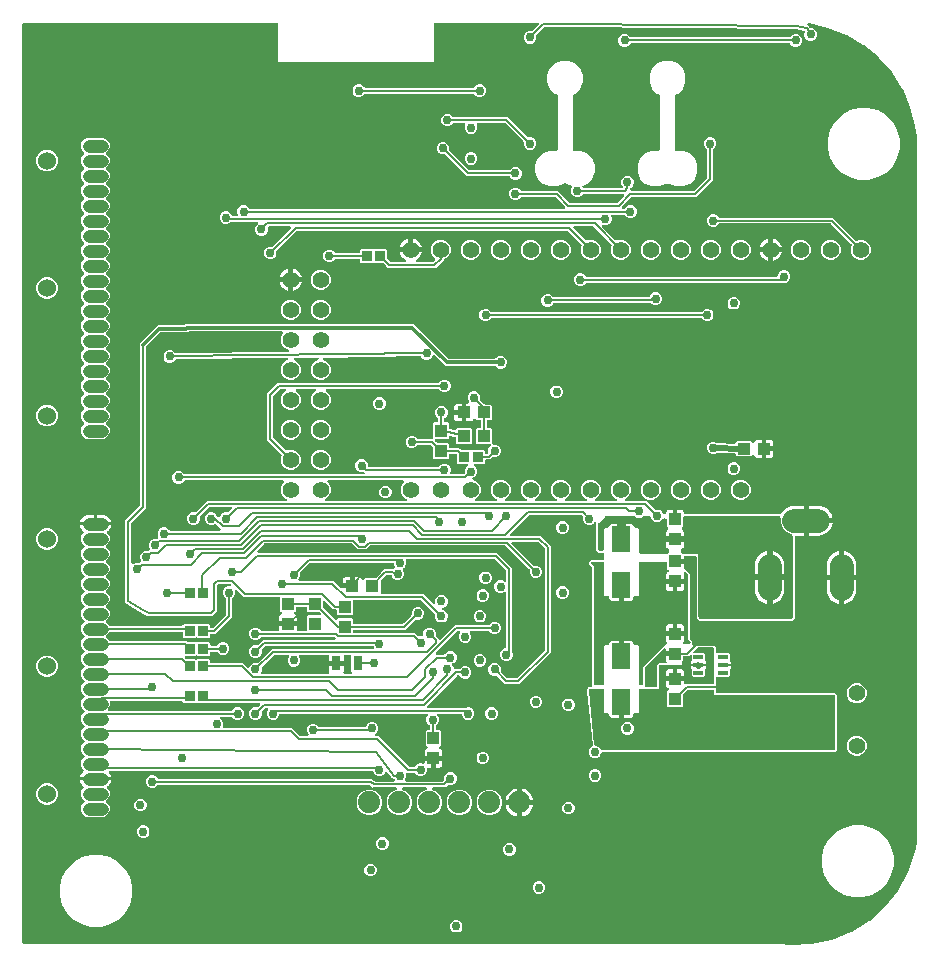
<source format=gbr>
G04 EAGLE Gerber RS-274X export*
G75*
%MOMM*%
%FSLAX34Y34*%
%LPD*%
%INBottom Copper*%
%IPPOS*%
%AMOC8*
5,1,8,0,0,1.08239X$1,22.5*%
G01*
%ADD10R,1.000000X1.100000*%
%ADD11R,1.524000X2.184400*%
%ADD12C,2.000000*%
%ADD13R,0.838200X0.355600*%
%ADD14C,1.879600*%
%ADD15R,0.800000X1.200000*%
%ADD16R,1.100000X1.000000*%
%ADD17R,0.850000X0.900000*%
%ADD18C,1.408000*%
%ADD19C,1.066800*%
%ADD20C,1.524000*%
%ADD21C,1.397000*%
%ADD22C,0.200000*%
%ADD23C,0.756400*%
%ADD24C,0.152400*%
%ADD25C,0.500000*%
%ADD26C,0.300000*%

G36*
X1288076Y32175D02*
X1288076Y32175D01*
X1288171Y32192D01*
X1288249Y32195D01*
X1305535Y35772D01*
X1305626Y35805D01*
X1305702Y35822D01*
X1322104Y42346D01*
X1322187Y42394D01*
X1322259Y42424D01*
X1337279Y51697D01*
X1337354Y51759D01*
X1337419Y51801D01*
X1350600Y63541D01*
X1350663Y63615D01*
X1350720Y63668D01*
X1361663Y77518D01*
X1361711Y77602D01*
X1361758Y77664D01*
X1370130Y93204D01*
X1370163Y93295D01*
X1370198Y93364D01*
X1375744Y110122D01*
X1375757Y110192D01*
X1375777Y110249D01*
X1377317Y118312D01*
X1377322Y118418D01*
X1377334Y118500D01*
X1377334Y716805D01*
X1377324Y716877D01*
X1377325Y716940D01*
X1376255Y724777D01*
X1376237Y724838D01*
X1376232Y724893D01*
X1372074Y740938D01*
X1372041Y741017D01*
X1372023Y741086D01*
X1365406Y756283D01*
X1365361Y756356D01*
X1365333Y756422D01*
X1356420Y770396D01*
X1356364Y770462D01*
X1356326Y770522D01*
X1345337Y782930D01*
X1345271Y782986D01*
X1345224Y783039D01*
X1332429Y793576D01*
X1332356Y793621D01*
X1332301Y793666D01*
X1318015Y802071D01*
X1317936Y802104D01*
X1317874Y802140D01*
X1302450Y808207D01*
X1302366Y808227D01*
X1302300Y808253D01*
X1286116Y811833D01*
X1286030Y811839D01*
X1285961Y811855D01*
X1285912Y811858D01*
X1285856Y811853D01*
X1285801Y811858D01*
X1285716Y811842D01*
X1285631Y811835D01*
X1285579Y811815D01*
X1285524Y811804D01*
X1285448Y811765D01*
X1285368Y811734D01*
X1285323Y811701D01*
X1285273Y811675D01*
X1285211Y811616D01*
X1285143Y811564D01*
X1285109Y811519D01*
X1285068Y811481D01*
X1285025Y811407D01*
X1284974Y811338D01*
X1284954Y811286D01*
X1284926Y811237D01*
X1284905Y811154D01*
X1284875Y811074D01*
X1284871Y811018D01*
X1284858Y810964D01*
X1284861Y810878D01*
X1284855Y810793D01*
X1284866Y810738D01*
X1284868Y810682D01*
X1284895Y810601D01*
X1284913Y810517D01*
X1284940Y810467D01*
X1284957Y810414D01*
X1285006Y810344D01*
X1285046Y810268D01*
X1285086Y810228D01*
X1285117Y810182D01*
X1285184Y810128D01*
X1285244Y810067D01*
X1285293Y810039D01*
X1285336Y810004D01*
X1285407Y809975D01*
X1285490Y809929D01*
X1285557Y809914D01*
X1285622Y809888D01*
X1285997Y809799D01*
X1286515Y808901D01*
X1286525Y808888D01*
X1286530Y808875D01*
X1286897Y808281D01*
X1286943Y808227D01*
X1286980Y808166D01*
X1287033Y808119D01*
X1287078Y808064D01*
X1287137Y808025D01*
X1287189Y807977D01*
X1287253Y807946D01*
X1287312Y807907D01*
X1287379Y807885D01*
X1287443Y807854D01*
X1287507Y807844D01*
X1287581Y807821D01*
X1287673Y807818D01*
X1287748Y807807D01*
X1288556Y807807D01*
X1290506Y806999D01*
X1291999Y805506D01*
X1292807Y803556D01*
X1292807Y801444D01*
X1291999Y799494D01*
X1290506Y798001D01*
X1288556Y797193D01*
X1286444Y797193D01*
X1284494Y798001D01*
X1283001Y799494D01*
X1282193Y801444D01*
X1282193Y803556D01*
X1282504Y804306D01*
X1282536Y804430D01*
X1282571Y804555D01*
X1282571Y804567D01*
X1282574Y804579D01*
X1282570Y804708D01*
X1282569Y804837D01*
X1282565Y804849D01*
X1282565Y804861D01*
X1282525Y804984D01*
X1282488Y805107D01*
X1282481Y805117D01*
X1282478Y805129D01*
X1282404Y805236D01*
X1282335Y805344D01*
X1282325Y805352D01*
X1282319Y805362D01*
X1282219Y805444D01*
X1282121Y805528D01*
X1282111Y805533D01*
X1282101Y805541D01*
X1281842Y805652D01*
X1281840Y805653D01*
X1281839Y805653D01*
X1275070Y807467D01*
X1274974Y807478D01*
X1274899Y807497D01*
X1274397Y807541D01*
X1274354Y807539D01*
X1274317Y807545D01*
X1079997Y808810D01*
X1079994Y808810D01*
X1079991Y808810D01*
X1062795Y808810D01*
X1062700Y808797D01*
X1062604Y808792D01*
X1062560Y808777D01*
X1062515Y808770D01*
X1062428Y808731D01*
X1062337Y808699D01*
X1062303Y808674D01*
X1062259Y808654D01*
X1062161Y808571D01*
X1062088Y808518D01*
X1055579Y802009D01*
X1055574Y802001D01*
X1055566Y801995D01*
X1055489Y801889D01*
X1055410Y801783D01*
X1055407Y801774D01*
X1055401Y801766D01*
X1055357Y801643D01*
X1055311Y801520D01*
X1055310Y801510D01*
X1055307Y801500D01*
X1055299Y801369D01*
X1055289Y801238D01*
X1055291Y801229D01*
X1055290Y801219D01*
X1055307Y801151D01*
X1055307Y798944D01*
X1054499Y796994D01*
X1053006Y795501D01*
X1051056Y794693D01*
X1048944Y794693D01*
X1046994Y795501D01*
X1045501Y796994D01*
X1044693Y798944D01*
X1044693Y801056D01*
X1045501Y803006D01*
X1046994Y804499D01*
X1048944Y805307D01*
X1051139Y805307D01*
X1051192Y805293D01*
X1051202Y805293D01*
X1051212Y805291D01*
X1051344Y805298D01*
X1051474Y805302D01*
X1051484Y805305D01*
X1051494Y805305D01*
X1051618Y805348D01*
X1051743Y805389D01*
X1051751Y805394D01*
X1051760Y805398D01*
X1051823Y805444D01*
X1051976Y805548D01*
X1051991Y805567D01*
X1052009Y805579D01*
X1057058Y810628D01*
X1057077Y810654D01*
X1057102Y810675D01*
X1057162Y810767D01*
X1057227Y810854D01*
X1057239Y810884D01*
X1057256Y810911D01*
X1057288Y811016D01*
X1057327Y811118D01*
X1057329Y811150D01*
X1057339Y811181D01*
X1057340Y811290D01*
X1057349Y811399D01*
X1057342Y811431D01*
X1057342Y811463D01*
X1057313Y811568D01*
X1057291Y811675D01*
X1057276Y811704D01*
X1057267Y811735D01*
X1057210Y811828D01*
X1057158Y811924D01*
X1057136Y811947D01*
X1057119Y811975D01*
X1057038Y812048D01*
X1056962Y812126D01*
X1056934Y812142D01*
X1056910Y812164D01*
X1056811Y812211D01*
X1056716Y812265D01*
X1056685Y812273D01*
X1056656Y812287D01*
X1056567Y812301D01*
X1056442Y812330D01*
X1056393Y812328D01*
X1056351Y812334D01*
X969500Y812334D01*
X969436Y812325D01*
X969372Y812326D01*
X969297Y812305D01*
X969221Y812294D01*
X969162Y812268D01*
X969100Y812251D01*
X969034Y812210D01*
X968964Y812178D01*
X968915Y812136D01*
X968860Y812103D01*
X968808Y812045D01*
X968750Y811995D01*
X968714Y811941D01*
X968671Y811893D01*
X968638Y811824D01*
X968595Y811759D01*
X968576Y811697D01*
X968548Y811640D01*
X968537Y811570D01*
X968513Y811489D01*
X968512Y811404D01*
X968501Y811335D01*
X968501Y779585D01*
X967915Y778999D01*
X837085Y778999D01*
X836499Y779585D01*
X836499Y811335D01*
X836490Y811399D01*
X836491Y811463D01*
X836470Y811538D01*
X836459Y811614D01*
X836433Y811673D01*
X836416Y811735D01*
X836375Y811801D01*
X836343Y811871D01*
X836301Y811920D01*
X836268Y811975D01*
X836210Y812027D01*
X836160Y812085D01*
X836106Y812121D01*
X836058Y812164D01*
X835989Y812197D01*
X835924Y812240D01*
X835862Y812259D01*
X835805Y812287D01*
X835735Y812298D01*
X835654Y812322D01*
X835569Y812323D01*
X835500Y812334D01*
X621165Y812334D01*
X621101Y812325D01*
X621037Y812326D01*
X620962Y812305D01*
X620886Y812294D01*
X620827Y812268D01*
X620765Y812251D01*
X620699Y812210D01*
X620629Y812178D01*
X620580Y812136D01*
X620525Y812103D01*
X620473Y812045D01*
X620415Y811995D01*
X620379Y811941D01*
X620336Y811893D01*
X620303Y811824D01*
X620260Y811759D01*
X620241Y811697D01*
X620213Y811640D01*
X620202Y811570D01*
X620178Y811489D01*
X620177Y811404D01*
X620166Y811335D01*
X620166Y33665D01*
X620175Y33601D01*
X620174Y33537D01*
X620195Y33462D01*
X620206Y33386D01*
X620232Y33327D01*
X620249Y33265D01*
X620290Y33199D01*
X620322Y33129D01*
X620364Y33080D01*
X620397Y33025D01*
X620455Y32973D01*
X620505Y32915D01*
X620559Y32879D01*
X620607Y32836D01*
X620676Y32803D01*
X620741Y32760D01*
X620803Y32741D01*
X620860Y32713D01*
X620930Y32702D01*
X621011Y32678D01*
X621096Y32677D01*
X621165Y32666D01*
X1258610Y32666D01*
X1258766Y32688D01*
X1258855Y32696D01*
X1259468Y32851D01*
X1260667Y32676D01*
X1260746Y32676D01*
X1260811Y32666D01*
X1262022Y32666D01*
X1262411Y32504D01*
X1262685Y32434D01*
X1262689Y32435D01*
X1262693Y32434D01*
X1270301Y31659D01*
X1270372Y31662D01*
X1270432Y31655D01*
X1288076Y32175D01*
G37*
%LPC*%
G36*
X937227Y141377D02*
X937227Y141377D01*
X933213Y143040D01*
X930140Y146113D01*
X928477Y150127D01*
X928477Y154473D01*
X930140Y158487D01*
X933213Y161560D01*
X936817Y163053D01*
X936892Y163097D01*
X936971Y163133D01*
X937013Y163168D01*
X937060Y163196D01*
X937119Y163260D01*
X937185Y163316D01*
X937215Y163362D01*
X937253Y163402D01*
X937292Y163479D01*
X937340Y163552D01*
X937356Y163605D01*
X937381Y163654D01*
X937397Y163739D01*
X937422Y163822D01*
X937423Y163877D01*
X937433Y163931D01*
X937425Y164017D01*
X937426Y164104D01*
X937411Y164157D01*
X937406Y164211D01*
X937374Y164292D01*
X937351Y164376D01*
X937322Y164423D01*
X937301Y164473D01*
X937248Y164542D01*
X937202Y164616D01*
X937162Y164653D01*
X937128Y164696D01*
X937058Y164746D01*
X936993Y164805D01*
X936944Y164829D01*
X936899Y164861D01*
X936817Y164890D01*
X936739Y164928D01*
X936689Y164936D01*
X936634Y164955D01*
X936520Y164962D01*
X936435Y164975D01*
X916965Y164975D01*
X916879Y164963D01*
X916793Y164960D01*
X916740Y164943D01*
X916686Y164935D01*
X916607Y164900D01*
X916543Y164879D01*
X916526Y164894D01*
X916501Y164929D01*
X914683Y166747D01*
X914682Y166747D01*
X914247Y167183D01*
X914170Y167240D01*
X914099Y167305D01*
X914058Y167325D01*
X914021Y167352D01*
X913931Y167386D01*
X913845Y167428D01*
X913803Y167434D01*
X913757Y167451D01*
X913630Y167461D01*
X913540Y167475D01*
X735366Y167475D01*
X735356Y167474D01*
X735347Y167475D01*
X735217Y167454D01*
X735087Y167435D01*
X735078Y167432D01*
X735069Y167430D01*
X734949Y167373D01*
X734830Y167319D01*
X734823Y167313D01*
X734814Y167309D01*
X734715Y167221D01*
X734615Y167136D01*
X734610Y167128D01*
X734603Y167122D01*
X734567Y167062D01*
X733006Y165501D01*
X731056Y164693D01*
X728944Y164693D01*
X726994Y165501D01*
X725501Y166994D01*
X724693Y168944D01*
X724693Y171056D01*
X725501Y173006D01*
X726994Y174499D01*
X728944Y175307D01*
X731056Y175307D01*
X733006Y174499D01*
X734558Y172947D01*
X734586Y172899D01*
X734593Y172892D01*
X734598Y172884D01*
X734696Y172796D01*
X734792Y172706D01*
X734800Y172702D01*
X734807Y172695D01*
X734926Y172638D01*
X735043Y172578D01*
X735053Y172576D01*
X735061Y172572D01*
X735138Y172560D01*
X735321Y172526D01*
X735344Y172528D01*
X735366Y172525D01*
X916046Y172525D01*
X918253Y170317D01*
X918330Y170260D01*
X918401Y170195D01*
X918442Y170175D01*
X918479Y170148D01*
X918569Y170114D01*
X918655Y170072D01*
X918697Y170066D01*
X918743Y170049D01*
X918870Y170039D01*
X918960Y170025D01*
X935058Y170025D01*
X935090Y170029D01*
X935122Y170027D01*
X935229Y170049D01*
X935337Y170065D01*
X935367Y170078D01*
X935398Y170084D01*
X935495Y170136D01*
X935594Y170181D01*
X935619Y170202D01*
X935647Y170217D01*
X935726Y170293D01*
X935808Y170364D01*
X935826Y170391D01*
X935849Y170414D01*
X935903Y170509D01*
X935963Y170600D01*
X935972Y170631D01*
X935988Y170659D01*
X936013Y170765D01*
X936045Y170870D01*
X936046Y170902D01*
X936053Y170934D01*
X936048Y171043D01*
X936049Y171152D01*
X936040Y171183D01*
X936039Y171215D01*
X936003Y171318D01*
X935974Y171424D01*
X935957Y171451D01*
X935946Y171482D01*
X935893Y171555D01*
X935826Y171664D01*
X935790Y171696D01*
X935765Y171731D01*
X935442Y172053D01*
X935414Y172101D01*
X935407Y172108D01*
X935402Y172116D01*
X935304Y172204D01*
X935208Y172294D01*
X935200Y172298D01*
X935193Y172305D01*
X935074Y172362D01*
X934957Y172422D01*
X934947Y172424D01*
X934939Y172428D01*
X934862Y172440D01*
X934679Y172474D01*
X934656Y172472D01*
X934634Y172475D01*
X933925Y172475D01*
X933912Y172484D01*
X933820Y172553D01*
X933796Y172562D01*
X933775Y172577D01*
X933687Y172604D01*
X933623Y172627D01*
X933130Y173285D01*
X933076Y173339D01*
X933038Y173392D01*
X932455Y173975D01*
X932452Y173990D01*
X932435Y174105D01*
X932425Y174128D01*
X932420Y174153D01*
X932377Y174234D01*
X932319Y174361D01*
X932293Y174393D01*
X932275Y174425D01*
X929242Y178469D01*
X929208Y178503D01*
X929181Y178543D01*
X929109Y178603D01*
X929043Y178668D01*
X929001Y178692D01*
X928963Y178723D01*
X928878Y178759D01*
X928796Y178804D01*
X928749Y178815D01*
X928704Y178834D01*
X928612Y178845D01*
X928521Y178866D01*
X928472Y178862D01*
X928424Y178868D01*
X928332Y178854D01*
X928239Y178848D01*
X928194Y178831D01*
X928146Y178823D01*
X928062Y178783D01*
X927974Y178752D01*
X927935Y178723D01*
X927891Y178702D01*
X927821Y178640D01*
X927746Y178585D01*
X927716Y178547D01*
X927680Y178515D01*
X927638Y178445D01*
X927574Y178362D01*
X927550Y178300D01*
X927520Y178252D01*
X926999Y176994D01*
X925506Y175501D01*
X923556Y174693D01*
X921444Y174693D01*
X919494Y175501D01*
X918001Y176994D01*
X917540Y178108D01*
X917535Y178117D01*
X917532Y178126D01*
X917463Y178238D01*
X917396Y178351D01*
X917389Y178358D01*
X917384Y178366D01*
X917286Y178454D01*
X917190Y178544D01*
X917182Y178548D01*
X917175Y178555D01*
X917057Y178612D01*
X916939Y178672D01*
X916929Y178674D01*
X916921Y178678D01*
X916845Y178690D01*
X916662Y178724D01*
X916638Y178722D01*
X916616Y178725D01*
X694281Y178725D01*
X694206Y178715D01*
X694131Y178714D01*
X694067Y178695D01*
X694002Y178685D01*
X693933Y178654D01*
X693861Y178633D01*
X693805Y178597D01*
X693745Y178569D01*
X693688Y178520D01*
X693624Y178479D01*
X693581Y178429D01*
X693531Y178386D01*
X693489Y178323D01*
X693440Y178265D01*
X693413Y178205D01*
X693376Y178150D01*
X693354Y178078D01*
X693323Y178009D01*
X693313Y177943D01*
X693294Y177880D01*
X693293Y177805D01*
X693282Y177730D01*
X693291Y177664D01*
X693290Y177598D01*
X693310Y177525D01*
X693321Y177451D01*
X693346Y177395D01*
X693365Y177326D01*
X693417Y177242D01*
X693450Y177171D01*
X694212Y176030D01*
X694806Y174597D01*
X694985Y173696D01*
X682297Y173696D01*
X682234Y173687D01*
X682169Y173688D01*
X682095Y173667D01*
X682018Y173656D01*
X681960Y173630D01*
X681898Y173613D01*
X681895Y173611D01*
X681865Y173621D01*
X681807Y173649D01*
X681738Y173660D01*
X681657Y173684D01*
X681572Y173685D01*
X681503Y173696D01*
X668815Y173696D01*
X668994Y174597D01*
X669588Y176030D01*
X670449Y177320D01*
X671546Y178417D01*
X671675Y178503D01*
X671690Y178517D01*
X671709Y178526D01*
X671795Y178610D01*
X671885Y178691D01*
X671896Y178709D01*
X671911Y178723D01*
X671970Y178828D01*
X672034Y178930D01*
X672040Y178950D01*
X672050Y178969D01*
X672078Y179086D01*
X672110Y179202D01*
X672110Y179223D01*
X672115Y179243D01*
X672109Y179363D01*
X672108Y179484D01*
X672101Y179504D01*
X672100Y179525D01*
X672061Y179638D01*
X672026Y179754D01*
X672015Y179771D01*
X672008Y179791D01*
X671954Y179865D01*
X671873Y179990D01*
X671845Y180014D01*
X671826Y180040D01*
X670751Y181115D01*
X669707Y183636D01*
X669707Y186364D01*
X670751Y188885D01*
X672510Y190643D01*
X672548Y190695D01*
X672594Y190740D01*
X672633Y190807D01*
X672679Y190869D01*
X672702Y190929D01*
X672733Y190985D01*
X672751Y191060D01*
X672779Y191133D01*
X672783Y191197D01*
X672798Y191259D01*
X672794Y191337D01*
X672800Y191414D01*
X672787Y191477D01*
X672784Y191541D01*
X672758Y191614D01*
X672743Y191690D01*
X672713Y191747D01*
X672691Y191808D01*
X672650Y191864D01*
X672610Y191939D01*
X672551Y192000D01*
X672510Y192057D01*
X670751Y193815D01*
X669707Y196336D01*
X669707Y199064D01*
X670751Y201585D01*
X672510Y203343D01*
X672548Y203395D01*
X672594Y203440D01*
X672633Y203507D01*
X672679Y203569D01*
X672702Y203629D01*
X672733Y203685D01*
X672751Y203760D01*
X672779Y203833D01*
X672783Y203897D01*
X672798Y203959D01*
X672794Y204037D01*
X672800Y204114D01*
X672787Y204177D01*
X672784Y204241D01*
X672758Y204314D01*
X672743Y204390D01*
X672713Y204447D01*
X672691Y204508D01*
X672650Y204564D01*
X672610Y204639D01*
X672551Y204700D01*
X672510Y204757D01*
X670751Y206515D01*
X669707Y209036D01*
X669707Y211764D01*
X670751Y214285D01*
X672510Y216043D01*
X672548Y216095D01*
X672594Y216140D01*
X672633Y216207D01*
X672679Y216269D01*
X672702Y216329D01*
X672733Y216385D01*
X672751Y216460D01*
X672779Y216533D01*
X672783Y216597D01*
X672798Y216659D01*
X672794Y216737D01*
X672800Y216814D01*
X672787Y216877D01*
X672784Y216941D01*
X672758Y217014D01*
X672743Y217090D01*
X672713Y217147D01*
X672691Y217208D01*
X672650Y217264D01*
X672610Y217339D01*
X672551Y217400D01*
X672510Y217457D01*
X670751Y219215D01*
X669707Y221736D01*
X669707Y224464D01*
X670751Y226985D01*
X672510Y228743D01*
X672548Y228795D01*
X672594Y228840D01*
X672633Y228907D01*
X672679Y228969D01*
X672702Y229029D01*
X672733Y229085D01*
X672751Y229160D01*
X672779Y229233D01*
X672783Y229297D01*
X672798Y229359D01*
X672794Y229437D01*
X672800Y229514D01*
X672787Y229577D01*
X672784Y229641D01*
X672758Y229714D01*
X672743Y229790D01*
X672713Y229847D01*
X672691Y229908D01*
X672650Y229964D01*
X672610Y230039D01*
X672551Y230100D01*
X672510Y230157D01*
X670751Y231915D01*
X669707Y234436D01*
X669707Y237164D01*
X670751Y239685D01*
X672510Y241443D01*
X672548Y241495D01*
X672594Y241540D01*
X672633Y241607D01*
X672679Y241669D01*
X672702Y241729D01*
X672733Y241785D01*
X672751Y241860D01*
X672779Y241933D01*
X672783Y241997D01*
X672798Y242059D01*
X672794Y242137D01*
X672800Y242214D01*
X672787Y242277D01*
X672784Y242341D01*
X672758Y242414D01*
X672743Y242490D01*
X672713Y242547D01*
X672691Y242608D01*
X672650Y242664D01*
X672610Y242739D01*
X672551Y242800D01*
X672510Y242857D01*
X670751Y244615D01*
X669707Y247136D01*
X669707Y249864D01*
X670751Y252385D01*
X672510Y254143D01*
X672548Y254195D01*
X672594Y254240D01*
X672633Y254307D01*
X672679Y254369D01*
X672702Y254429D01*
X672733Y254485D01*
X672751Y254560D01*
X672779Y254633D01*
X672783Y254697D01*
X672798Y254759D01*
X672794Y254837D01*
X672800Y254914D01*
X672787Y254977D01*
X672784Y255041D01*
X672758Y255114D01*
X672743Y255190D01*
X672713Y255247D01*
X672691Y255308D01*
X672650Y255364D01*
X672610Y255439D01*
X672551Y255500D01*
X672510Y255557D01*
X670751Y257315D01*
X669707Y259836D01*
X669707Y262564D01*
X670751Y265085D01*
X672510Y266843D01*
X672548Y266895D01*
X672594Y266940D01*
X672633Y267007D01*
X672679Y267069D01*
X672702Y267129D01*
X672733Y267185D01*
X672751Y267260D01*
X672779Y267333D01*
X672783Y267397D01*
X672798Y267459D01*
X672794Y267537D01*
X672800Y267614D01*
X672787Y267677D01*
X672784Y267741D01*
X672758Y267814D01*
X672743Y267890D01*
X672713Y267947D01*
X672691Y268008D01*
X672650Y268064D01*
X672610Y268139D01*
X672551Y268200D01*
X672510Y268257D01*
X670751Y270015D01*
X669707Y272536D01*
X669707Y275264D01*
X670751Y277785D01*
X672510Y279543D01*
X672548Y279595D01*
X672594Y279640D01*
X672633Y279707D01*
X672679Y279769D01*
X672702Y279829D01*
X672733Y279885D01*
X672751Y279960D01*
X672779Y280033D01*
X672783Y280097D01*
X672798Y280159D01*
X672794Y280237D01*
X672800Y280314D01*
X672787Y280377D01*
X672784Y280441D01*
X672758Y280514D01*
X672743Y280590D01*
X672713Y280647D01*
X672691Y280708D01*
X672650Y280764D01*
X672610Y280839D01*
X672551Y280900D01*
X672510Y280957D01*
X670751Y282715D01*
X669707Y285236D01*
X669707Y287964D01*
X670751Y290485D01*
X672510Y292243D01*
X672548Y292295D01*
X672594Y292340D01*
X672633Y292407D01*
X672679Y292469D01*
X672702Y292529D01*
X672733Y292585D01*
X672751Y292660D01*
X672779Y292733D01*
X672783Y292797D01*
X672798Y292859D01*
X672794Y292937D01*
X672800Y293014D01*
X672787Y293077D01*
X672784Y293141D01*
X672758Y293214D01*
X672743Y293290D01*
X672713Y293347D01*
X672691Y293408D01*
X672650Y293464D01*
X672610Y293539D01*
X672551Y293600D01*
X672510Y293657D01*
X670751Y295415D01*
X669707Y297936D01*
X669707Y300664D01*
X670751Y303185D01*
X672510Y304943D01*
X672548Y304995D01*
X672594Y305040D01*
X672633Y305107D01*
X672679Y305169D01*
X672702Y305229D01*
X672733Y305285D01*
X672751Y305360D01*
X672779Y305433D01*
X672783Y305497D01*
X672798Y305559D01*
X672794Y305637D01*
X672800Y305714D01*
X672787Y305777D01*
X672784Y305841D01*
X672758Y305914D01*
X672743Y305990D01*
X672713Y306047D01*
X672691Y306108D01*
X672650Y306164D01*
X672610Y306239D01*
X672551Y306300D01*
X672510Y306357D01*
X670751Y308115D01*
X669707Y310636D01*
X669707Y313364D01*
X670751Y315885D01*
X672510Y317643D01*
X672548Y317695D01*
X672594Y317740D01*
X672633Y317807D01*
X672679Y317869D01*
X672702Y317929D01*
X672733Y317985D01*
X672751Y318060D01*
X672779Y318133D01*
X672783Y318197D01*
X672798Y318259D01*
X672794Y318337D01*
X672800Y318414D01*
X672787Y318477D01*
X672784Y318541D01*
X672758Y318614D01*
X672743Y318690D01*
X672713Y318747D01*
X672691Y318808D01*
X672650Y318864D01*
X672610Y318939D01*
X672551Y319000D01*
X672510Y319057D01*
X670751Y320815D01*
X669707Y323336D01*
X669707Y326064D01*
X670751Y328585D01*
X672510Y330343D01*
X672548Y330395D01*
X672594Y330440D01*
X672633Y330507D01*
X672679Y330569D01*
X672702Y330629D01*
X672733Y330685D01*
X672751Y330760D01*
X672779Y330833D01*
X672783Y330897D01*
X672798Y330959D01*
X672794Y331037D01*
X672800Y331114D01*
X672787Y331177D01*
X672784Y331241D01*
X672758Y331314D01*
X672743Y331390D01*
X672713Y331447D01*
X672691Y331508D01*
X672650Y331564D01*
X672610Y331639D01*
X672551Y331700D01*
X672510Y331757D01*
X670751Y333515D01*
X669707Y336036D01*
X669707Y338764D01*
X670751Y341285D01*
X672510Y343043D01*
X672548Y343095D01*
X672594Y343140D01*
X672633Y343207D01*
X672679Y343269D01*
X672702Y343329D01*
X672733Y343385D01*
X672751Y343460D01*
X672779Y343533D01*
X672783Y343597D01*
X672798Y343659D01*
X672794Y343737D01*
X672800Y343814D01*
X672787Y343877D01*
X672784Y343941D01*
X672758Y344014D01*
X672743Y344090D01*
X672713Y344147D01*
X672691Y344208D01*
X672650Y344264D01*
X672610Y344339D01*
X672551Y344400D01*
X672510Y344457D01*
X670751Y346215D01*
X669707Y348736D01*
X669707Y351464D01*
X670751Y353985D01*
X672510Y355743D01*
X672548Y355795D01*
X672594Y355840D01*
X672633Y355907D01*
X672679Y355969D01*
X672702Y356029D01*
X672733Y356085D01*
X672751Y356160D01*
X672779Y356233D01*
X672783Y356297D01*
X672798Y356359D01*
X672794Y356437D01*
X672800Y356514D01*
X672787Y356577D01*
X672784Y356641D01*
X672758Y356714D01*
X672743Y356790D01*
X672713Y356847D01*
X672691Y356908D01*
X672650Y356964D01*
X672610Y357039D01*
X672551Y357100D01*
X672510Y357157D01*
X670751Y358915D01*
X669707Y361436D01*
X669707Y364164D01*
X670751Y366685D01*
X672510Y368443D01*
X672548Y368495D01*
X672594Y368540D01*
X672633Y368607D01*
X672679Y368669D01*
X672702Y368729D01*
X672733Y368785D01*
X672751Y368860D01*
X672779Y368933D01*
X672783Y368997D01*
X672798Y369059D01*
X672794Y369137D01*
X672800Y369214D01*
X672787Y369277D01*
X672784Y369341D01*
X672758Y369414D01*
X672743Y369490D01*
X672713Y369547D01*
X672691Y369608D01*
X672650Y369664D01*
X672610Y369739D01*
X672551Y369800D01*
X672510Y369857D01*
X670751Y371615D01*
X669707Y374136D01*
X669707Y376864D01*
X670751Y379385D01*
X671826Y380460D01*
X671839Y380477D01*
X671855Y380490D01*
X671923Y380589D01*
X671995Y380685D01*
X672003Y380705D01*
X672015Y380722D01*
X672052Y380837D01*
X672095Y380949D01*
X672097Y380970D01*
X672103Y380990D01*
X672108Y381110D01*
X672117Y381231D01*
X672113Y381251D01*
X672113Y381272D01*
X672084Y381389D01*
X672059Y381507D01*
X672049Y381525D01*
X672044Y381545D01*
X671983Y381649D01*
X671927Y381756D01*
X671912Y381771D01*
X671902Y381789D01*
X671835Y381850D01*
X671730Y381958D01*
X671698Y381976D01*
X671675Y381997D01*
X671546Y382083D01*
X670449Y383180D01*
X669588Y384470D01*
X668994Y385903D01*
X668815Y386804D01*
X681503Y386804D01*
X681566Y386813D01*
X681631Y386812D01*
X681705Y386833D01*
X681782Y386844D01*
X681840Y386870D01*
X681902Y386887D01*
X681905Y386888D01*
X681935Y386879D01*
X681993Y386851D01*
X682062Y386840D01*
X682143Y386816D01*
X682228Y386815D01*
X682297Y386804D01*
X694985Y386804D01*
X694806Y385903D01*
X694212Y384470D01*
X693351Y383180D01*
X692254Y382083D01*
X692125Y381997D01*
X692110Y381983D01*
X692091Y381974D01*
X692005Y381890D01*
X691915Y381809D01*
X691904Y381791D01*
X691889Y381777D01*
X691830Y381672D01*
X691766Y381570D01*
X691760Y381550D01*
X691750Y381531D01*
X691722Y381414D01*
X691690Y381298D01*
X691690Y381277D01*
X691685Y381257D01*
X691691Y381137D01*
X691692Y381016D01*
X691699Y380996D01*
X691700Y380975D01*
X691739Y380862D01*
X691774Y380746D01*
X691785Y380729D01*
X691792Y380709D01*
X691846Y380635D01*
X691927Y380510D01*
X691955Y380486D01*
X691974Y380460D01*
X693049Y379385D01*
X694093Y376864D01*
X694093Y374136D01*
X693049Y371615D01*
X691290Y369857D01*
X691252Y369805D01*
X691206Y369760D01*
X691167Y369693D01*
X691121Y369631D01*
X691098Y369571D01*
X691067Y369515D01*
X691049Y369440D01*
X691021Y369367D01*
X691017Y369303D01*
X691002Y369240D01*
X691006Y369163D01*
X691000Y369086D01*
X691013Y369023D01*
X691016Y368959D01*
X691041Y368886D01*
X691057Y368810D01*
X691087Y368753D01*
X691109Y368692D01*
X691150Y368636D01*
X691190Y368561D01*
X691249Y368500D01*
X691290Y368443D01*
X693049Y366685D01*
X694093Y364164D01*
X694093Y361436D01*
X693049Y358915D01*
X691290Y357157D01*
X691252Y357105D01*
X691206Y357060D01*
X691167Y356993D01*
X691121Y356931D01*
X691098Y356871D01*
X691067Y356815D01*
X691049Y356740D01*
X691021Y356667D01*
X691017Y356603D01*
X691002Y356540D01*
X691006Y356463D01*
X691000Y356386D01*
X691013Y356323D01*
X691016Y356259D01*
X691041Y356186D01*
X691057Y356110D01*
X691087Y356053D01*
X691109Y355992D01*
X691150Y355936D01*
X691190Y355861D01*
X691249Y355800D01*
X691260Y355785D01*
X691269Y355771D01*
X691273Y355767D01*
X691290Y355743D01*
X693049Y353985D01*
X694093Y351464D01*
X694093Y348736D01*
X693049Y346215D01*
X691290Y344457D01*
X691252Y344405D01*
X691206Y344360D01*
X691167Y344293D01*
X691121Y344231D01*
X691098Y344171D01*
X691067Y344115D01*
X691049Y344040D01*
X691021Y343967D01*
X691017Y343903D01*
X691002Y343840D01*
X691006Y343763D01*
X691000Y343686D01*
X691013Y343623D01*
X691016Y343559D01*
X691041Y343486D01*
X691057Y343410D01*
X691087Y343353D01*
X691109Y343292D01*
X691150Y343236D01*
X691190Y343161D01*
X691249Y343100D01*
X691290Y343043D01*
X693049Y341285D01*
X694093Y338764D01*
X694093Y336036D01*
X693049Y333515D01*
X691290Y331757D01*
X691252Y331705D01*
X691206Y331660D01*
X691167Y331593D01*
X691121Y331531D01*
X691098Y331471D01*
X691067Y331415D01*
X691049Y331340D01*
X691021Y331267D01*
X691017Y331203D01*
X691002Y331140D01*
X691006Y331063D01*
X691000Y330986D01*
X691013Y330923D01*
X691016Y330859D01*
X691041Y330786D01*
X691057Y330710D01*
X691087Y330653D01*
X691109Y330592D01*
X691150Y330536D01*
X691190Y330461D01*
X691249Y330400D01*
X691290Y330343D01*
X693049Y328585D01*
X694093Y326064D01*
X694093Y323336D01*
X693049Y320815D01*
X691290Y319057D01*
X691252Y319005D01*
X691206Y318960D01*
X691167Y318893D01*
X691121Y318831D01*
X691098Y318771D01*
X691067Y318715D01*
X691049Y318640D01*
X691021Y318567D01*
X691017Y318503D01*
X691002Y318440D01*
X691006Y318363D01*
X691000Y318286D01*
X691013Y318223D01*
X691016Y318159D01*
X691041Y318086D01*
X691057Y318010D01*
X691087Y317953D01*
X691109Y317892D01*
X691150Y317836D01*
X691190Y317761D01*
X691249Y317700D01*
X691290Y317643D01*
X693049Y315885D01*
X694093Y313364D01*
X694093Y310636D01*
X693049Y308115D01*
X691290Y306357D01*
X691252Y306305D01*
X691206Y306260D01*
X691167Y306193D01*
X691121Y306131D01*
X691098Y306071D01*
X691067Y306015D01*
X691049Y305940D01*
X691021Y305867D01*
X691017Y305803D01*
X691002Y305740D01*
X691006Y305663D01*
X691000Y305586D01*
X691013Y305523D01*
X691016Y305459D01*
X691041Y305386D01*
X691057Y305310D01*
X691087Y305253D01*
X691109Y305192D01*
X691150Y305136D01*
X691190Y305061D01*
X691249Y305000D01*
X691290Y304943D01*
X693049Y303185D01*
X693357Y302442D01*
X693361Y302433D01*
X693364Y302424D01*
X693433Y302312D01*
X693500Y302199D01*
X693507Y302192D01*
X693512Y302184D01*
X693610Y302096D01*
X693706Y302006D01*
X693714Y302002D01*
X693721Y301995D01*
X693840Y301938D01*
X693957Y301878D01*
X693967Y301876D01*
X693975Y301872D01*
X694051Y301860D01*
X694234Y301826D01*
X694258Y301828D01*
X694280Y301825D01*
X754926Y301825D01*
X754990Y301834D01*
X755054Y301833D01*
X755129Y301854D01*
X755205Y301865D01*
X755264Y301891D01*
X755326Y301908D01*
X755392Y301949D01*
X755462Y301981D01*
X755511Y302023D01*
X755566Y302056D01*
X755618Y302114D01*
X755676Y302164D01*
X755712Y302218D01*
X755755Y302266D01*
X755788Y302335D01*
X755831Y302400D01*
X755850Y302462D01*
X755878Y302519D01*
X755889Y302589D01*
X755891Y302598D01*
X756818Y303525D01*
X766582Y303525D01*
X766793Y303313D01*
X766845Y303274D01*
X766890Y303228D01*
X766957Y303190D01*
X767019Y303144D01*
X767079Y303121D01*
X767135Y303089D01*
X767210Y303071D01*
X767283Y303044D01*
X767347Y303039D01*
X767409Y303024D01*
X767487Y303028D01*
X767564Y303022D01*
X767627Y303035D01*
X767691Y303039D01*
X767764Y303064D01*
X767840Y303080D01*
X767897Y303110D01*
X767958Y303131D01*
X768014Y303173D01*
X768089Y303212D01*
X768150Y303271D01*
X768207Y303313D01*
X768418Y303525D01*
X778182Y303525D01*
X779075Y302632D01*
X779075Y301024D01*
X779084Y300960D01*
X779083Y300896D01*
X779104Y300821D01*
X779115Y300745D01*
X779141Y300686D01*
X779158Y300624D01*
X779199Y300558D01*
X779231Y300488D01*
X779273Y300439D01*
X779306Y300384D01*
X779364Y300332D01*
X779414Y300274D01*
X779468Y300238D01*
X779516Y300195D01*
X779585Y300162D01*
X779650Y300119D01*
X779712Y300100D01*
X779769Y300072D01*
X779839Y300061D01*
X779920Y300037D01*
X780005Y300036D01*
X780074Y300025D01*
X781040Y300025D01*
X781135Y300038D01*
X781231Y300043D01*
X781275Y300058D01*
X781320Y300065D01*
X781407Y300104D01*
X781498Y300136D01*
X781532Y300161D01*
X781576Y300181D01*
X781674Y300264D01*
X781747Y300317D01*
X792183Y310753D01*
X792197Y310773D01*
X792211Y310784D01*
X792242Y310832D01*
X792305Y310901D01*
X792325Y310942D01*
X792352Y310979D01*
X792386Y311069D01*
X792428Y311155D01*
X792434Y311197D01*
X792451Y311243D01*
X792461Y311370D01*
X792475Y311460D01*
X792475Y324634D01*
X792474Y324644D01*
X792475Y324653D01*
X792454Y324783D01*
X792435Y324913D01*
X792432Y324922D01*
X792430Y324931D01*
X792373Y325051D01*
X792319Y325170D01*
X792313Y325177D01*
X792309Y325186D01*
X792221Y325285D01*
X792136Y325385D01*
X792128Y325390D01*
X792122Y325397D01*
X792062Y325433D01*
X790501Y326994D01*
X789693Y328944D01*
X789693Y331056D01*
X790501Y333006D01*
X791994Y334499D01*
X793944Y335307D01*
X796210Y335307D01*
X796242Y335311D01*
X796275Y335309D01*
X796381Y335331D01*
X796490Y335347D01*
X796519Y335360D01*
X796551Y335366D01*
X796647Y335418D01*
X796747Y335463D01*
X796771Y335484D01*
X796800Y335499D01*
X796878Y335575D01*
X796961Y335646D01*
X796978Y335673D01*
X797002Y335696D01*
X797055Y335791D01*
X797115Y335882D01*
X797125Y335913D01*
X797141Y335941D01*
X797166Y336047D01*
X797198Y336152D01*
X797198Y336184D01*
X797206Y336216D01*
X797200Y336325D01*
X797201Y336434D01*
X797193Y336465D01*
X797191Y336497D01*
X797155Y336600D01*
X797126Y336706D01*
X797109Y336733D01*
X797099Y336764D01*
X797045Y336837D01*
X796978Y336946D01*
X796942Y336978D01*
X796917Y337013D01*
X796747Y337183D01*
X796670Y337240D01*
X796599Y337305D01*
X796558Y337325D01*
X796521Y337352D01*
X796431Y337386D01*
X796345Y337428D01*
X796303Y337434D01*
X796257Y337451D01*
X796130Y337461D01*
X796040Y337475D01*
X786460Y337475D01*
X786365Y337462D01*
X786269Y337457D01*
X786225Y337442D01*
X786180Y337435D01*
X786093Y337396D01*
X786002Y337364D01*
X785968Y337339D01*
X785924Y337319D01*
X785826Y337236D01*
X785753Y337183D01*
X785317Y336747D01*
X785260Y336670D01*
X785195Y336599D01*
X785175Y336558D01*
X785148Y336521D01*
X785114Y336431D01*
X785072Y336345D01*
X785066Y336303D01*
X785049Y336257D01*
X785039Y336130D01*
X785025Y336040D01*
X785025Y313954D01*
X782817Y311747D01*
X781046Y309975D01*
X728072Y309975D01*
X728066Y309974D01*
X728060Y309975D01*
X727996Y309964D01*
X727793Y309935D01*
X727774Y309927D01*
X727756Y309924D01*
X727306Y309774D01*
X727115Y309870D01*
X727042Y309894D01*
X726973Y309928D01*
X726914Y309937D01*
X726847Y309959D01*
X726747Y309963D01*
X726668Y309975D01*
X726454Y309975D01*
X726119Y310310D01*
X726114Y310314D01*
X726111Y310319D01*
X726058Y310356D01*
X725894Y310480D01*
X725874Y310487D01*
X725859Y310498D01*
X722537Y312159D01*
X722482Y312177D01*
X722431Y312204D01*
X722349Y312222D01*
X722269Y312248D01*
X722211Y312250D01*
X722156Y312262D01*
X721317Y312765D01*
X721279Y312781D01*
X721250Y312802D01*
X720366Y313244D01*
X720352Y313260D01*
X720320Y313308D01*
X720262Y313356D01*
X720200Y313424D01*
X720133Y313464D01*
X720083Y313506D01*
X709538Y319833D01*
X709432Y319878D01*
X709329Y319928D01*
X709304Y319932D01*
X709278Y319942D01*
X709108Y319962D01*
X709024Y319975D01*
X708954Y319975D01*
X708521Y320408D01*
X708399Y320500D01*
X708329Y320558D01*
X707804Y320873D01*
X707787Y320941D01*
X707744Y321047D01*
X707706Y321156D01*
X707692Y321176D01*
X707681Y321202D01*
X707574Y321337D01*
X707525Y321405D01*
X707475Y321454D01*
X707475Y322066D01*
X707454Y322218D01*
X707445Y322309D01*
X707297Y322902D01*
X707333Y322962D01*
X707349Y323000D01*
X707356Y323011D01*
X707364Y323035D01*
X707378Y323068D01*
X707428Y323171D01*
X707432Y323196D01*
X707442Y323222D01*
X707462Y323392D01*
X707475Y323476D01*
X707475Y391046D01*
X719683Y403253D01*
X719740Y403330D01*
X719805Y403401D01*
X719825Y403442D01*
X719852Y403479D01*
X719886Y403569D01*
X719928Y403655D01*
X719934Y403697D01*
X719951Y403743D01*
X719961Y403870D01*
X719975Y403960D01*
X719975Y537833D01*
X719962Y537928D01*
X719957Y538024D01*
X719942Y538067D01*
X719935Y538112D01*
X719896Y538200D01*
X719864Y538291D01*
X719839Y538325D01*
X719819Y538369D01*
X719736Y538467D01*
X719683Y538540D01*
X719475Y538747D01*
X719475Y541253D01*
X734810Y556587D01*
X757271Y556587D01*
X757366Y556601D01*
X757462Y556606D01*
X757505Y556621D01*
X757550Y556627D01*
X757637Y556667D01*
X757728Y556698D01*
X757763Y556723D01*
X757807Y556743D01*
X757904Y556827D01*
X757977Y556880D01*
X758286Y557189D01*
X951714Y557189D01*
X980585Y528317D01*
X980662Y528260D01*
X980734Y528195D01*
X980775Y528175D01*
X980811Y528148D01*
X980901Y528114D01*
X980987Y528072D01*
X981029Y528066D01*
X981075Y528049D01*
X981202Y528039D01*
X981292Y528025D01*
X1020106Y528025D01*
X1020201Y528038D01*
X1020297Y528043D01*
X1020340Y528058D01*
X1020385Y528065D01*
X1020473Y528104D01*
X1020564Y528136D01*
X1020598Y528161D01*
X1020642Y528181D01*
X1020739Y528264D01*
X1020813Y528317D01*
X1021994Y529499D01*
X1023944Y530307D01*
X1026056Y530307D01*
X1028006Y529499D01*
X1029499Y528006D01*
X1030307Y526056D01*
X1030307Y523944D01*
X1029499Y521994D01*
X1028006Y520501D01*
X1026056Y519693D01*
X1023944Y519693D01*
X1021994Y520501D01*
X1020813Y521683D01*
X1020736Y521740D01*
X1020664Y521805D01*
X1020623Y521825D01*
X1020587Y521852D01*
X1020497Y521886D01*
X1020411Y521928D01*
X1020369Y521934D01*
X1020323Y521951D01*
X1020195Y521961D01*
X1020106Y521975D01*
X978372Y521975D01*
X969185Y531162D01*
X969091Y531233D01*
X968999Y531309D01*
X968978Y531318D01*
X968960Y531332D01*
X968849Y531373D01*
X968740Y531420D01*
X968717Y531423D01*
X968696Y531431D01*
X968578Y531440D01*
X968460Y531455D01*
X968437Y531451D01*
X968415Y531453D01*
X968299Y531429D01*
X968182Y531410D01*
X968161Y531400D01*
X968139Y531395D01*
X968034Y531340D01*
X967927Y531289D01*
X967910Y531274D01*
X967890Y531263D01*
X967805Y531180D01*
X967716Y531101D01*
X967705Y531083D01*
X967688Y531066D01*
X967596Y530904D01*
X967556Y530838D01*
X966999Y529494D01*
X965506Y528001D01*
X963556Y527193D01*
X961444Y527193D01*
X959494Y528001D01*
X957874Y529621D01*
X957793Y529682D01*
X957716Y529750D01*
X957680Y529767D01*
X957649Y529790D01*
X957553Y529826D01*
X957461Y529870D01*
X957424Y529875D01*
X957385Y529890D01*
X957247Y529901D01*
X957156Y529914D01*
X875389Y528974D01*
X875309Y528961D01*
X875228Y528959D01*
X875171Y528940D01*
X875111Y528931D01*
X875037Y528897D01*
X874960Y528871D01*
X874910Y528837D01*
X874855Y528812D01*
X874794Y528758D01*
X874727Y528713D01*
X874689Y528666D01*
X874643Y528626D01*
X874599Y528557D01*
X874548Y528495D01*
X874524Y528439D01*
X874491Y528388D01*
X874468Y528310D01*
X874436Y528236D01*
X874429Y528176D01*
X874412Y528117D01*
X874412Y528036D01*
X874402Y527956D01*
X874411Y527896D01*
X874411Y527835D01*
X874434Y527757D01*
X874447Y527677D01*
X874473Y527623D01*
X874490Y527564D01*
X874533Y527496D01*
X874568Y527423D01*
X874608Y527377D01*
X874641Y527326D01*
X874701Y527273D01*
X874755Y527212D01*
X874803Y527183D01*
X874852Y527140D01*
X874948Y527094D01*
X875018Y527051D01*
X877652Y525961D01*
X880061Y523552D01*
X881365Y520404D01*
X881365Y516996D01*
X880061Y513848D01*
X877652Y511439D01*
X874504Y510135D01*
X871096Y510135D01*
X867948Y511439D01*
X865539Y513848D01*
X864235Y516996D01*
X864235Y520404D01*
X865539Y523552D01*
X867948Y525961D01*
X870433Y526990D01*
X870513Y527037D01*
X870596Y527076D01*
X870633Y527109D01*
X870676Y527134D01*
X870739Y527201D01*
X870809Y527262D01*
X870835Y527304D01*
X870869Y527339D01*
X870911Y527422D01*
X870960Y527500D01*
X870974Y527547D01*
X870996Y527591D01*
X871014Y527682D01*
X871040Y527770D01*
X871040Y527820D01*
X871049Y527868D01*
X871040Y527960D01*
X871040Y528052D01*
X871027Y528100D01*
X871022Y528149D01*
X870988Y528234D01*
X870962Y528323D01*
X870936Y528365D01*
X870917Y528411D01*
X870861Y528483D01*
X870811Y528562D01*
X870774Y528594D01*
X870744Y528633D01*
X870669Y528687D01*
X870599Y528748D01*
X870555Y528769D01*
X870515Y528798D01*
X870428Y528829D01*
X870344Y528868D01*
X870299Y528875D01*
X870249Y528892D01*
X870127Y528900D01*
X870039Y528912D01*
X850675Y528690D01*
X850595Y528677D01*
X850514Y528675D01*
X850456Y528656D01*
X850396Y528647D01*
X850323Y528613D01*
X850246Y528587D01*
X850196Y528553D01*
X850141Y528528D01*
X850080Y528474D01*
X850013Y528428D01*
X849974Y528382D01*
X849929Y528342D01*
X849885Y528273D01*
X849834Y528211D01*
X849810Y528155D01*
X849777Y528104D01*
X849754Y528026D01*
X849722Y527952D01*
X849715Y527892D01*
X849698Y527833D01*
X849698Y527752D01*
X849688Y527672D01*
X849697Y527612D01*
X849697Y527551D01*
X849720Y527473D01*
X849733Y527393D01*
X849759Y527339D01*
X849775Y527280D01*
X849819Y527212D01*
X849854Y527139D01*
X849894Y527093D01*
X849926Y527042D01*
X849987Y526989D01*
X850041Y526928D01*
X850089Y526899D01*
X850138Y526856D01*
X850234Y526810D01*
X850304Y526767D01*
X852252Y525961D01*
X854661Y523552D01*
X855965Y520404D01*
X855965Y516996D01*
X854661Y513848D01*
X852252Y511439D01*
X849104Y510135D01*
X845696Y510135D01*
X842548Y511439D01*
X840139Y513848D01*
X838835Y516996D01*
X838835Y520404D01*
X840139Y523552D01*
X842548Y525961D01*
X844308Y526690D01*
X844388Y526737D01*
X844472Y526776D01*
X844509Y526808D01*
X844551Y526833D01*
X844614Y526901D01*
X844684Y526962D01*
X844710Y527003D01*
X844744Y527039D01*
X844786Y527121D01*
X844835Y527199D01*
X844849Y527247D01*
X844872Y527290D01*
X844889Y527381D01*
X844915Y527470D01*
X844915Y527519D01*
X844924Y527568D01*
X844915Y527660D01*
X844915Y527752D01*
X844902Y527799D01*
X844897Y527848D01*
X844863Y527934D01*
X844837Y528023D01*
X844811Y528065D01*
X844792Y528110D01*
X844736Y528183D01*
X844686Y528261D01*
X844649Y528294D01*
X844619Y528333D01*
X844544Y528387D01*
X844475Y528448D01*
X844430Y528469D01*
X844390Y528498D01*
X844303Y528529D01*
X844219Y528568D01*
X844174Y528575D01*
X844124Y528592D01*
X844002Y528599D01*
X843914Y528612D01*
X750380Y527537D01*
X750376Y527536D01*
X750373Y527537D01*
X750238Y527515D01*
X750101Y527494D01*
X750098Y527492D01*
X750094Y527492D01*
X749971Y527433D01*
X749846Y527375D01*
X749843Y527372D01*
X749839Y527371D01*
X749737Y527280D01*
X749633Y527189D01*
X749631Y527186D01*
X749629Y527183D01*
X749603Y527141D01*
X749527Y527022D01*
X748006Y525501D01*
X746056Y524693D01*
X743944Y524693D01*
X741994Y525501D01*
X740501Y526994D01*
X739693Y528944D01*
X739693Y531056D01*
X740501Y533006D01*
X741994Y534499D01*
X743944Y535307D01*
X746056Y535307D01*
X748006Y534499D01*
X749626Y532879D01*
X749707Y532818D01*
X749784Y532750D01*
X749820Y532733D01*
X749851Y532710D01*
X749947Y532674D01*
X750039Y532630D01*
X750076Y532625D01*
X750115Y532610D01*
X750253Y532599D01*
X750344Y532586D01*
X845172Y533676D01*
X845253Y533689D01*
X845334Y533691D01*
X845391Y533710D01*
X845451Y533719D01*
X845525Y533754D01*
X845602Y533779D01*
X845652Y533813D01*
X845707Y533838D01*
X845768Y533892D01*
X845835Y533938D01*
X845873Y533984D01*
X845919Y534024D01*
X845963Y534093D01*
X846014Y534155D01*
X846038Y534211D01*
X846071Y534262D01*
X846093Y534340D01*
X846125Y534414D01*
X846133Y534474D01*
X846150Y534533D01*
X846150Y534614D01*
X846160Y534694D01*
X846150Y534754D01*
X846150Y534815D01*
X846128Y534893D01*
X846115Y534973D01*
X846089Y535027D01*
X846072Y535086D01*
X846029Y535154D01*
X845994Y535227D01*
X845954Y535273D01*
X845921Y535324D01*
X845860Y535378D01*
X845807Y535438D01*
X845759Y535467D01*
X845710Y535511D01*
X845614Y535556D01*
X845543Y535599D01*
X842548Y536839D01*
X840139Y539248D01*
X838835Y542396D01*
X838835Y545804D01*
X840139Y548952D01*
X840621Y549433D01*
X840640Y549459D01*
X840665Y549480D01*
X840725Y549572D01*
X840790Y549659D01*
X840802Y549689D01*
X840819Y549716D01*
X840851Y549821D01*
X840890Y549923D01*
X840892Y549955D01*
X840902Y549986D01*
X840903Y550095D01*
X840912Y550204D01*
X840905Y550236D01*
X840906Y550268D01*
X840876Y550373D01*
X840854Y550480D01*
X840839Y550509D01*
X840830Y550540D01*
X840773Y550633D01*
X840722Y550729D01*
X840699Y550752D01*
X840682Y550780D01*
X840601Y550853D01*
X840525Y550931D01*
X840497Y550947D01*
X840473Y550969D01*
X840375Y551016D01*
X840280Y551070D01*
X840248Y551078D01*
X840219Y551092D01*
X840130Y551106D01*
X840005Y551135D01*
X839957Y551133D01*
X839915Y551139D01*
X761206Y551139D01*
X761111Y551126D01*
X761014Y551121D01*
X760971Y551106D01*
X760926Y551099D01*
X760839Y551060D01*
X760748Y551028D01*
X760714Y551003D01*
X760669Y550983D01*
X760572Y550900D01*
X760499Y550847D01*
X760190Y550538D01*
X737729Y550538D01*
X737634Y550524D01*
X737538Y550519D01*
X737495Y550504D01*
X737450Y550498D01*
X737363Y550458D01*
X737272Y550427D01*
X737237Y550402D01*
X737193Y550382D01*
X737096Y550298D01*
X737023Y550245D01*
X725317Y538540D01*
X725260Y538463D01*
X725195Y538392D01*
X725175Y538351D01*
X725148Y538314D01*
X725114Y538224D01*
X725072Y538138D01*
X725066Y538096D01*
X725049Y538050D01*
X725039Y537923D01*
X725025Y537833D01*
X725025Y401454D01*
X712817Y389247D01*
X712760Y389170D01*
X712695Y389099D01*
X712675Y389058D01*
X712648Y389021D01*
X712614Y388931D01*
X712572Y388845D01*
X712566Y388803D01*
X712549Y388757D01*
X712539Y388630D01*
X712525Y388540D01*
X712525Y354942D01*
X712529Y354910D01*
X712527Y354878D01*
X712549Y354771D01*
X712565Y354663D01*
X712578Y354633D01*
X712584Y354602D01*
X712636Y354505D01*
X712681Y354406D01*
X712702Y354381D01*
X712717Y354353D01*
X712793Y354274D01*
X712864Y354192D01*
X712891Y354174D01*
X712914Y354151D01*
X713009Y354097D01*
X713100Y354037D01*
X713131Y354028D01*
X713159Y354012D01*
X713265Y353987D01*
X713370Y353955D01*
X713402Y353954D01*
X713434Y353947D01*
X713543Y353952D01*
X713652Y353951D01*
X713683Y353960D01*
X713715Y353961D01*
X713818Y353997D01*
X713924Y354026D01*
X713951Y354043D01*
X713982Y354054D01*
X714055Y354107D01*
X714164Y354174D01*
X714196Y354210D01*
X714231Y354235D01*
X714494Y354499D01*
X716444Y355307D01*
X718639Y355307D01*
X718693Y355293D01*
X718703Y355293D01*
X718712Y355291D01*
X718843Y355298D01*
X718975Y355302D01*
X718984Y355305D01*
X718994Y355305D01*
X719119Y355349D01*
X719243Y355389D01*
X719251Y355395D01*
X719260Y355398D01*
X719323Y355444D01*
X719476Y355548D01*
X719491Y355567D01*
X719509Y355579D01*
X720153Y356223D01*
X720158Y356231D01*
X720166Y356237D01*
X720243Y356343D01*
X720322Y356449D01*
X720325Y356458D01*
X720331Y356465D01*
X720375Y356589D01*
X720422Y356713D01*
X720422Y356722D01*
X720425Y356731D01*
X720433Y356862D01*
X720443Y356994D01*
X720441Y357003D01*
X720442Y357013D01*
X720424Y357088D01*
X720386Y357270D01*
X720374Y357291D01*
X720369Y357312D01*
X719693Y358944D01*
X719693Y361056D01*
X720501Y363006D01*
X721994Y364499D01*
X723944Y365307D01*
X726139Y365307D01*
X726193Y365293D01*
X726203Y365293D01*
X726212Y365291D01*
X726343Y365298D01*
X726475Y365302D01*
X726484Y365305D01*
X726494Y365305D01*
X726619Y365349D01*
X726743Y365389D01*
X726751Y365395D01*
X726760Y365398D01*
X726823Y365444D01*
X726976Y365548D01*
X726991Y365567D01*
X727009Y365579D01*
X727653Y366223D01*
X727658Y366231D01*
X727666Y366237D01*
X727743Y366343D01*
X727822Y366449D01*
X727825Y366458D01*
X727831Y366465D01*
X727875Y366589D01*
X727922Y366713D01*
X727922Y366722D01*
X727925Y366731D01*
X727933Y366862D01*
X727943Y366994D01*
X727941Y367003D01*
X727942Y367013D01*
X727924Y367088D01*
X727886Y367270D01*
X727874Y367291D01*
X727869Y367312D01*
X727193Y368944D01*
X727193Y371056D01*
X728001Y373006D01*
X729494Y374499D01*
X731444Y375307D01*
X733639Y375307D01*
X733693Y375293D01*
X733703Y375293D01*
X733712Y375291D01*
X733843Y375298D01*
X733975Y375302D01*
X733984Y375305D01*
X733994Y375305D01*
X734118Y375349D01*
X734243Y375389D01*
X734251Y375395D01*
X734260Y375398D01*
X734323Y375444D01*
X734476Y375548D01*
X734491Y375567D01*
X734509Y375579D01*
X735153Y376223D01*
X735158Y376231D01*
X735166Y376237D01*
X735243Y376343D01*
X735322Y376449D01*
X735325Y376458D01*
X735331Y376465D01*
X735375Y376589D01*
X735422Y376713D01*
X735422Y376722D01*
X735425Y376731D01*
X735433Y376862D01*
X735443Y376994D01*
X735441Y377003D01*
X735442Y377013D01*
X735424Y377088D01*
X735386Y377270D01*
X735374Y377291D01*
X735369Y377312D01*
X734693Y378944D01*
X734693Y381056D01*
X735501Y383006D01*
X736994Y384499D01*
X738944Y385307D01*
X741056Y385307D01*
X743006Y384499D01*
X744558Y382947D01*
X744586Y382899D01*
X744593Y382892D01*
X744598Y382884D01*
X744696Y382796D01*
X744792Y382706D01*
X744800Y382702D01*
X744807Y382695D01*
X744926Y382638D01*
X745043Y382578D01*
X745053Y382576D01*
X745061Y382572D01*
X745138Y382560D01*
X745321Y382526D01*
X745344Y382528D01*
X745366Y382525D01*
X787574Y382525D01*
X787606Y382529D01*
X787638Y382527D01*
X787745Y382549D01*
X787854Y382565D01*
X787883Y382578D01*
X787914Y382584D01*
X788011Y382636D01*
X788110Y382681D01*
X788135Y382702D01*
X788163Y382717D01*
X788242Y382793D01*
X788325Y382864D01*
X788342Y382891D01*
X788365Y382914D01*
X788419Y383009D01*
X788479Y383100D01*
X788489Y383131D01*
X788505Y383159D01*
X788530Y383265D01*
X788562Y383370D01*
X788562Y383402D01*
X788569Y383433D01*
X788564Y383543D01*
X788565Y383652D01*
X788557Y383683D01*
X788555Y383715D01*
X788519Y383818D01*
X788490Y383924D01*
X788473Y383951D01*
X788463Y383982D01*
X788409Y384055D01*
X788342Y384164D01*
X788306Y384196D01*
X788281Y384231D01*
X787071Y385441D01*
X787070Y385441D01*
X784465Y388047D01*
X784413Y388085D01*
X784368Y388131D01*
X784301Y388170D01*
X784239Y388216D01*
X784179Y388239D01*
X784123Y388270D01*
X784048Y388288D01*
X783975Y388316D01*
X783911Y388320D01*
X783849Y388335D01*
X783771Y388331D01*
X783694Y388337D01*
X783631Y388324D01*
X783567Y388321D01*
X783494Y388296D01*
X783418Y388280D01*
X783361Y388250D01*
X783300Y388228D01*
X783244Y388187D01*
X783169Y388147D01*
X783108Y388088D01*
X783051Y388047D01*
X783006Y388001D01*
X781056Y387193D01*
X778944Y387193D01*
X776994Y388001D01*
X775501Y389494D01*
X774693Y391444D01*
X774693Y393556D01*
X775501Y395506D01*
X776994Y396999D01*
X778944Y397807D01*
X781056Y397807D01*
X783006Y396999D01*
X784499Y395506D01*
X784672Y395088D01*
X784693Y395052D01*
X784707Y395013D01*
X784758Y394943D01*
X784816Y394845D01*
X784858Y394805D01*
X784889Y394764D01*
X785815Y393838D01*
X785910Y393766D01*
X786001Y393691D01*
X786022Y393682D01*
X786040Y393668D01*
X786151Y393627D01*
X786260Y393580D01*
X786283Y393577D01*
X786304Y393569D01*
X786422Y393560D01*
X786540Y393545D01*
X786563Y393549D01*
X786585Y393547D01*
X786701Y393571D01*
X786818Y393590D01*
X786839Y393600D01*
X786861Y393605D01*
X786966Y393660D01*
X787073Y393711D01*
X787090Y393727D01*
X787110Y393737D01*
X787195Y393820D01*
X787284Y393899D01*
X787295Y393917D01*
X787312Y393934D01*
X787404Y394096D01*
X787444Y394162D01*
X788001Y395506D01*
X789494Y396999D01*
X791444Y397807D01*
X793639Y397807D01*
X793693Y397793D01*
X793703Y397793D01*
X793712Y397791D01*
X793844Y397798D01*
X793975Y397802D01*
X793984Y397805D01*
X793994Y397805D01*
X794118Y397849D01*
X794243Y397889D01*
X794251Y397895D01*
X794260Y397898D01*
X794322Y397943D01*
X794476Y398048D01*
X794491Y398067D01*
X794509Y398079D01*
X797199Y400769D01*
X797218Y400795D01*
X797243Y400816D01*
X797303Y400908D01*
X797368Y400995D01*
X797380Y401025D01*
X797397Y401052D01*
X797429Y401157D01*
X797468Y401259D01*
X797470Y401291D01*
X797480Y401322D01*
X797481Y401431D01*
X797490Y401540D01*
X797483Y401572D01*
X797483Y401604D01*
X797454Y401709D01*
X797432Y401816D01*
X797417Y401845D01*
X797408Y401876D01*
X797351Y401969D01*
X797299Y402065D01*
X797277Y402088D01*
X797260Y402116D01*
X797179Y402189D01*
X797103Y402267D01*
X797075Y402283D01*
X797051Y402305D01*
X796952Y402352D01*
X796857Y402406D01*
X796826Y402414D01*
X796797Y402428D01*
X796708Y402442D01*
X796583Y402471D01*
X796534Y402469D01*
X796492Y402475D01*
X778960Y402475D01*
X778865Y402462D01*
X778769Y402457D01*
X778725Y402442D01*
X778680Y402435D01*
X778593Y402396D01*
X778502Y402364D01*
X778468Y402339D01*
X778424Y402319D01*
X778326Y402236D01*
X778253Y402183D01*
X770580Y394509D01*
X770574Y394501D01*
X770566Y394495D01*
X770489Y394388D01*
X770410Y394283D01*
X770407Y394274D01*
X770401Y394267D01*
X770357Y394143D01*
X770311Y394020D01*
X770310Y394010D01*
X770307Y394001D01*
X770299Y393869D01*
X770289Y393738D01*
X770291Y393729D01*
X770290Y393719D01*
X770307Y393652D01*
X770307Y391444D01*
X769499Y389494D01*
X768006Y388001D01*
X766056Y387193D01*
X763944Y387193D01*
X761994Y388001D01*
X760501Y389494D01*
X759693Y391444D01*
X759693Y393556D01*
X760501Y395506D01*
X761994Y396999D01*
X763944Y397807D01*
X766139Y397807D01*
X766193Y397793D01*
X766203Y397793D01*
X766212Y397791D01*
X766344Y397798D01*
X766475Y397802D01*
X766484Y397805D01*
X766494Y397805D01*
X766619Y397849D01*
X766743Y397889D01*
X766751Y397895D01*
X766760Y397898D01*
X766823Y397943D01*
X766976Y398048D01*
X766991Y398067D01*
X767009Y398080D01*
X776454Y407525D01*
X843112Y407525D01*
X843198Y407537D01*
X843285Y407540D01*
X843337Y407557D01*
X843392Y407565D01*
X843471Y407600D01*
X843553Y407627D01*
X843599Y407658D01*
X843649Y407681D01*
X843715Y407737D01*
X843786Y407786D01*
X843821Y407828D01*
X843863Y407864D01*
X843911Y407937D01*
X843966Y408004D01*
X843987Y408054D01*
X844017Y408100D01*
X844043Y408183D01*
X844077Y408263D01*
X844084Y408317D01*
X844100Y408370D01*
X844101Y408457D01*
X844112Y408543D01*
X844103Y408597D01*
X844104Y408652D01*
X844080Y408736D01*
X844067Y408821D01*
X844043Y408871D01*
X844028Y408924D01*
X843983Y408998D01*
X843945Y409076D01*
X843909Y409117D01*
X843880Y409164D01*
X843816Y409222D01*
X843758Y409287D01*
X843714Y409313D01*
X843671Y409353D01*
X843568Y409402D01*
X843495Y409447D01*
X842548Y409839D01*
X840139Y412248D01*
X838835Y415396D01*
X838835Y418804D01*
X840139Y421952D01*
X841457Y423269D01*
X841476Y423295D01*
X841501Y423316D01*
X841561Y423408D01*
X841626Y423495D01*
X841638Y423525D01*
X841655Y423552D01*
X841687Y423657D01*
X841726Y423759D01*
X841728Y423791D01*
X841738Y423822D01*
X841739Y423931D01*
X841748Y424040D01*
X841741Y424072D01*
X841742Y424104D01*
X841712Y424209D01*
X841690Y424316D01*
X841675Y424345D01*
X841666Y424376D01*
X841609Y424469D01*
X841558Y424565D01*
X841535Y424588D01*
X841518Y424616D01*
X841437Y424689D01*
X841361Y424767D01*
X841333Y424783D01*
X841309Y424805D01*
X841211Y424852D01*
X841115Y424906D01*
X841084Y424914D01*
X841055Y424928D01*
X840966Y424942D01*
X840841Y424971D01*
X840793Y424969D01*
X840751Y424975D01*
X757866Y424975D01*
X757856Y424974D01*
X757847Y424975D01*
X757717Y424954D01*
X757587Y424935D01*
X757578Y424932D01*
X757569Y424930D01*
X757449Y424873D01*
X757330Y424819D01*
X757323Y424813D01*
X757314Y424809D01*
X757215Y424721D01*
X757115Y424636D01*
X757110Y424628D01*
X757103Y424622D01*
X757067Y424562D01*
X755506Y423001D01*
X753556Y422193D01*
X751444Y422193D01*
X749494Y423001D01*
X748001Y424494D01*
X747193Y426444D01*
X747193Y428556D01*
X748001Y430506D01*
X749494Y431999D01*
X751444Y432807D01*
X753556Y432807D01*
X755506Y431999D01*
X757058Y430447D01*
X757086Y430399D01*
X757093Y430392D01*
X757098Y430384D01*
X757196Y430296D01*
X757292Y430206D01*
X757300Y430202D01*
X757307Y430195D01*
X757426Y430138D01*
X757543Y430078D01*
X757553Y430076D01*
X757561Y430072D01*
X757638Y430060D01*
X757821Y430026D01*
X757844Y430028D01*
X757866Y430025D01*
X908992Y430025D01*
X909024Y430029D01*
X909057Y430027D01*
X909164Y430049D01*
X909272Y430065D01*
X909301Y430078D01*
X909333Y430084D01*
X909429Y430136D01*
X909529Y430181D01*
X909553Y430202D01*
X909582Y430217D01*
X909660Y430293D01*
X909743Y430364D01*
X909761Y430391D01*
X909784Y430414D01*
X909837Y430509D01*
X909897Y430600D01*
X909907Y430631D01*
X909923Y430659D01*
X909948Y430766D01*
X909980Y430870D01*
X909980Y430902D01*
X909988Y430934D01*
X909982Y431043D01*
X909983Y431152D01*
X909975Y431183D01*
X909973Y431215D01*
X909937Y431318D01*
X909908Y431424D01*
X909891Y431451D01*
X909881Y431482D01*
X909827Y431555D01*
X909760Y431664D01*
X909724Y431696D01*
X909699Y431731D01*
X909509Y431921D01*
X909501Y431926D01*
X909495Y431934D01*
X909389Y432011D01*
X909283Y432090D01*
X909274Y432093D01*
X909267Y432099D01*
X909143Y432143D01*
X909019Y432189D01*
X909010Y432190D01*
X909001Y432193D01*
X908870Y432201D01*
X908738Y432211D01*
X908729Y432209D01*
X908719Y432210D01*
X908652Y432193D01*
X906444Y432193D01*
X904494Y433001D01*
X903001Y434494D01*
X902193Y436444D01*
X902193Y438556D01*
X903001Y440506D01*
X904494Y441999D01*
X906444Y442807D01*
X908556Y442807D01*
X910506Y441999D01*
X911999Y440506D01*
X912807Y438556D01*
X912807Y437330D01*
X912816Y437268D01*
X912815Y437222D01*
X912815Y437221D01*
X912815Y437202D01*
X912836Y437127D01*
X912847Y437051D01*
X912873Y436992D01*
X912890Y436930D01*
X912931Y436864D01*
X912963Y436794D01*
X913005Y436745D01*
X913038Y436690D01*
X913096Y436638D01*
X913146Y436580D01*
X913200Y436544D01*
X913248Y436501D01*
X913317Y436468D01*
X913382Y436425D01*
X913444Y436406D01*
X913501Y436378D01*
X913571Y436367D01*
X913652Y436343D01*
X913737Y436342D01*
X913806Y436331D01*
X972134Y436331D01*
X972144Y436332D01*
X972153Y436331D01*
X972283Y436352D01*
X972413Y436371D01*
X972422Y436374D01*
X972431Y436376D01*
X972551Y436433D01*
X972670Y436487D01*
X972677Y436493D01*
X972686Y436497D01*
X972785Y436585D01*
X972885Y436670D01*
X972890Y436678D01*
X972897Y436684D01*
X972933Y436744D01*
X974494Y438305D01*
X976444Y439113D01*
X978556Y439113D01*
X980506Y438305D01*
X981999Y436812D01*
X982807Y434862D01*
X982807Y432750D01*
X982250Y431406D01*
X982221Y431292D01*
X982186Y431178D01*
X982186Y431155D01*
X982180Y431133D01*
X982184Y431015D01*
X982182Y430896D01*
X982188Y430874D01*
X982189Y430851D01*
X982226Y430739D01*
X982257Y430624D01*
X982269Y430605D01*
X982276Y430583D01*
X982343Y430485D01*
X982405Y430384D01*
X982422Y430369D01*
X982435Y430350D01*
X982527Y430275D01*
X982615Y430195D01*
X982635Y430185D01*
X982653Y430171D01*
X982762Y430124D01*
X982869Y430072D01*
X982890Y430069D01*
X982912Y430059D01*
X983097Y430037D01*
X983173Y430025D01*
X993540Y430025D01*
X993635Y430038D01*
X993731Y430043D01*
X993775Y430058D01*
X993820Y430065D01*
X993907Y430104D01*
X993998Y430136D01*
X994032Y430161D01*
X994076Y430181D01*
X994174Y430264D01*
X994247Y430317D01*
X994420Y430491D01*
X994426Y430499D01*
X994434Y430505D01*
X994511Y430612D01*
X994590Y430717D01*
X994593Y430726D01*
X994599Y430733D01*
X994643Y430857D01*
X994689Y430980D01*
X994690Y430990D01*
X994693Y430999D01*
X994701Y431131D01*
X994711Y431262D01*
X994709Y431271D01*
X994710Y431281D01*
X994693Y431348D01*
X994693Y433556D01*
X995501Y435506D01*
X996994Y436999D01*
X997124Y437053D01*
X997199Y437097D01*
X997278Y437133D01*
X997320Y437168D01*
X997367Y437196D01*
X997427Y437260D01*
X997492Y437316D01*
X997523Y437362D01*
X997560Y437402D01*
X997599Y437479D01*
X997647Y437552D01*
X997663Y437605D01*
X997688Y437654D01*
X997704Y437739D01*
X997729Y437822D01*
X997730Y437877D01*
X997740Y437931D01*
X997732Y438017D01*
X997733Y438104D01*
X997718Y438157D01*
X997713Y438211D01*
X997681Y438292D01*
X997658Y438376D01*
X997629Y438423D01*
X997609Y438473D01*
X997555Y438542D01*
X997510Y438616D01*
X997469Y438652D01*
X997435Y438696D01*
X997365Y438747D01*
X997300Y438805D01*
X997251Y438829D01*
X997207Y438861D01*
X997125Y438890D01*
X997047Y438928D01*
X996996Y438936D01*
X996941Y438955D01*
X996827Y438962D01*
X996742Y438975D01*
X989318Y438975D01*
X988425Y439868D01*
X988425Y446714D01*
X988416Y446778D01*
X988417Y446842D01*
X988396Y446917D01*
X988385Y446993D01*
X988359Y447052D01*
X988342Y447114D01*
X988301Y447180D01*
X988269Y447250D01*
X988227Y447299D01*
X988194Y447354D01*
X988136Y447406D01*
X988086Y447464D01*
X988032Y447500D01*
X987984Y447543D01*
X987915Y447576D01*
X987850Y447619D01*
X987788Y447638D01*
X987731Y447666D01*
X987661Y447677D01*
X987580Y447701D01*
X987495Y447702D01*
X987426Y447713D01*
X982224Y447713D01*
X982160Y447704D01*
X982096Y447705D01*
X982021Y447684D01*
X981945Y447673D01*
X981886Y447647D01*
X981824Y447630D01*
X981758Y447589D01*
X981688Y447557D01*
X981639Y447515D01*
X981584Y447482D01*
X981532Y447424D01*
X981474Y447374D01*
X981438Y447320D01*
X981395Y447272D01*
X981362Y447203D01*
X981319Y447138D01*
X981300Y447076D01*
X981272Y447019D01*
X981261Y446949D01*
X981237Y446868D01*
X981236Y446783D01*
X981225Y446714D01*
X981225Y443868D01*
X980332Y442975D01*
X969068Y442975D01*
X968175Y443868D01*
X968175Y452877D01*
X968162Y452972D01*
X968157Y453068D01*
X968142Y453111D01*
X968135Y453156D01*
X968096Y453244D01*
X968064Y453335D01*
X968039Y453369D01*
X968019Y453413D01*
X967936Y453510D01*
X967883Y453584D01*
X966545Y454921D01*
X966469Y454978D01*
X966397Y455043D01*
X966356Y455063D01*
X966320Y455090D01*
X966230Y455124D01*
X966143Y455166D01*
X966101Y455172D01*
X966056Y455189D01*
X965928Y455199D01*
X965839Y455213D01*
X955464Y455213D01*
X955455Y455212D01*
X955446Y455213D01*
X955316Y455192D01*
X955185Y455173D01*
X955177Y455170D01*
X955167Y455168D01*
X955048Y455111D01*
X954928Y455057D01*
X954921Y455051D01*
X954912Y455047D01*
X954814Y454959D01*
X954714Y454874D01*
X954709Y454866D01*
X954702Y454860D01*
X954662Y454794D01*
X954560Y454638D01*
X954552Y454615D01*
X954541Y454596D01*
X954499Y454494D01*
X953006Y453001D01*
X951056Y452193D01*
X948944Y452193D01*
X946994Y453001D01*
X945501Y454494D01*
X944693Y456444D01*
X944693Y458556D01*
X945501Y460506D01*
X946994Y461999D01*
X948944Y462807D01*
X951056Y462807D01*
X953006Y461999D01*
X954499Y460506D01*
X954541Y460404D01*
X954546Y460395D01*
X954549Y460386D01*
X954618Y460274D01*
X954685Y460161D01*
X954692Y460154D01*
X954697Y460146D01*
X954794Y460058D01*
X954891Y459968D01*
X954899Y459964D01*
X954906Y459957D01*
X955025Y459900D01*
X955142Y459840D01*
X955151Y459838D01*
X955160Y459834D01*
X955236Y459822D01*
X955419Y459788D01*
X955443Y459790D01*
X955464Y459787D01*
X967176Y459787D01*
X967240Y459796D01*
X967304Y459795D01*
X967379Y459816D01*
X967455Y459827D01*
X967514Y459853D01*
X967576Y459870D01*
X967642Y459911D01*
X967712Y459943D01*
X967761Y459985D01*
X967816Y460018D01*
X967868Y460076D01*
X967926Y460126D01*
X967962Y460180D01*
X968005Y460228D01*
X968038Y460297D01*
X968081Y460362D01*
X968100Y460424D01*
X968128Y460481D01*
X968139Y460551D01*
X968163Y460632D01*
X968164Y460717D01*
X968175Y460786D01*
X968175Y473132D01*
X969068Y474025D01*
X971331Y474025D01*
X971385Y474032D01*
X971439Y474031D01*
X971524Y474052D01*
X971610Y474065D01*
X971660Y474087D01*
X971713Y474101D01*
X971788Y474145D01*
X971867Y474181D01*
X971908Y474216D01*
X971955Y474244D01*
X972015Y474308D01*
X972081Y474364D01*
X972111Y474410D01*
X972148Y474450D01*
X972188Y474527D01*
X972236Y474600D01*
X972252Y474652D01*
X972276Y474701D01*
X972290Y474778D01*
X972318Y474870D01*
X972319Y474943D01*
X972330Y475005D01*
X972372Y477190D01*
X972359Y477295D01*
X972354Y477400D01*
X972342Y477434D01*
X972338Y477470D01*
X972296Y477567D01*
X972261Y477667D01*
X972241Y477694D01*
X972226Y477729D01*
X972134Y477842D01*
X972080Y477916D01*
X970501Y479494D01*
X969693Y481444D01*
X969693Y483556D01*
X970501Y485506D01*
X971994Y486999D01*
X973944Y487807D01*
X976056Y487807D01*
X978006Y486999D01*
X979499Y485506D01*
X980307Y483556D01*
X980307Y481444D01*
X979499Y479494D01*
X977992Y477988D01*
X977922Y477946D01*
X977795Y477871D01*
X977701Y477770D01*
X977602Y477665D01*
X977534Y477532D01*
X977474Y477414D01*
X977474Y477413D01*
X977422Y477136D01*
X977423Y477123D01*
X977421Y477110D01*
X977381Y475043D01*
X977390Y474970D01*
X977389Y474896D01*
X977407Y474831D01*
X977415Y474763D01*
X977444Y474695D01*
X977464Y474624D01*
X977500Y474567D01*
X977527Y474504D01*
X977573Y474447D01*
X977612Y474384D01*
X977663Y474339D01*
X977706Y474286D01*
X977767Y474245D01*
X977822Y474195D01*
X977883Y474166D01*
X977939Y474127D01*
X978009Y474104D01*
X978075Y474072D01*
X978137Y474063D01*
X978207Y474040D01*
X978303Y474037D01*
X978380Y474025D01*
X980332Y474025D01*
X981225Y473132D01*
X981225Y469228D01*
X981236Y469151D01*
X981237Y469074D01*
X981255Y469013D01*
X981265Y468949D01*
X981297Y468878D01*
X981319Y468804D01*
X981354Y468751D01*
X981381Y468692D01*
X981431Y468633D01*
X981474Y468568D01*
X981523Y468527D01*
X981564Y468478D01*
X981629Y468435D01*
X981688Y468385D01*
X981742Y468361D01*
X981800Y468323D01*
X981897Y468294D01*
X981971Y468262D01*
X985723Y467279D01*
X985773Y467273D01*
X985822Y467258D01*
X985913Y467257D01*
X986003Y467246D01*
X986053Y467255D01*
X986104Y467254D01*
X986191Y467278D01*
X986281Y467294D01*
X986327Y467316D01*
X986376Y467329D01*
X986453Y467377D01*
X986535Y467417D01*
X986572Y467451D01*
X986616Y467478D01*
X986677Y467545D01*
X986744Y467606D01*
X986771Y467649D01*
X986805Y467687D01*
X986844Y467769D01*
X986892Y467846D01*
X986906Y467895D01*
X986928Y467941D01*
X986940Y468020D01*
X986967Y468118D01*
X986967Y468123D01*
X987868Y469025D01*
X1000132Y469025D01*
X1001025Y468132D01*
X1001025Y456868D01*
X1000132Y455975D01*
X987868Y455975D01*
X986975Y456868D01*
X986975Y460959D01*
X986964Y461036D01*
X986963Y461114D01*
X986945Y461175D01*
X986935Y461239D01*
X986903Y461309D01*
X986881Y461384D01*
X986846Y461437D01*
X986819Y461496D01*
X986769Y461555D01*
X986726Y461620D01*
X986677Y461661D01*
X986636Y461710D01*
X986571Y461752D01*
X986512Y461803D01*
X986458Y461826D01*
X986400Y461864D01*
X986303Y461894D01*
X986229Y461926D01*
X982477Y462909D01*
X982427Y462915D01*
X982378Y462930D01*
X982287Y462931D01*
X982197Y462941D01*
X982147Y462933D01*
X982096Y462934D01*
X982009Y462909D01*
X981919Y462894D01*
X981873Y462872D01*
X981824Y462858D01*
X981747Y462811D01*
X981665Y462771D01*
X981628Y462737D01*
X981584Y462710D01*
X981523Y462643D01*
X981456Y462582D01*
X981429Y462539D01*
X981395Y462501D01*
X981356Y462419D01*
X981308Y462342D01*
X981294Y462293D01*
X981272Y462247D01*
X981260Y462168D01*
X981233Y462070D01*
X981234Y462001D01*
X981225Y461943D01*
X981225Y460868D01*
X980332Y459975D01*
X970371Y459975D01*
X970339Y459971D01*
X970307Y459973D01*
X970200Y459951D01*
X970092Y459935D01*
X970062Y459922D01*
X970031Y459916D01*
X969934Y459864D01*
X969835Y459819D01*
X969810Y459798D01*
X969782Y459783D01*
X969703Y459707D01*
X969621Y459636D01*
X969603Y459609D01*
X969580Y459586D01*
X969526Y459491D01*
X969466Y459400D01*
X969457Y459369D01*
X969441Y459341D01*
X969416Y459235D01*
X969384Y459130D01*
X969383Y459098D01*
X969376Y459066D01*
X969381Y458957D01*
X969380Y458848D01*
X969389Y458817D01*
X969390Y458785D01*
X969426Y458682D01*
X969455Y458576D01*
X969472Y458549D01*
X969483Y458518D01*
X969536Y458445D01*
X969603Y458336D01*
X969639Y458304D01*
X969665Y458269D01*
X969780Y458154D01*
X970616Y457317D01*
X970693Y457260D01*
X970765Y457195D01*
X970806Y457175D01*
X970842Y457148D01*
X970932Y457114D01*
X971018Y457072D01*
X971061Y457066D01*
X971106Y457049D01*
X971234Y457039D01*
X971323Y457025D01*
X980332Y457025D01*
X981225Y456132D01*
X981225Y453286D01*
X981233Y453227D01*
X981233Y453210D01*
X981234Y453207D01*
X981233Y453158D01*
X981254Y453083D01*
X981265Y453007D01*
X981291Y452948D01*
X981308Y452886D01*
X981349Y452820D01*
X981381Y452750D01*
X981423Y452701D01*
X981456Y452646D01*
X981514Y452594D01*
X981564Y452536D01*
X981618Y452500D01*
X981666Y452457D01*
X981735Y452424D01*
X981800Y452381D01*
X981862Y452362D01*
X981919Y452334D01*
X981989Y452323D01*
X982070Y452299D01*
X982155Y452298D01*
X982224Y452287D01*
X990147Y452287D01*
X991116Y451317D01*
X991193Y451260D01*
X991265Y451195D01*
X991306Y451175D01*
X991342Y451148D01*
X991432Y451114D01*
X991518Y451072D01*
X991561Y451066D01*
X991606Y451049D01*
X991734Y451039D01*
X991823Y451025D01*
X999082Y451025D01*
X999293Y450813D01*
X999345Y450774D01*
X999390Y450728D01*
X999457Y450690D01*
X999519Y450644D01*
X999579Y450621D01*
X999635Y450589D01*
X999710Y450571D01*
X999783Y450544D01*
X999847Y450539D01*
X999909Y450524D01*
X999987Y450528D01*
X1000064Y450522D01*
X1000127Y450535D01*
X1000191Y450539D01*
X1000264Y450564D01*
X1000340Y450580D01*
X1000397Y450610D01*
X1000458Y450631D01*
X1000514Y450673D01*
X1000589Y450712D01*
X1000650Y450771D01*
X1000707Y450813D01*
X1000918Y451025D01*
X1010682Y451025D01*
X1011575Y450132D01*
X1011575Y448286D01*
X1011583Y448227D01*
X1011583Y448214D01*
X1011584Y448211D01*
X1011583Y448158D01*
X1011604Y448083D01*
X1011615Y448007D01*
X1011641Y447948D01*
X1011658Y447886D01*
X1011699Y447820D01*
X1011731Y447750D01*
X1011773Y447701D01*
X1011806Y447646D01*
X1011864Y447594D01*
X1011914Y447536D01*
X1011968Y447500D01*
X1012016Y447457D01*
X1012085Y447424D01*
X1012150Y447381D01*
X1012212Y447362D01*
X1012269Y447334D01*
X1012339Y447323D01*
X1012420Y447299D01*
X1012505Y447298D01*
X1012574Y447287D01*
X1013639Y447287D01*
X1013734Y447300D01*
X1013830Y447305D01*
X1013873Y447320D01*
X1013918Y447327D01*
X1014006Y447366D01*
X1014096Y447398D01*
X1014131Y447423D01*
X1014175Y447443D01*
X1014272Y447526D01*
X1014345Y447579D01*
X1014519Y447753D01*
X1014525Y447761D01*
X1014532Y447766D01*
X1014609Y447873D01*
X1014688Y447978D01*
X1014692Y447987D01*
X1014697Y447995D01*
X1014741Y448119D01*
X1014788Y448242D01*
X1014789Y448252D01*
X1014792Y448261D01*
X1014800Y448393D01*
X1014810Y448524D01*
X1014808Y448533D01*
X1014808Y448542D01*
X1014790Y448618D01*
X1014752Y448800D01*
X1014741Y448821D01*
X1014736Y448842D01*
X1014693Y448944D01*
X1014693Y451056D01*
X1015501Y453006D01*
X1016765Y454269D01*
X1016784Y454295D01*
X1016808Y454316D01*
X1016869Y454408D01*
X1016934Y454495D01*
X1016945Y454525D01*
X1016963Y454552D01*
X1016995Y454657D01*
X1017033Y454759D01*
X1017036Y454791D01*
X1017045Y454822D01*
X1017047Y454931D01*
X1017055Y455040D01*
X1017049Y455072D01*
X1017049Y455104D01*
X1017020Y455209D01*
X1016998Y455316D01*
X1016982Y455345D01*
X1016974Y455376D01*
X1016917Y455469D01*
X1016865Y455565D01*
X1016843Y455588D01*
X1016826Y455616D01*
X1016745Y455689D01*
X1016668Y455767D01*
X1016640Y455783D01*
X1016616Y455805D01*
X1016518Y455852D01*
X1016423Y455906D01*
X1016392Y455914D01*
X1016363Y455928D01*
X1016273Y455942D01*
X1016149Y455971D01*
X1016100Y455969D01*
X1016058Y455975D01*
X1004868Y455975D01*
X1003975Y456868D01*
X1003975Y468132D01*
X1004868Y469025D01*
X1007714Y469025D01*
X1007778Y469034D01*
X1007842Y469033D01*
X1007917Y469054D01*
X1007993Y469065D01*
X1008052Y469091D01*
X1008114Y469108D01*
X1008180Y469149D01*
X1008250Y469181D01*
X1008299Y469223D01*
X1008354Y469256D01*
X1008406Y469314D01*
X1008464Y469364D01*
X1008500Y469418D01*
X1008543Y469466D01*
X1008576Y469535D01*
X1008619Y469600D01*
X1008638Y469662D01*
X1008666Y469719D01*
X1008677Y469789D01*
X1008701Y469870D01*
X1008702Y469955D01*
X1008713Y470024D01*
X1008713Y474976D01*
X1008704Y475040D01*
X1008705Y475104D01*
X1008684Y475179D01*
X1008673Y475255D01*
X1008647Y475314D01*
X1008630Y475376D01*
X1008589Y475442D01*
X1008557Y475512D01*
X1008515Y475561D01*
X1008482Y475616D01*
X1008424Y475668D01*
X1008374Y475726D01*
X1008320Y475762D01*
X1008272Y475805D01*
X1008203Y475838D01*
X1008138Y475881D01*
X1008076Y475900D01*
X1008019Y475928D01*
X1007949Y475939D01*
X1007868Y475963D01*
X1007783Y475964D01*
X1007714Y475975D01*
X1004868Y475975D01*
X1003965Y476879D01*
X1003954Y476946D01*
X1003935Y477075D01*
X1003931Y477084D01*
X1003929Y477095D01*
X1003873Y477213D01*
X1003819Y477332D01*
X1003812Y477340D01*
X1003808Y477349D01*
X1003720Y477447D01*
X1003636Y477546D01*
X1003627Y477552D01*
X1003620Y477560D01*
X1003509Y477629D01*
X1003400Y477700D01*
X1003390Y477703D01*
X1003380Y477709D01*
X1003255Y477745D01*
X1003130Y477783D01*
X1003119Y477783D01*
X1003109Y477786D01*
X1002978Y477785D01*
X1002848Y477786D01*
X1002838Y477784D01*
X1002827Y477783D01*
X1002702Y477746D01*
X1002576Y477711D01*
X1002567Y477706D01*
X1002557Y477702D01*
X1002448Y477632D01*
X1002336Y477563D01*
X1002329Y477555D01*
X1002320Y477549D01*
X1002235Y477451D01*
X1002147Y477354D01*
X1002143Y477344D01*
X1002136Y477336D01*
X1002103Y477262D01*
X1002024Y477100D01*
X1002021Y477076D01*
X1002011Y477054D01*
X1001868Y476519D01*
X1001533Y475940D01*
X1001060Y475467D01*
X1000481Y475132D01*
X999835Y474959D01*
X995999Y474959D01*
X995999Y481500D01*
X995990Y481564D01*
X995991Y481628D01*
X995970Y481702D01*
X995959Y481779D01*
X995933Y481838D01*
X995916Y481900D01*
X995875Y481966D01*
X995843Y482036D01*
X995801Y482085D01*
X995768Y482140D01*
X995710Y482191D01*
X995660Y482250D01*
X995606Y482286D01*
X995558Y482329D01*
X995489Y482362D01*
X995424Y482405D01*
X995362Y482424D01*
X995305Y482452D01*
X995235Y482462D01*
X995154Y482487D01*
X995069Y482488D01*
X995000Y482499D01*
X993999Y482499D01*
X993999Y482501D01*
X995000Y482501D01*
X995064Y482510D01*
X995128Y482509D01*
X995203Y482530D01*
X995279Y482541D01*
X995338Y482567D01*
X995400Y482584D01*
X995466Y482625D01*
X995536Y482657D01*
X995585Y482699D01*
X995640Y482732D01*
X995692Y482790D01*
X995750Y482840D01*
X995786Y482894D01*
X995829Y482942D01*
X995862Y483011D01*
X995905Y483076D01*
X995924Y483138D01*
X995952Y483196D01*
X995962Y483265D01*
X995987Y483346D01*
X995988Y483431D01*
X995999Y483500D01*
X995999Y490041D01*
X997542Y490041D01*
X997574Y490045D01*
X997606Y490043D01*
X997713Y490065D01*
X997821Y490081D01*
X997851Y490094D01*
X997882Y490100D01*
X997979Y490152D01*
X998078Y490197D01*
X998103Y490218D01*
X998131Y490233D01*
X998210Y490309D01*
X998292Y490380D01*
X998310Y490407D01*
X998333Y490430D01*
X998387Y490525D01*
X998447Y490616D01*
X998456Y490647D01*
X998472Y490675D01*
X998497Y490781D01*
X998529Y490886D01*
X998530Y490918D01*
X998537Y490950D01*
X998532Y491059D01*
X998533Y491168D01*
X998524Y491199D01*
X998523Y491231D01*
X998487Y491334D01*
X998458Y491440D01*
X998441Y491467D01*
X998430Y491498D01*
X998377Y491571D01*
X998310Y491680D01*
X998274Y491712D01*
X998249Y491747D01*
X998001Y491994D01*
X997193Y493944D01*
X997193Y496056D01*
X998001Y498006D01*
X999494Y499499D01*
X1001444Y500307D01*
X1003556Y500307D01*
X1005506Y499499D01*
X1006999Y498006D01*
X1007807Y496056D01*
X1007807Y493944D01*
X1007764Y493842D01*
X1007762Y493833D01*
X1007757Y493825D01*
X1007727Y493696D01*
X1007694Y493569D01*
X1007695Y493559D01*
X1007692Y493550D01*
X1007699Y493417D01*
X1007703Y493287D01*
X1007706Y493278D01*
X1007707Y493268D01*
X1007750Y493144D01*
X1007791Y493019D01*
X1007796Y493011D01*
X1007799Y493002D01*
X1007845Y492940D01*
X1007950Y492786D01*
X1007968Y492771D01*
X1007981Y492753D01*
X1011417Y489317D01*
X1011493Y489260D01*
X1011565Y489195D01*
X1011606Y489175D01*
X1011642Y489148D01*
X1011732Y489114D01*
X1011819Y489072D01*
X1011861Y489066D01*
X1011906Y489049D01*
X1012034Y489039D01*
X1012123Y489025D01*
X1017132Y489025D01*
X1018025Y488132D01*
X1018025Y476868D01*
X1017132Y475975D01*
X1014286Y475975D01*
X1014222Y475966D01*
X1014158Y475967D01*
X1014083Y475946D01*
X1014007Y475935D01*
X1013948Y475909D01*
X1013886Y475892D01*
X1013820Y475851D01*
X1013750Y475819D01*
X1013701Y475777D01*
X1013646Y475744D01*
X1013594Y475686D01*
X1013536Y475636D01*
X1013500Y475582D01*
X1013457Y475534D01*
X1013424Y475465D01*
X1013381Y475400D01*
X1013362Y475338D01*
X1013334Y475281D01*
X1013323Y475211D01*
X1013299Y475130D01*
X1013298Y475045D01*
X1013287Y474976D01*
X1013287Y470024D01*
X1013296Y469960D01*
X1013295Y469896D01*
X1013316Y469821D01*
X1013327Y469745D01*
X1013353Y469686D01*
X1013370Y469624D01*
X1013411Y469558D01*
X1013443Y469488D01*
X1013485Y469439D01*
X1013518Y469384D01*
X1013576Y469332D01*
X1013626Y469274D01*
X1013680Y469238D01*
X1013728Y469195D01*
X1013797Y469162D01*
X1013862Y469119D01*
X1013924Y469100D01*
X1013981Y469072D01*
X1014051Y469061D01*
X1014132Y469037D01*
X1014217Y469036D01*
X1014286Y469025D01*
X1017132Y469025D01*
X1018025Y468132D01*
X1018025Y456821D01*
X1018000Y456787D01*
X1017988Y456757D01*
X1017971Y456730D01*
X1017939Y456625D01*
X1017900Y456523D01*
X1017898Y456491D01*
X1017888Y456460D01*
X1017887Y456351D01*
X1017878Y456242D01*
X1017885Y456210D01*
X1017884Y456178D01*
X1017914Y456073D01*
X1017936Y455966D01*
X1017951Y455937D01*
X1017960Y455906D01*
X1018017Y455813D01*
X1018068Y455717D01*
X1018091Y455694D01*
X1018108Y455666D01*
X1018189Y455593D01*
X1018265Y455515D01*
X1018293Y455499D01*
X1018317Y455477D01*
X1018415Y455430D01*
X1018510Y455376D01*
X1018542Y455368D01*
X1018571Y455354D01*
X1018660Y455340D01*
X1018785Y455311D01*
X1018833Y455313D01*
X1018875Y455307D01*
X1021056Y455307D01*
X1023006Y454499D01*
X1024499Y453006D01*
X1025307Y451056D01*
X1025307Y448944D01*
X1024499Y446994D01*
X1023006Y445501D01*
X1021056Y444693D01*
X1018944Y444693D01*
X1018842Y444736D01*
X1018833Y444738D01*
X1018824Y444743D01*
X1018696Y444773D01*
X1018569Y444806D01*
X1018559Y444805D01*
X1018550Y444808D01*
X1018418Y444801D01*
X1018287Y444797D01*
X1018278Y444794D01*
X1018268Y444793D01*
X1018144Y444750D01*
X1018019Y444709D01*
X1018011Y444704D01*
X1018002Y444701D01*
X1017940Y444655D01*
X1017786Y444550D01*
X1017770Y444532D01*
X1017753Y444519D01*
X1017579Y444345D01*
X1015947Y442713D01*
X1012574Y442713D01*
X1012510Y442704D01*
X1012446Y442705D01*
X1012371Y442684D01*
X1012295Y442673D01*
X1012236Y442647D01*
X1012174Y442630D01*
X1012108Y442589D01*
X1012038Y442557D01*
X1011989Y442515D01*
X1011934Y442482D01*
X1011882Y442424D01*
X1011824Y442374D01*
X1011788Y442320D01*
X1011745Y442272D01*
X1011712Y442203D01*
X1011669Y442138D01*
X1011650Y442076D01*
X1011622Y442019D01*
X1011611Y441949D01*
X1011587Y441868D01*
X1011586Y441783D01*
X1011575Y441714D01*
X1011575Y439868D01*
X1010682Y438975D01*
X1003258Y438975D01*
X1003172Y438963D01*
X1003085Y438960D01*
X1003033Y438943D01*
X1002979Y438935D01*
X1002900Y438900D01*
X1002817Y438873D01*
X1002772Y438842D01*
X1002722Y438819D01*
X1002656Y438763D01*
X1002584Y438714D01*
X1002549Y438671D01*
X1002508Y438636D01*
X1002460Y438563D01*
X1002405Y438496D01*
X1002383Y438446D01*
X1002353Y438400D01*
X1002328Y438317D01*
X1002293Y438237D01*
X1002287Y438183D01*
X1002271Y438130D01*
X1002270Y438043D01*
X1002259Y437957D01*
X1002268Y437903D01*
X1002267Y437848D01*
X1002290Y437764D01*
X1002304Y437679D01*
X1002327Y437629D01*
X1002342Y437576D01*
X1002388Y437502D01*
X1002425Y437424D01*
X1002461Y437383D01*
X1002490Y437336D01*
X1002555Y437278D01*
X1002612Y437213D01*
X1002656Y437187D01*
X1002700Y437147D01*
X1002802Y437098D01*
X1002876Y437053D01*
X1003006Y436999D01*
X1004499Y435506D01*
X1005307Y433556D01*
X1005307Y431444D01*
X1004499Y429494D01*
X1003006Y428001D01*
X1001663Y427445D01*
X1001636Y427429D01*
X1001605Y427419D01*
X1001514Y427357D01*
X1001421Y427301D01*
X1001398Y427278D01*
X1001372Y427260D01*
X1001302Y427175D01*
X1001228Y427096D01*
X1001213Y427067D01*
X1001192Y427042D01*
X1001149Y426942D01*
X1001100Y426844D01*
X1001094Y426813D01*
X1001081Y426783D01*
X1001068Y426675D01*
X1001047Y426567D01*
X1001051Y426535D01*
X1001047Y426503D01*
X1001064Y426395D01*
X1001075Y426286D01*
X1001086Y426256D01*
X1001092Y426225D01*
X1001139Y426126D01*
X1001179Y426024D01*
X1001199Y425999D01*
X1001213Y425970D01*
X1001285Y425888D01*
X1001352Y425802D01*
X1001379Y425783D01*
X1001400Y425759D01*
X1001477Y425712D01*
X1001581Y425637D01*
X1001627Y425621D01*
X1001663Y425599D01*
X1004652Y424361D01*
X1007061Y421952D01*
X1008365Y418804D01*
X1008365Y415396D01*
X1007061Y412248D01*
X1004652Y409839D01*
X1003705Y409447D01*
X1003630Y409403D01*
X1003551Y409367D01*
X1003510Y409332D01*
X1003462Y409304D01*
X1003403Y409240D01*
X1003337Y409184D01*
X1003307Y409138D01*
X1003270Y409098D01*
X1003230Y409021D01*
X1003183Y408948D01*
X1003167Y408895D01*
X1003142Y408846D01*
X1003126Y408761D01*
X1003100Y408678D01*
X1003100Y408623D01*
X1003089Y408569D01*
X1003098Y408483D01*
X1003097Y408396D01*
X1003111Y408343D01*
X1003116Y408289D01*
X1003149Y408208D01*
X1003172Y408124D01*
X1003201Y408077D01*
X1003221Y408027D01*
X1003274Y407958D01*
X1003320Y407884D01*
X1003361Y407848D01*
X1003394Y407804D01*
X1003465Y407753D01*
X1003529Y407695D01*
X1003579Y407671D01*
X1003623Y407639D01*
X1003705Y407610D01*
X1003783Y407572D01*
X1003833Y407564D01*
X1003889Y407545D01*
X1004002Y407538D01*
X1004088Y407525D01*
X1020912Y407525D01*
X1020998Y407537D01*
X1021085Y407540D01*
X1021137Y407557D01*
X1021192Y407565D01*
X1021271Y407600D01*
X1021353Y407627D01*
X1021399Y407658D01*
X1021449Y407681D01*
X1021515Y407737D01*
X1021586Y407786D01*
X1021621Y407828D01*
X1021663Y407864D01*
X1021710Y407937D01*
X1021766Y408004D01*
X1021787Y408054D01*
X1021817Y408100D01*
X1021843Y408183D01*
X1021877Y408263D01*
X1021884Y408317D01*
X1021900Y408370D01*
X1021901Y408457D01*
X1021912Y408543D01*
X1021903Y408597D01*
X1021903Y408652D01*
X1021880Y408736D01*
X1021866Y408821D01*
X1021843Y408871D01*
X1021828Y408924D01*
X1021783Y408997D01*
X1021745Y409076D01*
X1021709Y409117D01*
X1021680Y409164D01*
X1021616Y409222D01*
X1021558Y409287D01*
X1021515Y409313D01*
X1021471Y409353D01*
X1021368Y409402D01*
X1021295Y409447D01*
X1020348Y409839D01*
X1017939Y412248D01*
X1016635Y415396D01*
X1016635Y418804D01*
X1017939Y421952D01*
X1020348Y424361D01*
X1023496Y425665D01*
X1026904Y425665D01*
X1030052Y424361D01*
X1032461Y421952D01*
X1033765Y418804D01*
X1033765Y415396D01*
X1032461Y412248D01*
X1030052Y409839D01*
X1029105Y409447D01*
X1029030Y409403D01*
X1028951Y409367D01*
X1028910Y409332D01*
X1028862Y409304D01*
X1028803Y409240D01*
X1028737Y409184D01*
X1028707Y409138D01*
X1028670Y409098D01*
X1028630Y409021D01*
X1028583Y408948D01*
X1028567Y408895D01*
X1028542Y408846D01*
X1028526Y408761D01*
X1028500Y408678D01*
X1028500Y408623D01*
X1028489Y408569D01*
X1028498Y408483D01*
X1028497Y408396D01*
X1028511Y408343D01*
X1028516Y408289D01*
X1028549Y408208D01*
X1028572Y408124D01*
X1028601Y408077D01*
X1028621Y408027D01*
X1028674Y407958D01*
X1028720Y407884D01*
X1028761Y407848D01*
X1028794Y407804D01*
X1028865Y407753D01*
X1028929Y407695D01*
X1028979Y407671D01*
X1029023Y407639D01*
X1029105Y407610D01*
X1029183Y407572D01*
X1029233Y407564D01*
X1029289Y407545D01*
X1029402Y407538D01*
X1029488Y407525D01*
X1046312Y407525D01*
X1046398Y407537D01*
X1046485Y407540D01*
X1046537Y407557D01*
X1046592Y407565D01*
X1046671Y407600D01*
X1046753Y407627D01*
X1046799Y407658D01*
X1046849Y407681D01*
X1046915Y407737D01*
X1046986Y407786D01*
X1047021Y407828D01*
X1047063Y407864D01*
X1047110Y407937D01*
X1047166Y408004D01*
X1047187Y408054D01*
X1047217Y408100D01*
X1047243Y408183D01*
X1047277Y408263D01*
X1047284Y408317D01*
X1047300Y408370D01*
X1047301Y408457D01*
X1047312Y408543D01*
X1047303Y408597D01*
X1047303Y408652D01*
X1047280Y408736D01*
X1047266Y408821D01*
X1047243Y408871D01*
X1047228Y408924D01*
X1047183Y408997D01*
X1047145Y409076D01*
X1047109Y409117D01*
X1047080Y409164D01*
X1047016Y409222D01*
X1046958Y409287D01*
X1046915Y409313D01*
X1046871Y409353D01*
X1046768Y409402D01*
X1046695Y409447D01*
X1045748Y409839D01*
X1043339Y412248D01*
X1042035Y415396D01*
X1042035Y418804D01*
X1043339Y421952D01*
X1045748Y424361D01*
X1048896Y425665D01*
X1052304Y425665D01*
X1055452Y424361D01*
X1057861Y421952D01*
X1059165Y418804D01*
X1059165Y415396D01*
X1057861Y412248D01*
X1055452Y409839D01*
X1054505Y409447D01*
X1054430Y409403D01*
X1054351Y409367D01*
X1054310Y409332D01*
X1054262Y409304D01*
X1054203Y409240D01*
X1054137Y409184D01*
X1054107Y409138D01*
X1054070Y409098D01*
X1054030Y409021D01*
X1053983Y408948D01*
X1053967Y408895D01*
X1053942Y408846D01*
X1053926Y408761D01*
X1053900Y408678D01*
X1053900Y408623D01*
X1053889Y408569D01*
X1053898Y408483D01*
X1053897Y408396D01*
X1053911Y408343D01*
X1053916Y408289D01*
X1053949Y408208D01*
X1053972Y408124D01*
X1054001Y408077D01*
X1054021Y408027D01*
X1054074Y407958D01*
X1054120Y407884D01*
X1054161Y407848D01*
X1054194Y407804D01*
X1054265Y407753D01*
X1054329Y407695D01*
X1054379Y407671D01*
X1054423Y407639D01*
X1054505Y407610D01*
X1054583Y407572D01*
X1054633Y407564D01*
X1054689Y407545D01*
X1054802Y407538D01*
X1054888Y407525D01*
X1071712Y407525D01*
X1071798Y407537D01*
X1071885Y407540D01*
X1071937Y407557D01*
X1071992Y407565D01*
X1072071Y407600D01*
X1072153Y407627D01*
X1072199Y407658D01*
X1072249Y407681D01*
X1072315Y407737D01*
X1072386Y407786D01*
X1072421Y407828D01*
X1072463Y407864D01*
X1072510Y407937D01*
X1072566Y408004D01*
X1072587Y408054D01*
X1072617Y408100D01*
X1072643Y408183D01*
X1072677Y408263D01*
X1072684Y408317D01*
X1072700Y408370D01*
X1072701Y408457D01*
X1072712Y408543D01*
X1072703Y408597D01*
X1072703Y408652D01*
X1072680Y408736D01*
X1072666Y408821D01*
X1072643Y408871D01*
X1072628Y408924D01*
X1072583Y408997D01*
X1072545Y409076D01*
X1072509Y409117D01*
X1072480Y409164D01*
X1072416Y409222D01*
X1072358Y409287D01*
X1072315Y409313D01*
X1072271Y409353D01*
X1072168Y409402D01*
X1072095Y409447D01*
X1071148Y409839D01*
X1068739Y412248D01*
X1067435Y415396D01*
X1067435Y418804D01*
X1068739Y421952D01*
X1071148Y424361D01*
X1074296Y425665D01*
X1077704Y425665D01*
X1080852Y424361D01*
X1083261Y421952D01*
X1084565Y418804D01*
X1084565Y415396D01*
X1083261Y412248D01*
X1080852Y409839D01*
X1079905Y409447D01*
X1079830Y409403D01*
X1079751Y409367D01*
X1079710Y409332D01*
X1079662Y409304D01*
X1079603Y409240D01*
X1079537Y409184D01*
X1079507Y409138D01*
X1079470Y409098D01*
X1079430Y409021D01*
X1079383Y408948D01*
X1079367Y408895D01*
X1079342Y408846D01*
X1079326Y408761D01*
X1079300Y408678D01*
X1079300Y408623D01*
X1079289Y408569D01*
X1079298Y408483D01*
X1079297Y408396D01*
X1079311Y408343D01*
X1079316Y408289D01*
X1079349Y408208D01*
X1079372Y408124D01*
X1079401Y408077D01*
X1079421Y408027D01*
X1079474Y407958D01*
X1079520Y407884D01*
X1079561Y407848D01*
X1079594Y407804D01*
X1079665Y407753D01*
X1079729Y407695D01*
X1079779Y407671D01*
X1079823Y407639D01*
X1079905Y407610D01*
X1079983Y407572D01*
X1080033Y407564D01*
X1080089Y407545D01*
X1080202Y407538D01*
X1080288Y407525D01*
X1097112Y407525D01*
X1097198Y407537D01*
X1097285Y407540D01*
X1097337Y407557D01*
X1097392Y407565D01*
X1097471Y407600D01*
X1097553Y407627D01*
X1097599Y407658D01*
X1097649Y407681D01*
X1097715Y407737D01*
X1097786Y407786D01*
X1097821Y407828D01*
X1097863Y407864D01*
X1097910Y407937D01*
X1097966Y408004D01*
X1097987Y408054D01*
X1098017Y408100D01*
X1098043Y408183D01*
X1098077Y408263D01*
X1098084Y408317D01*
X1098100Y408370D01*
X1098101Y408457D01*
X1098112Y408543D01*
X1098103Y408597D01*
X1098103Y408652D01*
X1098080Y408736D01*
X1098066Y408821D01*
X1098043Y408871D01*
X1098028Y408924D01*
X1097983Y408997D01*
X1097945Y409076D01*
X1097909Y409117D01*
X1097880Y409164D01*
X1097816Y409222D01*
X1097758Y409287D01*
X1097715Y409313D01*
X1097671Y409353D01*
X1097568Y409402D01*
X1097495Y409447D01*
X1096548Y409839D01*
X1094139Y412248D01*
X1092835Y415396D01*
X1092835Y418804D01*
X1094139Y421952D01*
X1096548Y424361D01*
X1099696Y425665D01*
X1103104Y425665D01*
X1106252Y424361D01*
X1108661Y421952D01*
X1109965Y418804D01*
X1109965Y415396D01*
X1108661Y412248D01*
X1106252Y409839D01*
X1105305Y409447D01*
X1105230Y409403D01*
X1105151Y409367D01*
X1105110Y409332D01*
X1105062Y409304D01*
X1105003Y409240D01*
X1104937Y409184D01*
X1104907Y409138D01*
X1104870Y409098D01*
X1104830Y409021D01*
X1104783Y408948D01*
X1104767Y408895D01*
X1104742Y408846D01*
X1104726Y408761D01*
X1104700Y408678D01*
X1104700Y408623D01*
X1104689Y408569D01*
X1104698Y408483D01*
X1104697Y408396D01*
X1104711Y408343D01*
X1104716Y408289D01*
X1104749Y408208D01*
X1104772Y408124D01*
X1104801Y408077D01*
X1104821Y408027D01*
X1104874Y407958D01*
X1104920Y407884D01*
X1104961Y407848D01*
X1104994Y407804D01*
X1105065Y407753D01*
X1105129Y407695D01*
X1105179Y407671D01*
X1105223Y407639D01*
X1105305Y407610D01*
X1105383Y407572D01*
X1105433Y407564D01*
X1105489Y407545D01*
X1105602Y407538D01*
X1105688Y407525D01*
X1122512Y407525D01*
X1122598Y407537D01*
X1122685Y407540D01*
X1122737Y407557D01*
X1122792Y407565D01*
X1122871Y407600D01*
X1122953Y407627D01*
X1122999Y407658D01*
X1123049Y407681D01*
X1123115Y407737D01*
X1123186Y407786D01*
X1123221Y407828D01*
X1123263Y407864D01*
X1123310Y407937D01*
X1123366Y408004D01*
X1123387Y408054D01*
X1123417Y408100D01*
X1123443Y408183D01*
X1123477Y408263D01*
X1123484Y408317D01*
X1123500Y408370D01*
X1123501Y408457D01*
X1123512Y408543D01*
X1123503Y408597D01*
X1123503Y408652D01*
X1123480Y408736D01*
X1123466Y408821D01*
X1123443Y408871D01*
X1123428Y408924D01*
X1123383Y408997D01*
X1123345Y409076D01*
X1123309Y409117D01*
X1123280Y409164D01*
X1123216Y409222D01*
X1123158Y409287D01*
X1123115Y409313D01*
X1123071Y409353D01*
X1122968Y409402D01*
X1122895Y409447D01*
X1121948Y409839D01*
X1119539Y412248D01*
X1118235Y415396D01*
X1118235Y418804D01*
X1119539Y421952D01*
X1121948Y424361D01*
X1125096Y425665D01*
X1128504Y425665D01*
X1131652Y424361D01*
X1134061Y421952D01*
X1135365Y418804D01*
X1135365Y415396D01*
X1134061Y412248D01*
X1131652Y409839D01*
X1130705Y409447D01*
X1130630Y409403D01*
X1130551Y409367D01*
X1130510Y409332D01*
X1130462Y409304D01*
X1130403Y409240D01*
X1130337Y409184D01*
X1130307Y409138D01*
X1130270Y409098D01*
X1130230Y409021D01*
X1130183Y408948D01*
X1130167Y408895D01*
X1130142Y408846D01*
X1130126Y408761D01*
X1130100Y408678D01*
X1130100Y408623D01*
X1130089Y408569D01*
X1130098Y408483D01*
X1130097Y408396D01*
X1130111Y408343D01*
X1130116Y408289D01*
X1130149Y408208D01*
X1130172Y408124D01*
X1130201Y408077D01*
X1130221Y408027D01*
X1130274Y407958D01*
X1130320Y407884D01*
X1130361Y407848D01*
X1130394Y407804D01*
X1130465Y407753D01*
X1130529Y407695D01*
X1130579Y407671D01*
X1130623Y407639D01*
X1130705Y407610D01*
X1130783Y407572D01*
X1130833Y407564D01*
X1130889Y407545D01*
X1131002Y407538D01*
X1131088Y407525D01*
X1147912Y407525D01*
X1147998Y407537D01*
X1148085Y407540D01*
X1148137Y407557D01*
X1148192Y407565D01*
X1148271Y407600D01*
X1148353Y407627D01*
X1148399Y407658D01*
X1148449Y407681D01*
X1148515Y407737D01*
X1148586Y407786D01*
X1148621Y407828D01*
X1148663Y407864D01*
X1148710Y407937D01*
X1148724Y407953D01*
X1148705Y407874D01*
X1148708Y407819D01*
X1148701Y407765D01*
X1148715Y407679D01*
X1148719Y407592D01*
X1148737Y407540D01*
X1148746Y407486D01*
X1148783Y407408D01*
X1148812Y407326D01*
X1148842Y407285D01*
X1148867Y407232D01*
X1148943Y407146D01*
X1148994Y407077D01*
X1150317Y405753D01*
X1150318Y405753D01*
X1155491Y400580D01*
X1155499Y400574D01*
X1155505Y400566D01*
X1155612Y400489D01*
X1155717Y400410D01*
X1155726Y400407D01*
X1155733Y400401D01*
X1155857Y400357D01*
X1155980Y400311D01*
X1155990Y400310D01*
X1155999Y400307D01*
X1156131Y400299D01*
X1156262Y400289D01*
X1156271Y400291D01*
X1156281Y400290D01*
X1156348Y400307D01*
X1158556Y400307D01*
X1160506Y399499D01*
X1161999Y398006D01*
X1162357Y397142D01*
X1162362Y397133D01*
X1162364Y397124D01*
X1162434Y397012D01*
X1162501Y396899D01*
X1162507Y396892D01*
X1162512Y396884D01*
X1162610Y396796D01*
X1162706Y396706D01*
X1162715Y396702D01*
X1162722Y396695D01*
X1162840Y396638D01*
X1162958Y396578D01*
X1162967Y396576D01*
X1162975Y396572D01*
X1163051Y396560D01*
X1163235Y396526D01*
X1163259Y396528D01*
X1163280Y396525D01*
X1164260Y396525D01*
X1164324Y396534D01*
X1164388Y396533D01*
X1164463Y396554D01*
X1164539Y396565D01*
X1164598Y396591D01*
X1164660Y396608D01*
X1164726Y396649D01*
X1164796Y396681D01*
X1164845Y396723D01*
X1164900Y396756D01*
X1164952Y396814D01*
X1165010Y396864D01*
X1165046Y396918D01*
X1165089Y396966D01*
X1165122Y397035D01*
X1165165Y397100D01*
X1165184Y397162D01*
X1165212Y397219D01*
X1165223Y397289D01*
X1165247Y397370D01*
X1165248Y397455D01*
X1165259Y397524D01*
X1165259Y397935D01*
X1165432Y398581D01*
X1165767Y399160D01*
X1166240Y399633D01*
X1166819Y399968D01*
X1167465Y400141D01*
X1170801Y400141D01*
X1170801Y397524D01*
X1170810Y397460D01*
X1170809Y397396D01*
X1170830Y397321D01*
X1170841Y397245D01*
X1170867Y397186D01*
X1170884Y397124D01*
X1170925Y397058D01*
X1170957Y396988D01*
X1170999Y396939D01*
X1171032Y396884D01*
X1171090Y396832D01*
X1171140Y396774D01*
X1171194Y396738D01*
X1171242Y396695D01*
X1171311Y396662D01*
X1171376Y396619D01*
X1171438Y396600D01*
X1171495Y396572D01*
X1171565Y396561D01*
X1171646Y396537D01*
X1171731Y396536D01*
X1171800Y396525D01*
X1173800Y396525D01*
X1173864Y396534D01*
X1173928Y396533D01*
X1174003Y396554D01*
X1174079Y396565D01*
X1174138Y396591D01*
X1174200Y396608D01*
X1174266Y396649D01*
X1174336Y396681D01*
X1174385Y396723D01*
X1174440Y396756D01*
X1174492Y396814D01*
X1174550Y396864D01*
X1174586Y396918D01*
X1174629Y396966D01*
X1174662Y397035D01*
X1174705Y397100D01*
X1174724Y397162D01*
X1174752Y397219D01*
X1174762Y397289D01*
X1174787Y397370D01*
X1174788Y397455D01*
X1174799Y397524D01*
X1174799Y400141D01*
X1178135Y400141D01*
X1178781Y399968D01*
X1179360Y399633D01*
X1179833Y399160D01*
X1180168Y398581D01*
X1180341Y397935D01*
X1180341Y397524D01*
X1180350Y397460D01*
X1180349Y397396D01*
X1180370Y397321D01*
X1180381Y397245D01*
X1180407Y397186D01*
X1180424Y397124D01*
X1180465Y397058D01*
X1180497Y396988D01*
X1180539Y396939D01*
X1180572Y396884D01*
X1180630Y396832D01*
X1180680Y396774D01*
X1180734Y396738D01*
X1180782Y396695D01*
X1180851Y396662D01*
X1180916Y396619D01*
X1180978Y396600D01*
X1181035Y396572D01*
X1181105Y396561D01*
X1181186Y396537D01*
X1181271Y396536D01*
X1181340Y396525D01*
X1262030Y396525D01*
X1262140Y396540D01*
X1262251Y396550D01*
X1262279Y396560D01*
X1262309Y396565D01*
X1262410Y396610D01*
X1262515Y396650D01*
X1262539Y396668D01*
X1262566Y396681D01*
X1262651Y396753D01*
X1262739Y396821D01*
X1262756Y396844D01*
X1262780Y396864D01*
X1262868Y396998D01*
X1262920Y397070D01*
X1263074Y397373D01*
X1264235Y398970D01*
X1265630Y400365D01*
X1267227Y401526D01*
X1268986Y402422D01*
X1270863Y403032D01*
X1272813Y403341D01*
X1281801Y403341D01*
X1281801Y391800D01*
X1281810Y391737D01*
X1281809Y391672D01*
X1281830Y391598D01*
X1281841Y391521D01*
X1281867Y391462D01*
X1281884Y391400D01*
X1281925Y391334D01*
X1281957Y391264D01*
X1281999Y391215D01*
X1282032Y391160D01*
X1282090Y391109D01*
X1282140Y391050D01*
X1282194Y391014D01*
X1282242Y390971D01*
X1282311Y390938D01*
X1282376Y390895D01*
X1282438Y390876D01*
X1282495Y390848D01*
X1282565Y390838D01*
X1282646Y390813D01*
X1282731Y390812D01*
X1282800Y390801D01*
X1283801Y390801D01*
X1283801Y390799D01*
X1282800Y390799D01*
X1282736Y390790D01*
X1282672Y390791D01*
X1282597Y390770D01*
X1282521Y390759D01*
X1282462Y390733D01*
X1282400Y390716D01*
X1282334Y390675D01*
X1282264Y390643D01*
X1282215Y390601D01*
X1282160Y390568D01*
X1282108Y390510D01*
X1282050Y390460D01*
X1282014Y390406D01*
X1281971Y390358D01*
X1281938Y390289D01*
X1281895Y390224D01*
X1281876Y390162D01*
X1281848Y390104D01*
X1281837Y390035D01*
X1281813Y389954D01*
X1281812Y389869D01*
X1281801Y389800D01*
X1281801Y378259D01*
X1275024Y378259D01*
X1274960Y378250D01*
X1274896Y378251D01*
X1274821Y378230D01*
X1274745Y378219D01*
X1274686Y378193D01*
X1274624Y378176D01*
X1274558Y378135D01*
X1274488Y378103D01*
X1274439Y378062D01*
X1274384Y378028D01*
X1274332Y377970D01*
X1274274Y377920D01*
X1274238Y377866D01*
X1274195Y377818D01*
X1274162Y377749D01*
X1274119Y377684D01*
X1274100Y377622D01*
X1274072Y377565D01*
X1274061Y377495D01*
X1274037Y377414D01*
X1274036Y377329D01*
X1274025Y377260D01*
X1274025Y308333D01*
X1271667Y305975D01*
X1193333Y305975D01*
X1190975Y308333D01*
X1190975Y359976D01*
X1190966Y360040D01*
X1190967Y360104D01*
X1190946Y360179D01*
X1190935Y360255D01*
X1190909Y360314D01*
X1190892Y360376D01*
X1190851Y360442D01*
X1190819Y360512D01*
X1190777Y360561D01*
X1190744Y360616D01*
X1190686Y360668D01*
X1190636Y360726D01*
X1190582Y360762D01*
X1190534Y360805D01*
X1190465Y360838D01*
X1190400Y360881D01*
X1190338Y360900D01*
X1190281Y360928D01*
X1190211Y360939D01*
X1190130Y360963D01*
X1190045Y360964D01*
X1189976Y360975D01*
X1181340Y360975D01*
X1181276Y360966D01*
X1181212Y360967D01*
X1181137Y360946D01*
X1181061Y360935D01*
X1181002Y360909D01*
X1180940Y360892D01*
X1180874Y360851D01*
X1180804Y360819D01*
X1180755Y360777D01*
X1180700Y360744D01*
X1180648Y360686D01*
X1180590Y360636D01*
X1180554Y360582D01*
X1180511Y360534D01*
X1180478Y360465D01*
X1180435Y360400D01*
X1180416Y360338D01*
X1180388Y360281D01*
X1180377Y360211D01*
X1180353Y360130D01*
X1180352Y360045D01*
X1180341Y359976D01*
X1180341Y358499D01*
X1174984Y358499D01*
X1174952Y358495D01*
X1174920Y358497D01*
X1174813Y358475D01*
X1174705Y358459D01*
X1174675Y358446D01*
X1174644Y358439D01*
X1174547Y358388D01*
X1174448Y358343D01*
X1174423Y358322D01*
X1174395Y358307D01*
X1174316Y358231D01*
X1174233Y358160D01*
X1174216Y358133D01*
X1174193Y358110D01*
X1174139Y358015D01*
X1174079Y357924D01*
X1174069Y357893D01*
X1174054Y357865D01*
X1174028Y357758D01*
X1173996Y357654D01*
X1173996Y357622D01*
X1173989Y357590D01*
X1173994Y357481D01*
X1173993Y357372D01*
X1174001Y357341D01*
X1174003Y357309D01*
X1174039Y357206D01*
X1174068Y357100D01*
X1174085Y357073D01*
X1174095Y357042D01*
X1174149Y356969D01*
X1174216Y356860D01*
X1174252Y356828D01*
X1174277Y356793D01*
X1176277Y354793D01*
X1176354Y354736D01*
X1176425Y354671D01*
X1176466Y354652D01*
X1176503Y354624D01*
X1176593Y354590D01*
X1176679Y354548D01*
X1176721Y354542D01*
X1176767Y354525D01*
X1176894Y354515D01*
X1176984Y354501D01*
X1180341Y354501D01*
X1180341Y351144D01*
X1180354Y351049D01*
X1180359Y350953D01*
X1180374Y350909D01*
X1180381Y350864D01*
X1180420Y350777D01*
X1180452Y350686D01*
X1180477Y350652D01*
X1180497Y350608D01*
X1180580Y350510D01*
X1180633Y350437D01*
X1185025Y346046D01*
X1185025Y291460D01*
X1185034Y291393D01*
X1185033Y291331D01*
X1185041Y291303D01*
X1185043Y291269D01*
X1185058Y291225D01*
X1185065Y291180D01*
X1185092Y291120D01*
X1185109Y291059D01*
X1185125Y291033D01*
X1185136Y291002D01*
X1185161Y290968D01*
X1185181Y290924D01*
X1185223Y290874D01*
X1185257Y290820D01*
X1185292Y290787D01*
X1185317Y290753D01*
X1187525Y288546D01*
X1187525Y286192D01*
X1187520Y286178D01*
X1187519Y286069D01*
X1187510Y285961D01*
X1187517Y285929D01*
X1187517Y285896D01*
X1187546Y285791D01*
X1187568Y285685D01*
X1187583Y285656D01*
X1187592Y285624D01*
X1187649Y285532D01*
X1187700Y285436D01*
X1187723Y285412D01*
X1187740Y285384D01*
X1187821Y285311D01*
X1187897Y285233D01*
X1187925Y285217D01*
X1187949Y285195D01*
X1188047Y285148D01*
X1188142Y285094D01*
X1188174Y285087D01*
X1188203Y285072D01*
X1188292Y285058D01*
X1188416Y285029D01*
X1188465Y285031D01*
X1188508Y285025D01*
X1206046Y285025D01*
X1207525Y283546D01*
X1207525Y279502D01*
X1207534Y279438D01*
X1207533Y279374D01*
X1207554Y279299D01*
X1207565Y279223D01*
X1207591Y279164D01*
X1207608Y279102D01*
X1207649Y279036D01*
X1207681Y278966D01*
X1207723Y278917D01*
X1207756Y278862D01*
X1207814Y278810D01*
X1207864Y278752D01*
X1207918Y278716D01*
X1207966Y278673D01*
X1208035Y278640D01*
X1208100Y278597D01*
X1208162Y278578D01*
X1208219Y278550D01*
X1208289Y278539D01*
X1208370Y278515D01*
X1208455Y278514D01*
X1208524Y278503D01*
X1218237Y278503D01*
X1219130Y277610D01*
X1219130Y272960D01*
X1219143Y272865D01*
X1219148Y272769D01*
X1219163Y272726D01*
X1219170Y272681D01*
X1219209Y272594D01*
X1219241Y272503D01*
X1219266Y272468D01*
X1219286Y272424D01*
X1219369Y272327D01*
X1219422Y272254D01*
X1219638Y272038D01*
X1219973Y271459D01*
X1220146Y270813D01*
X1220146Y269699D01*
X1213414Y269699D01*
X1213351Y269690D01*
X1213286Y269691D01*
X1213212Y269671D01*
X1213135Y269660D01*
X1213077Y269633D01*
X1213015Y269616D01*
X1212949Y269575D01*
X1212878Y269543D01*
X1212829Y269502D01*
X1212775Y269468D01*
X1212723Y269410D01*
X1212664Y269360D01*
X1212629Y269306D01*
X1212586Y269259D01*
X1212552Y269189D01*
X1212509Y269124D01*
X1212491Y269062D01*
X1212463Y269005D01*
X1212452Y268935D01*
X1212427Y268854D01*
X1212426Y268770D01*
X1212415Y268700D01*
X1212424Y268636D01*
X1212423Y268572D01*
X1212444Y268497D01*
X1212455Y268421D01*
X1212481Y268362D01*
X1212498Y268300D01*
X1212539Y268234D01*
X1212571Y268164D01*
X1212613Y268115D01*
X1212647Y268060D01*
X1212704Y268008D01*
X1212755Y267949D01*
X1212808Y267914D01*
X1212856Y267871D01*
X1212926Y267837D01*
X1212990Y267795D01*
X1213052Y267776D01*
X1213110Y267748D01*
X1213179Y267737D01*
X1213260Y267713D01*
X1213345Y267711D01*
X1213414Y267701D01*
X1220146Y267701D01*
X1220146Y266587D01*
X1219973Y265941D01*
X1219638Y265362D01*
X1219422Y265146D01*
X1219365Y265069D01*
X1219300Y264998D01*
X1219280Y264957D01*
X1219253Y264921D01*
X1219219Y264831D01*
X1219177Y264744D01*
X1219171Y264702D01*
X1219154Y264657D01*
X1219144Y264529D01*
X1219130Y264440D01*
X1219130Y259790D01*
X1218237Y258897D01*
X1208524Y258897D01*
X1208460Y258888D01*
X1208396Y258889D01*
X1208321Y258868D01*
X1208245Y258857D01*
X1208186Y258831D01*
X1208124Y258814D01*
X1208058Y258773D01*
X1207988Y258741D01*
X1207939Y258699D01*
X1207884Y258666D01*
X1207832Y258608D01*
X1207774Y258558D01*
X1207738Y258504D01*
X1207695Y258456D01*
X1207662Y258387D01*
X1207619Y258322D01*
X1207600Y258260D01*
X1207572Y258203D01*
X1207561Y258133D01*
X1207537Y258052D01*
X1207536Y257967D01*
X1207525Y257898D01*
X1207525Y246024D01*
X1207534Y245960D01*
X1207533Y245896D01*
X1207554Y245821D01*
X1207565Y245745D01*
X1207591Y245686D01*
X1207608Y245624D01*
X1207649Y245558D01*
X1207681Y245488D01*
X1207723Y245439D01*
X1207756Y245384D01*
X1207814Y245332D01*
X1207864Y245274D01*
X1207918Y245238D01*
X1207966Y245195D01*
X1208035Y245162D01*
X1208100Y245119D01*
X1208162Y245100D01*
X1208219Y245072D01*
X1208289Y245061D01*
X1208370Y245037D01*
X1208455Y245036D01*
X1208524Y245025D01*
X1308546Y245025D01*
X1310025Y243546D01*
X1310025Y196454D01*
X1308546Y194975D01*
X1111306Y194975D01*
X1111242Y194966D01*
X1111178Y194967D01*
X1111103Y194946D01*
X1111027Y194935D01*
X1110968Y194909D01*
X1110906Y194892D01*
X1110840Y194851D01*
X1110770Y194819D01*
X1110721Y194777D01*
X1110666Y194744D01*
X1110614Y194686D01*
X1110556Y194636D01*
X1110520Y194582D01*
X1110477Y194534D01*
X1110444Y194465D01*
X1110401Y194400D01*
X1110382Y194338D01*
X1110354Y194281D01*
X1110343Y194211D01*
X1110319Y194130D01*
X1110318Y194045D01*
X1110307Y193976D01*
X1110307Y193944D01*
X1109499Y191994D01*
X1108006Y190501D01*
X1106056Y189693D01*
X1103944Y189693D01*
X1101994Y190501D01*
X1100501Y191994D01*
X1099693Y193944D01*
X1099693Y196056D01*
X1100501Y198006D01*
X1101994Y199499D01*
X1102286Y199620D01*
X1102337Y199650D01*
X1102393Y199672D01*
X1102458Y199722D01*
X1102529Y199764D01*
X1102570Y199807D01*
X1102617Y199843D01*
X1102666Y199909D01*
X1102722Y199969D01*
X1102749Y200022D01*
X1102784Y200070D01*
X1102813Y200147D01*
X1102850Y200221D01*
X1102861Y200279D01*
X1102881Y200335D01*
X1102885Y200409D01*
X1102902Y200498D01*
X1102895Y200576D01*
X1102898Y200643D01*
X1098363Y245997D01*
X1098352Y246042D01*
X1098349Y246089D01*
X1098318Y246179D01*
X1098296Y246271D01*
X1098272Y246311D01*
X1098257Y246355D01*
X1098225Y246399D01*
X1098225Y247324D01*
X1098218Y247377D01*
X1098220Y247424D01*
X1098129Y248339D01*
X1098145Y248366D01*
X1098157Y248411D01*
X1098178Y248453D01*
X1098186Y248507D01*
X1098840Y249161D01*
X1098872Y249204D01*
X1098907Y249235D01*
X1099490Y249947D01*
X1099521Y249954D01*
X1099561Y249978D01*
X1099605Y249993D01*
X1099649Y250025D01*
X1100574Y250025D01*
X1100627Y250032D01*
X1100674Y250030D01*
X1101575Y250120D01*
X1101589Y250123D01*
X1101604Y250123D01*
X1101727Y250157D01*
X1101849Y250187D01*
X1101862Y250194D01*
X1101876Y250198D01*
X1101984Y250265D01*
X1102093Y250328D01*
X1102103Y250339D01*
X1102116Y250346D01*
X1102201Y250441D01*
X1102288Y250532D01*
X1102295Y250545D01*
X1102305Y250556D01*
X1102360Y250670D01*
X1102419Y250782D01*
X1102421Y250797D01*
X1102428Y250810D01*
X1102441Y250895D01*
X1102474Y251059D01*
X1102471Y251088D01*
X1102475Y251114D01*
X1102475Y351040D01*
X1102462Y351135D01*
X1102457Y351231D01*
X1102442Y351275D01*
X1102435Y351320D01*
X1102396Y351407D01*
X1102364Y351498D01*
X1102339Y351532D01*
X1102319Y351576D01*
X1102236Y351674D01*
X1102183Y351747D01*
X1099975Y353954D01*
X1099975Y356046D01*
X1101454Y357525D01*
X1111668Y357525D01*
X1111732Y357534D01*
X1111796Y357533D01*
X1111871Y357554D01*
X1111947Y357565D01*
X1112006Y357591D01*
X1112068Y357608D01*
X1112134Y357649D01*
X1112204Y357681D01*
X1112253Y357723D01*
X1112308Y357756D01*
X1112360Y357814D01*
X1112418Y357864D01*
X1112454Y357918D01*
X1112497Y357966D01*
X1112530Y358035D01*
X1112573Y358100D01*
X1112592Y358162D01*
X1112620Y358219D01*
X1112631Y358289D01*
X1112655Y358370D01*
X1112656Y358455D01*
X1112667Y358524D01*
X1112667Y362476D01*
X1112659Y362534D01*
X1112658Y362540D01*
X1112659Y362604D01*
X1112638Y362679D01*
X1112627Y362755D01*
X1112601Y362814D01*
X1112584Y362876D01*
X1112543Y362942D01*
X1112511Y363012D01*
X1112469Y363061D01*
X1112436Y363116D01*
X1112378Y363168D01*
X1112328Y363226D01*
X1112274Y363262D01*
X1112226Y363305D01*
X1112157Y363338D01*
X1112092Y363381D01*
X1112030Y363400D01*
X1111973Y363428D01*
X1111903Y363439D01*
X1111822Y363463D01*
X1111737Y363464D01*
X1111668Y363475D01*
X1108333Y363475D01*
X1105975Y365833D01*
X1105975Y388558D01*
X1105971Y388590D01*
X1105973Y388622D01*
X1105951Y388729D01*
X1105935Y388837D01*
X1105922Y388867D01*
X1105916Y388898D01*
X1105864Y388995D01*
X1105819Y389094D01*
X1105798Y389119D01*
X1105783Y389147D01*
X1105707Y389225D01*
X1105636Y389308D01*
X1105609Y389326D01*
X1105586Y389349D01*
X1105491Y389403D01*
X1105400Y389463D01*
X1105369Y389472D01*
X1105341Y389488D01*
X1105235Y389513D01*
X1105130Y389545D01*
X1105098Y389546D01*
X1105067Y389553D01*
X1104957Y389548D01*
X1104848Y389549D01*
X1104817Y389540D01*
X1104785Y389539D01*
X1104682Y389503D01*
X1104576Y389474D01*
X1104549Y389457D01*
X1104518Y389446D01*
X1104445Y389393D01*
X1104336Y389326D01*
X1104304Y389290D01*
X1104269Y389265D01*
X1103006Y388001D01*
X1101056Y387193D01*
X1098944Y387193D01*
X1096994Y388001D01*
X1095501Y389494D01*
X1094693Y391444D01*
X1094693Y393639D01*
X1094707Y393693D01*
X1094707Y393703D01*
X1094709Y393712D01*
X1094702Y393844D01*
X1094698Y393975D01*
X1094695Y393984D01*
X1094695Y393994D01*
X1094651Y394119D01*
X1094611Y394243D01*
X1094605Y394251D01*
X1094602Y394260D01*
X1094557Y394323D01*
X1094452Y394476D01*
X1094433Y394491D01*
X1094420Y394509D01*
X1093795Y395135D01*
X1093718Y395192D01*
X1093647Y395257D01*
X1093606Y395277D01*
X1093569Y395304D01*
X1093479Y395338D01*
X1093393Y395380D01*
X1093351Y395386D01*
X1093305Y395403D01*
X1093178Y395413D01*
X1093088Y395427D01*
X1049412Y395427D01*
X1049317Y395414D01*
X1049221Y395409D01*
X1049177Y395394D01*
X1049132Y395387D01*
X1049045Y395348D01*
X1048954Y395316D01*
X1048920Y395291D01*
X1048876Y395271D01*
X1048778Y395188D01*
X1048705Y395135D01*
X1033253Y379683D01*
X1033234Y379657D01*
X1033209Y379636D01*
X1033149Y379544D01*
X1033084Y379457D01*
X1033072Y379427D01*
X1033055Y379400D01*
X1033023Y379295D01*
X1032984Y379193D01*
X1032982Y379161D01*
X1032972Y379130D01*
X1032971Y379021D01*
X1032962Y378912D01*
X1032969Y378880D01*
X1032969Y378848D01*
X1032998Y378743D01*
X1033020Y378636D01*
X1033035Y378607D01*
X1033044Y378576D01*
X1033101Y378483D01*
X1033153Y378387D01*
X1033175Y378364D01*
X1033192Y378336D01*
X1033273Y378263D01*
X1033349Y378185D01*
X1033377Y378169D01*
X1033401Y378147D01*
X1033500Y378100D01*
X1033595Y378046D01*
X1033626Y378038D01*
X1033655Y378024D01*
X1033744Y378010D01*
X1033869Y377981D01*
X1033918Y377983D01*
X1033960Y377977D01*
X1058998Y377977D01*
X1067525Y369450D01*
X1067525Y278954D01*
X1041046Y252475D01*
X1028954Y252475D01*
X1022009Y259420D01*
X1022001Y259426D01*
X1021995Y259434D01*
X1021888Y259511D01*
X1021783Y259590D01*
X1021774Y259593D01*
X1021767Y259599D01*
X1021643Y259643D01*
X1021520Y259689D01*
X1021510Y259690D01*
X1021501Y259693D01*
X1021369Y259701D01*
X1021238Y259711D01*
X1021229Y259709D01*
X1021219Y259710D01*
X1021152Y259693D01*
X1018944Y259693D01*
X1016994Y260501D01*
X1015501Y261994D01*
X1014693Y263944D01*
X1014693Y266056D01*
X1015501Y268006D01*
X1016994Y269499D01*
X1018944Y270307D01*
X1021056Y270307D01*
X1023006Y269499D01*
X1024499Y268006D01*
X1025307Y266056D01*
X1025307Y263861D01*
X1025293Y263807D01*
X1025293Y263797D01*
X1025291Y263788D01*
X1025298Y263656D01*
X1025302Y263525D01*
X1025305Y263516D01*
X1025305Y263506D01*
X1025349Y263381D01*
X1025389Y263257D01*
X1025395Y263249D01*
X1025398Y263240D01*
X1025443Y263177D01*
X1025548Y263024D01*
X1025567Y263009D01*
X1025580Y262991D01*
X1030753Y257817D01*
X1030830Y257760D01*
X1030901Y257695D01*
X1030942Y257675D01*
X1030979Y257648D01*
X1031069Y257614D01*
X1031155Y257572D01*
X1031197Y257566D01*
X1031243Y257549D01*
X1031370Y257539D01*
X1031460Y257525D01*
X1038540Y257525D01*
X1038635Y257538D01*
X1038731Y257543D01*
X1038775Y257558D01*
X1038820Y257565D01*
X1038907Y257604D01*
X1038998Y257636D01*
X1039032Y257661D01*
X1039076Y257681D01*
X1039174Y257764D01*
X1039247Y257817D01*
X1062183Y280753D01*
X1062217Y280798D01*
X1062226Y280807D01*
X1062245Y280835D01*
X1062305Y280901D01*
X1062325Y280942D01*
X1062352Y280979D01*
X1062369Y281025D01*
X1062381Y281043D01*
X1062394Y281085D01*
X1062428Y281155D01*
X1062434Y281197D01*
X1062451Y281243D01*
X1062455Y281284D01*
X1062463Y281313D01*
X1062464Y281390D01*
X1062475Y281460D01*
X1062475Y366944D01*
X1062462Y367039D01*
X1062457Y367135D01*
X1062442Y367179D01*
X1062435Y367224D01*
X1062396Y367311D01*
X1062364Y367402D01*
X1062339Y367436D01*
X1062319Y367480D01*
X1062236Y367578D01*
X1062183Y367651D01*
X1057199Y372635D01*
X1057122Y372692D01*
X1057051Y372757D01*
X1057010Y372777D01*
X1056973Y372804D01*
X1056883Y372838D01*
X1056797Y372880D01*
X1056755Y372886D01*
X1056709Y372903D01*
X1056582Y372913D01*
X1056492Y372927D01*
X1035219Y372927D01*
X1035187Y372923D01*
X1035155Y372925D01*
X1035048Y372903D01*
X1034940Y372887D01*
X1034910Y372874D01*
X1034879Y372868D01*
X1034782Y372816D01*
X1034683Y372771D01*
X1034658Y372750D01*
X1034630Y372735D01*
X1034552Y372659D01*
X1034469Y372588D01*
X1034451Y372561D01*
X1034428Y372538D01*
X1034374Y372443D01*
X1034314Y372352D01*
X1034305Y372321D01*
X1034289Y372293D01*
X1034264Y372186D01*
X1034232Y372082D01*
X1034231Y372050D01*
X1034224Y372019D01*
X1034229Y371909D01*
X1034228Y371800D01*
X1034237Y371769D01*
X1034238Y371737D01*
X1034274Y371634D01*
X1034303Y371528D01*
X1034320Y371501D01*
X1034331Y371470D01*
X1034384Y371397D01*
X1034451Y371288D01*
X1034487Y371256D01*
X1034512Y371221D01*
X1052753Y352981D01*
X1052761Y352975D01*
X1052766Y352968D01*
X1052873Y352891D01*
X1052979Y352812D01*
X1052988Y352808D01*
X1052995Y352803D01*
X1053119Y352759D01*
X1053242Y352712D01*
X1053252Y352711D01*
X1053261Y352708D01*
X1053392Y352700D01*
X1053524Y352690D01*
X1053533Y352692D01*
X1053542Y352692D01*
X1053618Y352710D01*
X1053800Y352748D01*
X1053821Y352759D01*
X1053842Y352764D01*
X1053944Y352807D01*
X1056056Y352807D01*
X1058006Y351999D01*
X1059499Y350506D01*
X1060307Y348556D01*
X1060307Y346444D01*
X1059499Y344494D01*
X1058006Y343001D01*
X1056056Y342193D01*
X1053944Y342193D01*
X1051994Y343001D01*
X1050501Y344494D01*
X1049693Y346444D01*
X1049693Y348556D01*
X1049736Y348658D01*
X1049738Y348667D01*
X1049743Y348675D01*
X1049773Y348804D01*
X1049806Y348931D01*
X1049805Y348941D01*
X1049808Y348950D01*
X1049801Y349082D01*
X1049797Y349213D01*
X1049794Y349222D01*
X1049793Y349232D01*
X1049750Y349356D01*
X1049709Y349481D01*
X1049704Y349489D01*
X1049701Y349498D01*
X1049655Y349560D01*
X1049550Y349714D01*
X1049532Y349730D01*
X1049519Y349747D01*
X1029679Y369587D01*
X1029603Y369644D01*
X1029531Y369709D01*
X1029490Y369729D01*
X1029454Y369756D01*
X1029364Y369790D01*
X1029277Y369832D01*
X1029235Y369838D01*
X1029190Y369855D01*
X1029062Y369865D01*
X1028973Y369879D01*
X914609Y369879D01*
X914514Y369866D01*
X914417Y369861D01*
X914374Y369846D01*
X914329Y369839D01*
X914242Y369800D01*
X914151Y369768D01*
X914117Y369743D01*
X914072Y369723D01*
X913975Y369640D01*
X913902Y369587D01*
X910961Y366645D01*
X904039Y366645D01*
X899288Y371397D01*
X899211Y371454D01*
X899140Y371519D01*
X899099Y371539D01*
X899062Y371566D01*
X898972Y371600D01*
X898886Y371642D01*
X898844Y371648D01*
X898799Y371665D01*
X898671Y371675D01*
X898581Y371689D01*
X825592Y371689D01*
X825497Y371676D01*
X825401Y371671D01*
X825358Y371656D01*
X825313Y371649D01*
X825226Y371610D01*
X825135Y371578D01*
X825100Y371553D01*
X825056Y371533D01*
X824959Y371450D01*
X824886Y371397D01*
X819026Y365537D01*
X819007Y365511D01*
X818982Y365490D01*
X818922Y365398D01*
X818857Y365311D01*
X818845Y365281D01*
X818827Y365254D01*
X818796Y365149D01*
X818757Y365047D01*
X818755Y365015D01*
X818745Y364984D01*
X818744Y364875D01*
X818735Y364766D01*
X818742Y364734D01*
X818741Y364702D01*
X818771Y364597D01*
X818793Y364490D01*
X818808Y364461D01*
X818817Y364430D01*
X818874Y364337D01*
X818925Y364241D01*
X818948Y364218D01*
X818965Y364190D01*
X819046Y364117D01*
X819122Y364039D01*
X819150Y364023D01*
X819174Y364001D01*
X819272Y363954D01*
X819367Y363900D01*
X819399Y363892D01*
X819428Y363878D01*
X819517Y363864D01*
X819642Y363835D01*
X819690Y363837D01*
X819732Y363831D01*
X1022240Y363831D01*
X1035025Y351046D01*
X1035025Y279435D01*
X1035031Y279394D01*
X1035028Y279352D01*
X1035048Y279268D01*
X1035065Y279156D01*
X1035089Y279102D01*
X1035101Y279053D01*
X1035307Y278556D01*
X1035307Y276444D01*
X1034499Y274494D01*
X1033006Y273001D01*
X1031056Y272193D01*
X1028944Y272193D01*
X1026994Y273001D01*
X1025501Y274494D01*
X1024693Y276444D01*
X1024693Y278556D01*
X1025501Y280506D01*
X1026994Y281999D01*
X1028944Y282807D01*
X1028976Y282807D01*
X1029040Y282816D01*
X1029104Y282815D01*
X1029179Y282836D01*
X1029255Y282847D01*
X1029314Y282873D01*
X1029376Y282890D01*
X1029442Y282931D01*
X1029512Y282963D01*
X1029561Y283005D01*
X1029616Y283038D01*
X1029668Y283096D01*
X1029726Y283146D01*
X1029762Y283200D01*
X1029805Y283248D01*
X1029838Y283317D01*
X1029881Y283382D01*
X1029900Y283444D01*
X1029928Y283501D01*
X1029939Y283571D01*
X1029963Y283652D01*
X1029964Y283737D01*
X1029975Y283806D01*
X1029975Y330058D01*
X1029971Y330090D01*
X1029973Y330122D01*
X1029951Y330229D01*
X1029935Y330337D01*
X1029922Y330367D01*
X1029916Y330398D01*
X1029864Y330495D01*
X1029819Y330594D01*
X1029798Y330619D01*
X1029783Y330647D01*
X1029707Y330726D01*
X1029636Y330808D01*
X1029609Y330826D01*
X1029586Y330849D01*
X1029491Y330903D01*
X1029400Y330963D01*
X1029369Y330972D01*
X1029341Y330988D01*
X1029235Y331013D01*
X1029130Y331045D01*
X1029098Y331046D01*
X1029066Y331053D01*
X1028957Y331048D01*
X1028848Y331049D01*
X1028817Y331040D01*
X1028785Y331039D01*
X1028682Y331003D01*
X1028576Y330974D01*
X1028549Y330957D01*
X1028518Y330946D01*
X1028445Y330893D01*
X1028336Y330826D01*
X1028304Y330790D01*
X1028269Y330765D01*
X1028006Y330501D01*
X1026056Y329693D01*
X1023944Y329693D01*
X1021994Y330501D01*
X1020501Y331994D01*
X1019693Y333944D01*
X1019693Y336056D01*
X1020501Y338006D01*
X1021994Y339499D01*
X1023944Y340307D01*
X1026056Y340307D01*
X1028006Y339499D01*
X1028269Y339235D01*
X1028295Y339216D01*
X1028316Y339192D01*
X1028408Y339132D01*
X1028495Y339066D01*
X1028525Y339055D01*
X1028552Y339037D01*
X1028657Y339005D01*
X1028759Y338967D01*
X1028791Y338964D01*
X1028822Y338955D01*
X1028931Y338953D01*
X1029040Y338945D01*
X1029072Y338951D01*
X1029104Y338951D01*
X1029209Y338980D01*
X1029316Y339002D01*
X1029345Y339017D01*
X1029376Y339026D01*
X1029469Y339084D01*
X1029565Y339135D01*
X1029588Y339157D01*
X1029616Y339174D01*
X1029689Y339255D01*
X1029767Y339332D01*
X1029783Y339360D01*
X1029805Y339384D01*
X1029852Y339482D01*
X1029906Y339577D01*
X1029914Y339608D01*
X1029928Y339637D01*
X1029942Y339727D01*
X1029971Y339851D01*
X1029969Y339900D01*
X1029975Y339942D01*
X1029975Y348540D01*
X1029962Y348635D01*
X1029957Y348731D01*
X1029942Y348775D01*
X1029935Y348820D01*
X1029896Y348907D01*
X1029864Y348998D01*
X1029839Y349032D01*
X1029819Y349076D01*
X1029736Y349174D01*
X1029683Y349247D01*
X1020441Y358489D01*
X1020364Y358546D01*
X1020293Y358611D01*
X1020252Y358631D01*
X1020215Y358658D01*
X1020125Y358692D01*
X1020039Y358734D01*
X1019997Y358740D01*
X1019951Y358757D01*
X1019824Y358767D01*
X1019734Y358781D01*
X945673Y358781D01*
X945556Y358765D01*
X945438Y358753D01*
X945416Y358745D01*
X945394Y358741D01*
X945286Y358693D01*
X945176Y358649D01*
X945158Y358635D01*
X945137Y358625D01*
X945047Y358548D01*
X944953Y358475D01*
X944940Y358457D01*
X944923Y358442D01*
X944858Y358342D01*
X944788Y358246D01*
X944781Y358225D01*
X944768Y358206D01*
X944734Y358092D01*
X944694Y357981D01*
X944693Y357958D01*
X944686Y357936D01*
X944684Y357817D01*
X944677Y357699D01*
X944682Y357678D01*
X944682Y357654D01*
X944732Y357475D01*
X944750Y357400D01*
X945307Y356056D01*
X945307Y353944D01*
X944499Y351994D01*
X943006Y350501D01*
X942914Y350463D01*
X942812Y350403D01*
X942707Y350347D01*
X942691Y350331D01*
X942671Y350319D01*
X942590Y350233D01*
X942505Y350150D01*
X942494Y350130D01*
X942478Y350114D01*
X942424Y350008D01*
X942366Y349905D01*
X942361Y349883D01*
X942350Y349862D01*
X942328Y349746D01*
X942301Y349630D01*
X942302Y349608D01*
X942298Y349585D01*
X942309Y349467D01*
X942315Y349349D01*
X942323Y349327D01*
X942325Y349304D01*
X942369Y349194D01*
X942408Y349082D01*
X942421Y349065D01*
X942430Y349043D01*
X942480Y348977D01*
X943313Y346968D01*
X943313Y344856D01*
X942505Y342906D01*
X941012Y341413D01*
X939062Y340605D01*
X936950Y340605D01*
X935000Y341413D01*
X933507Y342906D01*
X932807Y344596D01*
X932802Y344605D01*
X932800Y344614D01*
X932731Y344725D01*
X932663Y344839D01*
X932657Y344846D01*
X932652Y344854D01*
X932553Y344942D01*
X932458Y345032D01*
X932449Y345036D01*
X932442Y345043D01*
X932324Y345100D01*
X932206Y345160D01*
X932197Y345162D01*
X932188Y345166D01*
X932113Y345178D01*
X931929Y345212D01*
X931905Y345210D01*
X931884Y345213D01*
X928929Y345213D01*
X928817Y345197D01*
X928704Y345188D01*
X928678Y345177D01*
X928650Y345173D01*
X928546Y345127D01*
X928441Y345086D01*
X928420Y345069D01*
X928393Y345057D01*
X928267Y344949D01*
X928198Y344895D01*
X923793Y340170D01*
X923748Y340105D01*
X923695Y340047D01*
X923668Y339990D01*
X923632Y339939D01*
X923607Y339864D01*
X923572Y339793D01*
X923563Y339736D01*
X923542Y339671D01*
X923538Y339581D01*
X923537Y339577D01*
X923537Y339564D01*
X923525Y339489D01*
X923525Y329748D01*
X923534Y329684D01*
X923533Y329620D01*
X923554Y329545D01*
X923565Y329469D01*
X923591Y329410D01*
X923608Y329348D01*
X923649Y329282D01*
X923681Y329212D01*
X923723Y329163D01*
X923756Y329108D01*
X923814Y329056D01*
X923864Y328998D01*
X923918Y328962D01*
X923966Y328919D01*
X924035Y328886D01*
X924100Y328843D01*
X924162Y328824D01*
X924219Y328796D01*
X924289Y328785D01*
X924370Y328761D01*
X924455Y328760D01*
X924524Y328749D01*
X959822Y328749D01*
X961593Y326977D01*
X967987Y320583D01*
X968013Y320564D01*
X968034Y320539D01*
X968126Y320479D01*
X968213Y320414D01*
X968243Y320402D01*
X968270Y320385D01*
X968375Y320353D01*
X968477Y320314D01*
X968509Y320312D01*
X968540Y320302D01*
X968649Y320301D01*
X968758Y320292D01*
X968790Y320299D01*
X968822Y320299D01*
X968927Y320328D01*
X969034Y320350D01*
X969063Y320365D01*
X969094Y320374D01*
X969187Y320431D01*
X969283Y320483D01*
X969306Y320505D01*
X969334Y320522D01*
X969407Y320603D01*
X969485Y320679D01*
X969501Y320707D01*
X969523Y320731D01*
X969570Y320830D01*
X969624Y320925D01*
X969632Y320956D01*
X969646Y320985D01*
X969660Y321074D01*
X969689Y321199D01*
X969687Y321248D01*
X969693Y321290D01*
X969693Y323556D01*
X970501Y325506D01*
X971994Y326999D01*
X973944Y327807D01*
X976056Y327807D01*
X978006Y326999D01*
X979499Y325506D01*
X980307Y323556D01*
X980307Y321444D01*
X979499Y319494D01*
X978006Y318001D01*
X976007Y317173D01*
X975979Y317157D01*
X975949Y317147D01*
X975858Y317085D01*
X975764Y317030D01*
X975742Y317006D01*
X975716Y316988D01*
X975646Y316904D01*
X975571Y316824D01*
X975557Y316795D01*
X975536Y316770D01*
X975493Y316670D01*
X975444Y316572D01*
X975438Y316541D01*
X975425Y316511D01*
X975412Y316403D01*
X975391Y316295D01*
X975394Y316263D01*
X975390Y316231D01*
X975408Y316123D01*
X975418Y316015D01*
X975430Y315985D01*
X975435Y315953D01*
X975482Y315854D01*
X975523Y315753D01*
X975543Y315727D01*
X975556Y315698D01*
X975629Y315616D01*
X975696Y315530D01*
X975722Y315511D01*
X975744Y315487D01*
X975821Y315440D01*
X975925Y315365D01*
X975971Y315349D01*
X976007Y315327D01*
X978006Y314499D01*
X979499Y313006D01*
X980307Y311056D01*
X980307Y308944D01*
X979499Y306994D01*
X978006Y305501D01*
X976056Y304693D01*
X973944Y304693D01*
X971994Y305501D01*
X970501Y306994D01*
X969693Y308944D01*
X969693Y311139D01*
X969707Y311193D01*
X969707Y311203D01*
X969709Y311212D01*
X969702Y311344D01*
X969698Y311475D01*
X969695Y311484D01*
X969695Y311494D01*
X969651Y311619D01*
X969611Y311743D01*
X969605Y311751D01*
X969602Y311760D01*
X969557Y311823D01*
X969452Y311976D01*
X969433Y311991D01*
X969420Y312009D01*
X958023Y323407D01*
X957946Y323464D01*
X957875Y323529D01*
X957834Y323549D01*
X957797Y323576D01*
X957707Y323610D01*
X957621Y323652D01*
X957579Y323658D01*
X957533Y323675D01*
X957406Y323685D01*
X957316Y323699D01*
X900924Y323699D01*
X900860Y323690D01*
X900796Y323691D01*
X900721Y323670D01*
X900645Y323659D01*
X900586Y323633D01*
X900524Y323616D01*
X900458Y323575D01*
X900388Y323543D01*
X900339Y323501D01*
X900284Y323468D01*
X900232Y323410D01*
X900174Y323360D01*
X900138Y323306D01*
X900095Y323258D01*
X900062Y323189D01*
X900019Y323124D01*
X900000Y323062D01*
X899972Y323005D01*
X899961Y322935D01*
X899937Y322854D01*
X899936Y322769D01*
X899925Y322700D01*
X899925Y312068D01*
X899032Y311175D01*
X887768Y311175D01*
X886875Y312068D01*
X886875Y314676D01*
X886866Y314740D01*
X886867Y314804D01*
X886846Y314879D01*
X886835Y314955D01*
X886809Y315014D01*
X886792Y315076D01*
X886751Y315142D01*
X886719Y315212D01*
X886677Y315261D01*
X886644Y315316D01*
X886586Y315368D01*
X886536Y315426D01*
X886482Y315462D01*
X886434Y315505D01*
X886365Y315538D01*
X886300Y315581D01*
X886238Y315600D01*
X886181Y315628D01*
X886111Y315639D01*
X886030Y315663D01*
X885945Y315664D01*
X885876Y315675D01*
X883524Y315675D01*
X876231Y322968D01*
X876205Y322988D01*
X876184Y323012D01*
X876092Y323072D01*
X876005Y323138D01*
X875975Y323149D01*
X875948Y323167D01*
X875843Y323199D01*
X875741Y323237D01*
X875709Y323240D01*
X875678Y323249D01*
X875569Y323251D01*
X875460Y323259D01*
X875428Y323252D01*
X875396Y323253D01*
X875291Y323224D01*
X875184Y323201D01*
X875155Y323186D01*
X875124Y323178D01*
X875031Y323120D01*
X874935Y323069D01*
X874912Y323046D01*
X874884Y323030D01*
X874811Y322948D01*
X874733Y322872D01*
X874717Y322844D01*
X874695Y322820D01*
X874648Y322722D01*
X874594Y322627D01*
X874586Y322595D01*
X874572Y322566D01*
X874558Y322477D01*
X874529Y322352D01*
X874531Y322304D01*
X874525Y322262D01*
X874525Y318160D01*
X874538Y318065D01*
X874543Y317969D01*
X874558Y317925D01*
X874565Y317880D01*
X874604Y317793D01*
X874636Y317702D01*
X874661Y317668D01*
X874681Y317624D01*
X874764Y317526D01*
X874817Y317453D01*
X885201Y307070D01*
X885252Y307031D01*
X885297Y306985D01*
X885364Y306947D01*
X885426Y306901D01*
X885486Y306878D01*
X885542Y306846D01*
X885618Y306828D01*
X885690Y306801D01*
X885754Y306796D01*
X885817Y306781D01*
X885894Y306785D01*
X885971Y306779D01*
X886034Y306792D01*
X886098Y306796D01*
X886171Y306821D01*
X886247Y306837D01*
X886304Y306867D01*
X886365Y306888D01*
X886421Y306930D01*
X886496Y306969D01*
X886557Y307029D01*
X886614Y307070D01*
X887768Y308225D01*
X899032Y308225D01*
X899925Y307332D01*
X899925Y304724D01*
X899934Y304660D01*
X899933Y304596D01*
X899954Y304521D01*
X899965Y304445D01*
X899991Y304386D01*
X900008Y304324D01*
X900049Y304258D01*
X900081Y304188D01*
X900123Y304139D01*
X900156Y304084D01*
X900214Y304032D01*
X900264Y303974D01*
X900318Y303938D01*
X900366Y303895D01*
X900435Y303862D01*
X900500Y303819D01*
X900562Y303800D01*
X900619Y303772D01*
X900689Y303761D01*
X900770Y303737D01*
X900855Y303736D01*
X900924Y303725D01*
X942240Y303725D01*
X942335Y303738D01*
X942431Y303743D01*
X942475Y303758D01*
X942520Y303765D01*
X942607Y303804D01*
X942698Y303836D01*
X942732Y303861D01*
X942776Y303881D01*
X942874Y303964D01*
X942947Y304017D01*
X949420Y310491D01*
X949426Y310499D01*
X949434Y310505D01*
X949511Y310612D01*
X949590Y310717D01*
X949593Y310726D01*
X949599Y310733D01*
X949643Y310857D01*
X949689Y310980D01*
X949690Y310990D01*
X949693Y310999D01*
X949701Y311131D01*
X949711Y311262D01*
X949709Y311271D01*
X949710Y311281D01*
X949693Y311348D01*
X949693Y313556D01*
X950501Y315506D01*
X951994Y316999D01*
X953944Y317807D01*
X956056Y317807D01*
X958006Y316999D01*
X959499Y315506D01*
X960307Y313556D01*
X960307Y311444D01*
X959499Y309494D01*
X958006Y308001D01*
X956056Y307193D01*
X953861Y307193D01*
X953807Y307207D01*
X953797Y307207D01*
X953788Y307209D01*
X953656Y307202D01*
X953525Y307198D01*
X953516Y307195D01*
X953506Y307195D01*
X953381Y307151D01*
X953257Y307111D01*
X953249Y307105D01*
X953240Y307102D01*
X953177Y307057D01*
X953024Y306952D01*
X953009Y306933D01*
X952991Y306920D01*
X944746Y298675D01*
X900924Y298675D01*
X900860Y298666D01*
X900796Y298667D01*
X900721Y298646D01*
X900645Y298635D01*
X900586Y298609D01*
X900524Y298592D01*
X900458Y298551D01*
X900388Y298519D01*
X900339Y298477D01*
X900284Y298444D01*
X900232Y298386D01*
X900174Y298336D01*
X900138Y298282D01*
X900095Y298234D01*
X900062Y298165D01*
X900019Y298100D01*
X900000Y298038D01*
X899972Y297981D01*
X899961Y297911D01*
X899937Y297830D01*
X899936Y297745D01*
X899925Y297676D01*
X899925Y296700D01*
X899934Y296636D01*
X899933Y296572D01*
X899954Y296497D01*
X899965Y296421D01*
X899991Y296362D01*
X900008Y296300D01*
X900049Y296234D01*
X900081Y296164D01*
X900123Y296115D01*
X900156Y296060D01*
X900214Y296008D01*
X900264Y295950D01*
X900318Y295914D01*
X900366Y295871D01*
X900435Y295838D01*
X900500Y295795D01*
X900562Y295776D01*
X900619Y295748D01*
X900689Y295737D01*
X900770Y295713D01*
X900855Y295712D01*
X900924Y295701D01*
X952870Y295701D01*
X955491Y293080D01*
X955499Y293074D01*
X955505Y293066D01*
X955612Y292989D01*
X955717Y292910D01*
X955726Y292907D01*
X955733Y292901D01*
X955857Y292857D01*
X955980Y292811D01*
X955990Y292810D01*
X955999Y292807D01*
X956131Y292799D01*
X956262Y292789D01*
X956271Y292791D01*
X956281Y292790D01*
X956348Y292807D01*
X958694Y292807D01*
X958758Y292816D01*
X958822Y292815D01*
X958897Y292836D01*
X958973Y292847D01*
X959032Y292873D01*
X959094Y292890D01*
X959160Y292931D01*
X959230Y292963D01*
X959279Y293005D01*
X959334Y293038D01*
X959386Y293096D01*
X959444Y293146D01*
X959480Y293200D01*
X959523Y293248D01*
X959556Y293317D01*
X959599Y293382D01*
X959618Y293444D01*
X959646Y293501D01*
X959657Y293571D01*
X959681Y293652D01*
X959682Y293737D01*
X959693Y293806D01*
X959693Y296056D01*
X960501Y298006D01*
X961994Y299499D01*
X963944Y300307D01*
X966056Y300307D01*
X968006Y299499D01*
X969499Y298006D01*
X970307Y296056D01*
X970307Y293861D01*
X970293Y293807D01*
X970293Y293797D01*
X970291Y293788D01*
X970298Y293656D01*
X970302Y293525D01*
X970305Y293516D01*
X970305Y293506D01*
X970349Y293381D01*
X970389Y293257D01*
X970395Y293249D01*
X970398Y293240D01*
X970443Y293177D01*
X970548Y293024D01*
X970567Y293009D01*
X970580Y292991D01*
X972525Y291046D01*
X972525Y291008D01*
X972529Y290976D01*
X972527Y290944D01*
X972549Y290836D01*
X972565Y290728D01*
X972578Y290699D01*
X972584Y290667D01*
X972636Y290571D01*
X972681Y290471D01*
X972702Y290447D01*
X972717Y290419D01*
X972793Y290340D01*
X972864Y290257D01*
X972891Y290240D01*
X972914Y290216D01*
X973009Y290163D01*
X973100Y290103D01*
X973131Y290093D01*
X973159Y290077D01*
X973266Y290052D01*
X973370Y290020D01*
X973402Y290020D01*
X973433Y290012D01*
X973543Y290018D01*
X973652Y290017D01*
X973683Y290025D01*
X973715Y290027D01*
X973818Y290063D01*
X973924Y290092D01*
X973951Y290109D01*
X973982Y290119D01*
X974055Y290173D01*
X974164Y290240D01*
X974196Y290276D01*
X974231Y290301D01*
X986454Y302525D01*
X1014634Y302525D01*
X1014644Y302526D01*
X1014653Y302525D01*
X1014783Y302546D01*
X1014913Y302565D01*
X1014922Y302568D01*
X1014931Y302570D01*
X1015051Y302627D01*
X1015170Y302681D01*
X1015177Y302687D01*
X1015186Y302691D01*
X1015285Y302779D01*
X1015385Y302864D01*
X1015390Y302872D01*
X1015397Y302878D01*
X1015433Y302938D01*
X1016994Y304499D01*
X1018944Y305307D01*
X1021056Y305307D01*
X1023006Y304499D01*
X1024499Y303006D01*
X1025307Y301056D01*
X1025307Y298944D01*
X1024499Y296994D01*
X1023006Y295501D01*
X1021056Y294693D01*
X1018944Y294693D01*
X1016994Y295501D01*
X1015442Y297053D01*
X1015414Y297101D01*
X1015407Y297108D01*
X1015402Y297116D01*
X1015304Y297204D01*
X1015208Y297294D01*
X1015200Y297298D01*
X1015193Y297305D01*
X1015074Y297362D01*
X1014957Y297422D01*
X1014947Y297424D01*
X1014939Y297428D01*
X1014862Y297440D01*
X1014679Y297474D01*
X1014656Y297472D01*
X1014634Y297475D01*
X999942Y297475D01*
X999910Y297471D01*
X999878Y297473D01*
X999771Y297451D01*
X999663Y297435D01*
X999633Y297422D01*
X999602Y297416D01*
X999505Y297364D01*
X999406Y297319D01*
X999381Y297298D01*
X999353Y297283D01*
X999274Y297207D01*
X999192Y297136D01*
X999174Y297109D01*
X999151Y297086D01*
X999097Y296991D01*
X999037Y296900D01*
X999028Y296869D01*
X999012Y296841D01*
X998987Y296735D01*
X998955Y296630D01*
X998954Y296598D01*
X998947Y296566D01*
X998952Y296457D01*
X998951Y296348D01*
X998960Y296317D01*
X998961Y296285D01*
X998997Y296182D01*
X999026Y296076D01*
X999043Y296049D01*
X999054Y296018D01*
X999107Y295945D01*
X999174Y295836D01*
X999192Y295820D01*
X999195Y295816D01*
X999214Y295798D01*
X999235Y295769D01*
X999499Y295506D01*
X1000307Y293556D01*
X1000307Y291444D01*
X999499Y289494D01*
X998006Y288001D01*
X996056Y287193D01*
X993944Y287193D01*
X991994Y288001D01*
X990501Y289494D01*
X989693Y291444D01*
X989693Y293556D01*
X990501Y295506D01*
X990765Y295769D01*
X990778Y295787D01*
X990788Y295796D01*
X990792Y295802D01*
X990808Y295816D01*
X990868Y295908D01*
X990934Y295995D01*
X990945Y296025D01*
X990963Y296052D01*
X990995Y296157D01*
X991033Y296259D01*
X991036Y296291D01*
X991045Y296322D01*
X991047Y296431D01*
X991055Y296540D01*
X991049Y296572D01*
X991049Y296604D01*
X991020Y296709D01*
X990998Y296816D01*
X990983Y296845D01*
X990974Y296876D01*
X990916Y296969D01*
X990865Y297065D01*
X990843Y297088D01*
X990826Y297116D01*
X990745Y297189D01*
X990668Y297267D01*
X990640Y297283D01*
X990616Y297305D01*
X990518Y297352D01*
X990423Y297406D01*
X990392Y297414D01*
X990363Y297428D01*
X990273Y297442D01*
X990149Y297471D01*
X990100Y297469D01*
X990058Y297475D01*
X988960Y297475D01*
X988865Y297462D01*
X988769Y297457D01*
X988725Y297442D01*
X988680Y297435D01*
X988593Y297396D01*
X988502Y297364D01*
X988468Y297339D01*
X988424Y297319D01*
X988326Y297236D01*
X988253Y297183D01*
X970301Y279231D01*
X970282Y279205D01*
X970257Y279184D01*
X970197Y279092D01*
X970132Y279005D01*
X970120Y278975D01*
X970103Y278948D01*
X970071Y278843D01*
X970032Y278741D01*
X970030Y278709D01*
X970020Y278678D01*
X970019Y278569D01*
X970010Y278460D01*
X970017Y278428D01*
X970017Y278396D01*
X970046Y278291D01*
X970068Y278184D01*
X970083Y278155D01*
X970092Y278124D01*
X970149Y278031D01*
X970201Y277935D01*
X970223Y277912D01*
X970240Y277884D01*
X970321Y277811D01*
X970397Y277733D01*
X970425Y277717D01*
X970449Y277695D01*
X970548Y277648D01*
X970643Y277594D01*
X970674Y277586D01*
X970703Y277572D01*
X970792Y277558D01*
X970917Y277529D01*
X970966Y277531D01*
X971008Y277525D01*
X977134Y277525D01*
X977144Y277526D01*
X977153Y277525D01*
X977283Y277546D01*
X977413Y277565D01*
X977422Y277568D01*
X977431Y277570D01*
X977551Y277627D01*
X977670Y277681D01*
X977677Y277687D01*
X977686Y277691D01*
X977785Y277779D01*
X977885Y277864D01*
X977890Y277872D01*
X977897Y277878D01*
X977933Y277938D01*
X979494Y279499D01*
X981444Y280307D01*
X983556Y280307D01*
X985506Y279499D01*
X986999Y278006D01*
X987807Y276056D01*
X987807Y273944D01*
X986999Y271994D01*
X985506Y270501D01*
X984411Y270048D01*
X984309Y269987D01*
X984204Y269932D01*
X984188Y269916D01*
X984168Y269904D01*
X984087Y269817D01*
X984002Y269735D01*
X983991Y269715D01*
X983975Y269698D01*
X983922Y269592D01*
X983863Y269489D01*
X983858Y269467D01*
X983848Y269447D01*
X983826Y269330D01*
X983798Y269215D01*
X983800Y269192D01*
X983795Y269170D01*
X983807Y269052D01*
X983813Y268933D01*
X983820Y268912D01*
X983822Y268889D01*
X983866Y268779D01*
X983905Y268667D01*
X983918Y268649D01*
X983927Y268627D01*
X984041Y268480D01*
X984087Y268418D01*
X984499Y268006D01*
X985307Y266056D01*
X985307Y266024D01*
X985316Y265960D01*
X985315Y265896D01*
X985336Y265821D01*
X985347Y265745D01*
X985373Y265686D01*
X985390Y265624D01*
X985431Y265558D01*
X985463Y265488D01*
X985505Y265439D01*
X985538Y265384D01*
X985596Y265332D01*
X985646Y265274D01*
X985700Y265238D01*
X985748Y265195D01*
X985817Y265162D01*
X985882Y265119D01*
X985944Y265100D01*
X986001Y265072D01*
X986071Y265061D01*
X986152Y265037D01*
X986237Y265036D01*
X986306Y265025D01*
X989634Y265025D01*
X989644Y265026D01*
X989654Y265025D01*
X989783Y265046D01*
X989913Y265065D01*
X989922Y265069D01*
X989932Y265070D01*
X990050Y265126D01*
X990170Y265181D01*
X990178Y265187D01*
X990187Y265191D01*
X990285Y265279D01*
X990385Y265364D01*
X990390Y265372D01*
X990397Y265379D01*
X990433Y265438D01*
X991994Y266999D01*
X993944Y267807D01*
X996056Y267807D01*
X998006Y266999D01*
X999499Y265506D01*
X1000307Y263556D01*
X1000307Y261444D01*
X999499Y259494D01*
X998006Y258001D01*
X996056Y257193D01*
X993944Y257193D01*
X991994Y258001D01*
X990442Y259553D01*
X990414Y259601D01*
X990407Y259607D01*
X990402Y259616D01*
X990305Y259704D01*
X990209Y259794D01*
X990200Y259798D01*
X990193Y259805D01*
X990075Y259862D01*
X989957Y259922D01*
X989948Y259923D01*
X989939Y259928D01*
X989862Y259940D01*
X989680Y259974D01*
X989656Y259972D01*
X989634Y259975D01*
X988960Y259975D01*
X988865Y259962D01*
X988769Y259957D01*
X988725Y259942D01*
X988680Y259935D01*
X988593Y259896D01*
X988502Y259864D01*
X988468Y259839D01*
X988424Y259819D01*
X988326Y259736D01*
X988253Y259683D01*
X962801Y234231D01*
X962782Y234205D01*
X962757Y234184D01*
X962697Y234092D01*
X962632Y234005D01*
X962620Y233975D01*
X962603Y233948D01*
X962571Y233843D01*
X962532Y233741D01*
X962530Y233709D01*
X962520Y233678D01*
X962519Y233569D01*
X962510Y233460D01*
X962517Y233428D01*
X962517Y233396D01*
X962546Y233291D01*
X962568Y233184D01*
X962583Y233155D01*
X962592Y233124D01*
X962649Y233031D01*
X962701Y232935D01*
X962723Y232912D01*
X962740Y232884D01*
X962821Y232811D01*
X962897Y232733D01*
X962925Y232717D01*
X962949Y232695D01*
X963048Y232648D01*
X963143Y232594D01*
X963174Y232586D01*
X963203Y232572D01*
X963292Y232558D01*
X963417Y232529D01*
X963466Y232531D01*
X963508Y232525D01*
X995565Y232525D01*
X995606Y232531D01*
X995648Y232528D01*
X995732Y232548D01*
X995844Y232565D01*
X995898Y232589D01*
X995947Y232601D01*
X996444Y232807D01*
X998556Y232807D01*
X1000506Y231999D01*
X1001999Y230506D01*
X1002807Y228556D01*
X1002807Y226444D01*
X1001999Y224494D01*
X1000506Y223001D01*
X998556Y222193D01*
X996444Y222193D01*
X994494Y223001D01*
X993001Y224494D01*
X992193Y226444D01*
X992193Y226476D01*
X992184Y226540D01*
X992185Y226604D01*
X992164Y226679D01*
X992153Y226755D01*
X992127Y226814D01*
X992110Y226876D01*
X992069Y226942D01*
X992037Y227012D01*
X991995Y227061D01*
X991962Y227116D01*
X991904Y227168D01*
X991854Y227226D01*
X991800Y227262D01*
X991752Y227305D01*
X991683Y227338D01*
X991618Y227381D01*
X991556Y227400D01*
X991499Y227428D01*
X991429Y227439D01*
X991348Y227463D01*
X991263Y227464D01*
X991194Y227475D01*
X972442Y227475D01*
X972410Y227471D01*
X972378Y227473D01*
X972271Y227451D01*
X972163Y227435D01*
X972133Y227422D01*
X972102Y227416D01*
X972005Y227364D01*
X971906Y227319D01*
X971881Y227298D01*
X971853Y227283D01*
X971774Y227207D01*
X971692Y227136D01*
X971674Y227109D01*
X971651Y227086D01*
X971597Y226991D01*
X971537Y226900D01*
X971528Y226869D01*
X971512Y226841D01*
X971487Y226735D01*
X971455Y226630D01*
X971454Y226598D01*
X971447Y226566D01*
X971452Y226457D01*
X971451Y226348D01*
X971460Y226317D01*
X971461Y226285D01*
X971497Y226182D01*
X971526Y226076D01*
X971543Y226049D01*
X971554Y226018D01*
X971607Y225945D01*
X971674Y225836D01*
X971710Y225804D01*
X971735Y225769D01*
X971999Y225506D01*
X972807Y223556D01*
X972807Y221444D01*
X971999Y219494D01*
X970551Y218046D01*
X970480Y217952D01*
X970405Y217860D01*
X970396Y217839D01*
X970382Y217821D01*
X970340Y217710D01*
X970293Y217601D01*
X970291Y217580D01*
X970282Y217557D01*
X970268Y217373D01*
X970259Y217295D01*
X970371Y214779D01*
X970379Y214738D01*
X970379Y214696D01*
X970405Y214600D01*
X970424Y214502D01*
X970443Y214465D01*
X970454Y214424D01*
X970506Y214339D01*
X970551Y214251D01*
X970580Y214220D01*
X970602Y214184D01*
X970676Y214118D01*
X970744Y214045D01*
X970780Y214023D01*
X970811Y213995D01*
X970901Y213952D01*
X970987Y213901D01*
X971027Y213891D01*
X971065Y213872D01*
X971150Y213859D01*
X971260Y213831D01*
X971319Y213833D01*
X971370Y213825D01*
X973832Y213825D01*
X974725Y212932D01*
X974725Y200668D01*
X973821Y199765D01*
X973754Y199754D01*
X973625Y199735D01*
X973616Y199731D01*
X973605Y199729D01*
X973487Y199673D01*
X973369Y199619D01*
X973360Y199612D01*
X973351Y199608D01*
X973253Y199521D01*
X973154Y199436D01*
X973148Y199427D01*
X973140Y199420D01*
X973072Y199309D01*
X973000Y199200D01*
X972997Y199190D01*
X972991Y199180D01*
X972955Y199055D01*
X972917Y198930D01*
X972917Y198919D01*
X972914Y198909D01*
X972915Y198778D01*
X972914Y198648D01*
X972917Y198638D01*
X972917Y198627D01*
X972954Y198502D01*
X972989Y198376D01*
X972995Y198367D01*
X972998Y198357D01*
X973069Y198247D01*
X973137Y198136D01*
X973145Y198129D01*
X973151Y198120D01*
X973250Y198034D01*
X973346Y197947D01*
X973356Y197943D01*
X973364Y197936D01*
X973438Y197903D01*
X973600Y197824D01*
X973624Y197821D01*
X973646Y197811D01*
X974181Y197668D01*
X974760Y197333D01*
X975233Y196860D01*
X975568Y196281D01*
X975741Y195635D01*
X975741Y191799D01*
X969200Y191799D01*
X969136Y191790D01*
X969072Y191791D01*
X968998Y191770D01*
X968921Y191759D01*
X968862Y191733D01*
X968800Y191716D01*
X968734Y191675D01*
X968664Y191643D01*
X968615Y191601D01*
X968560Y191568D01*
X968509Y191510D01*
X968450Y191460D01*
X968414Y191406D01*
X968371Y191358D01*
X968338Y191289D01*
X968295Y191224D01*
X968276Y191162D01*
X968248Y191105D01*
X968238Y191035D01*
X968213Y190954D01*
X968212Y190869D01*
X968201Y190800D01*
X968201Y189799D01*
X968199Y189799D01*
X968199Y190800D01*
X968190Y190864D01*
X968191Y190928D01*
X968170Y191003D01*
X968159Y191079D01*
X968133Y191138D01*
X968116Y191200D01*
X968075Y191266D01*
X968043Y191336D01*
X968001Y191385D01*
X967968Y191440D01*
X967910Y191492D01*
X967860Y191550D01*
X967806Y191586D01*
X967758Y191629D01*
X967689Y191662D01*
X967624Y191705D01*
X967562Y191724D01*
X967504Y191752D01*
X967435Y191762D01*
X967354Y191787D01*
X967269Y191788D01*
X967200Y191799D01*
X960659Y191799D01*
X960659Y195635D01*
X960832Y196281D01*
X961167Y196860D01*
X961640Y197333D01*
X962219Y197668D01*
X962754Y197811D01*
X962764Y197815D01*
X962775Y197817D01*
X962893Y197870D01*
X963013Y197922D01*
X963022Y197928D01*
X963031Y197933D01*
X963130Y198017D01*
X963231Y198100D01*
X963238Y198109D01*
X963246Y198116D01*
X963317Y198225D01*
X963391Y198333D01*
X963394Y198343D01*
X963400Y198352D01*
X963438Y198477D01*
X963479Y198601D01*
X963479Y198612D01*
X963483Y198622D01*
X963484Y198753D01*
X963489Y198883D01*
X963486Y198893D01*
X963486Y198904D01*
X963451Y199030D01*
X963420Y199156D01*
X963414Y199165D01*
X963411Y199176D01*
X963343Y199287D01*
X963277Y199399D01*
X963269Y199406D01*
X963263Y199416D01*
X963166Y199503D01*
X963071Y199593D01*
X963062Y199597D01*
X963054Y199605D01*
X962937Y199661D01*
X962820Y199721D01*
X962810Y199723D01*
X962800Y199728D01*
X962721Y199740D01*
X962576Y199768D01*
X961675Y200668D01*
X961675Y212932D01*
X962568Y213825D01*
X964315Y213825D01*
X964400Y213837D01*
X964487Y213840D01*
X964539Y213857D01*
X964594Y213865D01*
X964673Y213900D01*
X964755Y213927D01*
X964801Y213958D01*
X964851Y213981D01*
X964916Y214037D01*
X964988Y214086D01*
X965023Y214128D01*
X965065Y214164D01*
X965113Y214236D01*
X965168Y214303D01*
X965189Y214354D01*
X965220Y214400D01*
X965245Y214483D01*
X965279Y214562D01*
X965285Y214613D01*
X965302Y214670D01*
X965304Y214783D01*
X965313Y214868D01*
X965214Y217079D01*
X965191Y217206D01*
X965170Y217332D01*
X965165Y217344D01*
X965162Y217356D01*
X965104Y217471D01*
X965049Y217587D01*
X965041Y217596D01*
X965035Y217608D01*
X964947Y217701D01*
X964862Y217797D01*
X964851Y217804D01*
X964842Y217814D01*
X964599Y217958D01*
X964494Y218001D01*
X963001Y219494D01*
X962193Y221444D01*
X962193Y223556D01*
X963001Y225506D01*
X963265Y225769D01*
X963284Y225795D01*
X963308Y225816D01*
X963368Y225908D01*
X963434Y225995D01*
X963445Y226025D01*
X963463Y226052D01*
X963495Y226157D01*
X963533Y226259D01*
X963536Y226291D01*
X963545Y226322D01*
X963547Y226431D01*
X963555Y226540D01*
X963549Y226572D01*
X963549Y226604D01*
X963520Y226709D01*
X963498Y226816D01*
X963483Y226845D01*
X963474Y226876D01*
X963416Y226969D01*
X963365Y227065D01*
X963343Y227088D01*
X963326Y227116D01*
X963245Y227189D01*
X963168Y227267D01*
X963140Y227283D01*
X963116Y227305D01*
X963018Y227352D01*
X962923Y227406D01*
X962892Y227414D01*
X962863Y227428D01*
X962773Y227442D01*
X962649Y227471D01*
X962600Y227469D01*
X962558Y227475D01*
X838806Y227475D01*
X838742Y227466D01*
X838678Y227467D01*
X838603Y227446D01*
X838527Y227435D01*
X838468Y227409D01*
X838406Y227392D01*
X838340Y227351D01*
X838270Y227319D01*
X838221Y227277D01*
X838166Y227244D01*
X838114Y227186D01*
X838056Y227136D01*
X838020Y227082D01*
X837977Y227034D01*
X837944Y226965D01*
X837901Y226900D01*
X837882Y226838D01*
X837854Y226781D01*
X837843Y226711D01*
X837819Y226630D01*
X837818Y226545D01*
X837807Y226476D01*
X837807Y226444D01*
X836999Y224494D01*
X835506Y223001D01*
X833556Y222193D01*
X831444Y222193D01*
X829494Y223001D01*
X828001Y224494D01*
X827193Y226444D01*
X827193Y228556D01*
X828001Y230506D01*
X828265Y230769D01*
X828284Y230795D01*
X828308Y230816D01*
X828368Y230908D01*
X828434Y230995D01*
X828445Y231025D01*
X828463Y231052D01*
X828495Y231157D01*
X828533Y231259D01*
X828536Y231291D01*
X828545Y231322D01*
X828547Y231431D01*
X828555Y231540D01*
X828549Y231572D01*
X828549Y231604D01*
X828520Y231709D01*
X828498Y231816D01*
X828483Y231845D01*
X828474Y231876D01*
X828416Y231969D01*
X828365Y232065D01*
X828343Y232088D01*
X828326Y232116D01*
X828245Y232189D01*
X828168Y232267D01*
X828140Y232283D01*
X828116Y232305D01*
X828018Y232352D01*
X827923Y232406D01*
X827892Y232414D01*
X827863Y232428D01*
X827773Y232442D01*
X827649Y232471D01*
X827600Y232469D01*
X827558Y232475D01*
X826460Y232475D01*
X826365Y232462D01*
X826269Y232457D01*
X826225Y232442D01*
X826180Y232435D01*
X826093Y232396D01*
X826002Y232364D01*
X825968Y232339D01*
X825924Y232319D01*
X825826Y232236D01*
X825753Y232183D01*
X823080Y229509D01*
X823074Y229501D01*
X823066Y229495D01*
X822989Y229388D01*
X822910Y229283D01*
X822907Y229274D01*
X822901Y229267D01*
X822857Y229143D01*
X822811Y229020D01*
X822810Y229010D01*
X822807Y229001D01*
X822799Y228869D01*
X822789Y228738D01*
X822791Y228729D01*
X822790Y228719D01*
X822807Y228652D01*
X822807Y226444D01*
X821999Y224494D01*
X820506Y223001D01*
X818556Y222193D01*
X816444Y222193D01*
X814494Y223001D01*
X813001Y224494D01*
X812193Y226444D01*
X812193Y228556D01*
X813001Y230506D01*
X814494Y231999D01*
X816444Y232807D01*
X818639Y232807D01*
X818693Y232793D01*
X818703Y232793D01*
X818712Y232791D01*
X818844Y232798D01*
X818975Y232802D01*
X818984Y232805D01*
X818994Y232805D01*
X819119Y232849D01*
X819243Y232889D01*
X819251Y232895D01*
X819260Y232898D01*
X819323Y232944D01*
X819476Y233048D01*
X819491Y233067D01*
X819509Y233079D01*
X821175Y234745D01*
X821194Y234771D01*
X821219Y234792D01*
X821279Y234884D01*
X821344Y234971D01*
X821356Y235001D01*
X821373Y235028D01*
X821405Y235133D01*
X821444Y235235D01*
X821446Y235267D01*
X821456Y235298D01*
X821457Y235407D01*
X821466Y235516D01*
X821459Y235548D01*
X821459Y235580D01*
X821430Y235685D01*
X821408Y235792D01*
X821393Y235821D01*
X821384Y235852D01*
X821327Y235945D01*
X821275Y236041D01*
X821253Y236064D01*
X821236Y236092D01*
X821155Y236165D01*
X821079Y236243D01*
X821051Y236259D01*
X821027Y236281D01*
X820928Y236328D01*
X820833Y236382D01*
X820802Y236390D01*
X820773Y236404D01*
X820684Y236418D01*
X820559Y236447D01*
X820510Y236445D01*
X820468Y236451D01*
X775558Y236451D01*
X775430Y236461D01*
X775340Y236475D01*
X768418Y236475D01*
X768207Y236687D01*
X768155Y236726D01*
X768110Y236772D01*
X768043Y236810D01*
X767981Y236856D01*
X767921Y236879D01*
X767865Y236911D01*
X767790Y236929D01*
X767717Y236956D01*
X767653Y236961D01*
X767590Y236976D01*
X767513Y236972D01*
X767436Y236978D01*
X767373Y236965D01*
X767309Y236961D01*
X767236Y236936D01*
X767160Y236920D01*
X767103Y236890D01*
X767042Y236869D01*
X766986Y236827D01*
X766911Y236788D01*
X766850Y236729D01*
X766793Y236687D01*
X766582Y236475D01*
X756818Y236475D01*
X755876Y237417D01*
X755859Y237456D01*
X755842Y237518D01*
X755801Y237584D01*
X755769Y237654D01*
X755727Y237703D01*
X755694Y237758D01*
X755636Y237810D01*
X755586Y237868D01*
X755532Y237904D01*
X755484Y237947D01*
X755415Y237980D01*
X755350Y238023D01*
X755288Y238042D01*
X755231Y238070D01*
X755161Y238081D01*
X755080Y238105D01*
X754995Y238106D01*
X754926Y238117D01*
X695092Y238117D01*
X695028Y238108D01*
X694964Y238109D01*
X694889Y238088D01*
X694813Y238077D01*
X694754Y238051D01*
X694692Y238034D01*
X694626Y237993D01*
X694556Y237961D01*
X694507Y237919D01*
X694452Y237886D01*
X694400Y237828D01*
X694342Y237778D01*
X694306Y237724D01*
X694263Y237676D01*
X694230Y237607D01*
X694187Y237542D01*
X694168Y237480D01*
X694140Y237423D01*
X694129Y237353D01*
X694105Y237272D01*
X694104Y237187D01*
X694093Y237118D01*
X694093Y234436D01*
X693049Y231915D01*
X692864Y231731D01*
X692845Y231705D01*
X692820Y231684D01*
X692761Y231592D01*
X692695Y231505D01*
X692684Y231475D01*
X692666Y231448D01*
X692634Y231343D01*
X692595Y231241D01*
X692593Y231209D01*
X692584Y231178D01*
X692582Y231069D01*
X692574Y230960D01*
X692580Y230928D01*
X692580Y230896D01*
X692609Y230791D01*
X692631Y230684D01*
X692646Y230655D01*
X692655Y230624D01*
X692712Y230531D01*
X692764Y230435D01*
X692786Y230412D01*
X692803Y230384D01*
X692884Y230311D01*
X692960Y230233D01*
X692988Y230217D01*
X693012Y230195D01*
X693111Y230148D01*
X693206Y230094D01*
X693237Y230086D01*
X693266Y230072D01*
X693356Y230058D01*
X693480Y230029D01*
X693529Y230031D01*
X693571Y230025D01*
X797134Y230025D01*
X797144Y230026D01*
X797153Y230025D01*
X797283Y230046D01*
X797413Y230065D01*
X797422Y230068D01*
X797431Y230070D01*
X797551Y230127D01*
X797670Y230181D01*
X797677Y230187D01*
X797686Y230191D01*
X797785Y230279D01*
X797885Y230364D01*
X797890Y230372D01*
X797897Y230378D01*
X797933Y230438D01*
X799494Y231999D01*
X801444Y232807D01*
X803556Y232807D01*
X805506Y231999D01*
X806999Y230506D01*
X807807Y228556D01*
X807807Y226444D01*
X806999Y224494D01*
X805506Y223001D01*
X803556Y222193D01*
X801444Y222193D01*
X799494Y223001D01*
X797942Y224553D01*
X797914Y224601D01*
X797907Y224608D01*
X797902Y224616D01*
X797804Y224704D01*
X797708Y224794D01*
X797700Y224798D01*
X797693Y224805D01*
X797574Y224862D01*
X797457Y224922D01*
X797447Y224924D01*
X797439Y224928D01*
X797362Y224940D01*
X797179Y224974D01*
X797156Y224972D01*
X797134Y224975D01*
X788748Y224975D01*
X788716Y224971D01*
X788684Y224973D01*
X788577Y224951D01*
X788469Y224935D01*
X788439Y224922D01*
X788408Y224916D01*
X788311Y224864D01*
X788212Y224819D01*
X788187Y224798D01*
X788159Y224783D01*
X788081Y224707D01*
X787998Y224636D01*
X787980Y224609D01*
X787957Y224586D01*
X787903Y224491D01*
X787843Y224400D01*
X787834Y224369D01*
X787818Y224341D01*
X787793Y224235D01*
X787761Y224130D01*
X787760Y224098D01*
X787753Y224067D01*
X787758Y223957D01*
X787757Y223848D01*
X787766Y223817D01*
X787767Y223785D01*
X787803Y223682D01*
X787832Y223576D01*
X787849Y223549D01*
X787860Y223518D01*
X787913Y223445D01*
X787980Y223336D01*
X788016Y223304D01*
X788041Y223269D01*
X789499Y221812D01*
X790307Y219862D01*
X790307Y217750D01*
X789750Y216406D01*
X789721Y216292D01*
X789686Y216178D01*
X789686Y216155D01*
X789680Y216133D01*
X789684Y216015D01*
X789682Y215896D01*
X789688Y215874D01*
X789689Y215851D01*
X789726Y215739D01*
X789757Y215624D01*
X789769Y215605D01*
X789776Y215583D01*
X789843Y215485D01*
X789905Y215384D01*
X789922Y215369D01*
X789935Y215350D01*
X790027Y215275D01*
X790115Y215195D01*
X790135Y215185D01*
X790153Y215171D01*
X790262Y215124D01*
X790369Y215072D01*
X790390Y215069D01*
X790412Y215059D01*
X790597Y215037D01*
X790673Y215025D01*
X848546Y215025D01*
X854729Y208841D01*
X854806Y208784D01*
X854877Y208719D01*
X854918Y208699D01*
X854955Y208672D01*
X855045Y208638D01*
X855131Y208596D01*
X855173Y208590D01*
X855219Y208573D01*
X855346Y208563D01*
X855436Y208549D01*
X861534Y208549D01*
X861566Y208553D01*
X861598Y208551D01*
X861705Y208573D01*
X861813Y208589D01*
X861843Y208602D01*
X861874Y208608D01*
X861971Y208660D01*
X862070Y208705D01*
X862095Y208726D01*
X862123Y208741D01*
X862202Y208817D01*
X862284Y208888D01*
X862302Y208915D01*
X862325Y208938D01*
X862379Y209032D01*
X862439Y209124D01*
X862448Y209155D01*
X862464Y209183D01*
X862489Y209289D01*
X862521Y209394D01*
X862522Y209426D01*
X862529Y209457D01*
X862524Y209567D01*
X862525Y209676D01*
X862516Y209707D01*
X862515Y209739D01*
X862479Y209842D01*
X862450Y209948D01*
X862433Y209975D01*
X862422Y210006D01*
X862369Y210079D01*
X862302Y210188D01*
X862266Y210220D01*
X862241Y210255D01*
X861751Y210744D01*
X860943Y212694D01*
X860943Y214806D01*
X861751Y216756D01*
X863244Y218249D01*
X865194Y219057D01*
X867306Y219057D01*
X869256Y218249D01*
X870808Y216697D01*
X870836Y216649D01*
X870843Y216642D01*
X870848Y216634D01*
X870946Y216546D01*
X871042Y216456D01*
X871050Y216452D01*
X871057Y216445D01*
X871176Y216388D01*
X871293Y216328D01*
X871303Y216326D01*
X871311Y216322D01*
X871388Y216310D01*
X871571Y216276D01*
X871594Y216278D01*
X871616Y216275D01*
X910310Y216275D01*
X910320Y216276D01*
X910329Y216275D01*
X910459Y216296D01*
X910590Y216315D01*
X910598Y216318D01*
X910608Y216320D01*
X910727Y216377D01*
X910847Y216431D01*
X910854Y216437D01*
X910862Y216441D01*
X910961Y216529D01*
X911061Y216614D01*
X911066Y216622D01*
X911073Y216628D01*
X911113Y216694D01*
X911215Y216850D01*
X911222Y216873D01*
X911234Y216892D01*
X911695Y218006D01*
X913188Y219499D01*
X915138Y220307D01*
X917250Y220307D01*
X919200Y219499D01*
X920693Y218006D01*
X921501Y216056D01*
X921501Y213944D01*
X920693Y211994D01*
X919200Y210501D01*
X919128Y210471D01*
X919053Y210427D01*
X918974Y210391D01*
X918932Y210356D01*
X918885Y210328D01*
X918825Y210264D01*
X918760Y210208D01*
X918729Y210162D01*
X918692Y210122D01*
X918653Y210045D01*
X918605Y209972D01*
X918589Y209919D01*
X918564Y209870D01*
X918548Y209785D01*
X918523Y209702D01*
X918522Y209647D01*
X918512Y209593D01*
X918520Y209507D01*
X918519Y209420D01*
X918534Y209367D01*
X918539Y209313D01*
X918571Y209232D01*
X918594Y209148D01*
X918623Y209102D01*
X918643Y209051D01*
X918697Y208982D01*
X918742Y208908D01*
X918783Y208872D01*
X918817Y208828D01*
X918887Y208778D01*
X918952Y208719D01*
X919001Y208695D01*
X919045Y208663D01*
X919127Y208634D01*
X919205Y208596D01*
X919256Y208588D01*
X919311Y208569D01*
X919425Y208562D01*
X919510Y208549D01*
X921440Y208549D01*
X947171Y182817D01*
X947248Y182760D01*
X947319Y182695D01*
X947360Y182675D01*
X947397Y182648D01*
X947487Y182614D01*
X947573Y182572D01*
X947615Y182566D01*
X947661Y182549D01*
X947788Y182539D01*
X947878Y182525D01*
X952134Y182525D01*
X952144Y182526D01*
X952153Y182525D01*
X952283Y182546D01*
X952413Y182565D01*
X952422Y182568D01*
X952431Y182570D01*
X952551Y182627D01*
X952670Y182681D01*
X952677Y182687D01*
X952686Y182691D01*
X952785Y182779D01*
X952885Y182864D01*
X952890Y182872D01*
X952897Y182878D01*
X952933Y182938D01*
X954494Y184499D01*
X956444Y185307D01*
X958556Y185307D01*
X959278Y185008D01*
X959392Y184978D01*
X959506Y184944D01*
X959529Y184943D01*
X959551Y184938D01*
X959669Y184941D01*
X959788Y184940D01*
X959810Y184946D01*
X959833Y184947D01*
X959945Y184983D01*
X960060Y185015D01*
X960079Y185027D01*
X960101Y185034D01*
X960199Y185101D01*
X960300Y185163D01*
X960315Y185180D01*
X960334Y185193D01*
X960409Y185285D01*
X960489Y185372D01*
X960499Y185393D01*
X960513Y185411D01*
X960560Y185520D01*
X960612Y185626D01*
X960615Y185648D01*
X960625Y185670D01*
X960647Y185854D01*
X960659Y185931D01*
X960659Y187801D01*
X966201Y187801D01*
X966201Y181759D01*
X963806Y181759D01*
X963742Y181750D01*
X963678Y181751D01*
X963603Y181730D01*
X963527Y181719D01*
X963468Y181693D01*
X963406Y181676D01*
X963340Y181635D01*
X963270Y181603D01*
X963221Y181561D01*
X963166Y181528D01*
X963114Y181470D01*
X963056Y181420D01*
X963020Y181366D01*
X962977Y181318D01*
X962944Y181249D01*
X962901Y181184D01*
X962882Y181122D01*
X962854Y181065D01*
X962843Y180995D01*
X962819Y180914D01*
X962818Y180829D01*
X962807Y180760D01*
X962807Y178944D01*
X961999Y176994D01*
X960506Y175501D01*
X958556Y174693D01*
X956444Y174693D01*
X954494Y175501D01*
X952942Y177053D01*
X952914Y177101D01*
X952907Y177108D01*
X952902Y177116D01*
X952804Y177204D01*
X952708Y177294D01*
X952700Y177298D01*
X952693Y177305D01*
X952574Y177362D01*
X952457Y177422D01*
X952447Y177424D01*
X952439Y177428D01*
X952362Y177440D01*
X952179Y177474D01*
X952156Y177472D01*
X952134Y177475D01*
X946214Y177475D01*
X946097Y177459D01*
X945979Y177447D01*
X945957Y177439D01*
X945935Y177435D01*
X945827Y177387D01*
X945717Y177343D01*
X945699Y177329D01*
X945678Y177319D01*
X945588Y177242D01*
X945494Y177169D01*
X945481Y177151D01*
X945464Y177136D01*
X945399Y177036D01*
X945329Y176940D01*
X945322Y176919D01*
X945309Y176900D01*
X945275Y176786D01*
X945235Y176675D01*
X945233Y176652D01*
X945227Y176630D01*
X945225Y176512D01*
X945218Y176393D01*
X945223Y176372D01*
X945223Y176348D01*
X945273Y176169D01*
X945291Y176094D01*
X945307Y176056D01*
X945307Y173944D01*
X944499Y171994D01*
X944235Y171731D01*
X944216Y171705D01*
X944192Y171684D01*
X944132Y171592D01*
X944066Y171505D01*
X944055Y171475D01*
X944037Y171448D01*
X944005Y171343D01*
X943967Y171241D01*
X943964Y171209D01*
X943955Y171178D01*
X943953Y171069D01*
X943945Y170960D01*
X943951Y170928D01*
X943951Y170896D01*
X943980Y170791D01*
X944002Y170684D01*
X944017Y170655D01*
X944026Y170624D01*
X944084Y170531D01*
X944135Y170435D01*
X944157Y170412D01*
X944174Y170384D01*
X944255Y170311D01*
X944332Y170233D01*
X944360Y170217D01*
X944384Y170195D01*
X944482Y170148D01*
X944577Y170094D01*
X944608Y170086D01*
X944637Y170072D01*
X944727Y170058D01*
X944851Y170029D01*
X944900Y170031D01*
X944942Y170025D01*
X976040Y170025D01*
X976135Y170038D01*
X976231Y170043D01*
X976275Y170058D01*
X976320Y170065D01*
X976407Y170104D01*
X976498Y170136D01*
X976532Y170161D01*
X976576Y170181D01*
X976674Y170264D01*
X976747Y170317D01*
X976920Y170491D01*
X976926Y170499D01*
X976934Y170505D01*
X977011Y170612D01*
X977090Y170717D01*
X977093Y170726D01*
X977099Y170733D01*
X977143Y170857D01*
X977189Y170980D01*
X977190Y170990D01*
X977193Y170999D01*
X977201Y171131D01*
X977211Y171262D01*
X977209Y171271D01*
X977210Y171281D01*
X977193Y171348D01*
X977193Y173556D01*
X978001Y175506D01*
X979494Y176999D01*
X981444Y177807D01*
X983556Y177807D01*
X985506Y176999D01*
X986999Y175506D01*
X987807Y173556D01*
X987807Y171444D01*
X986999Y169494D01*
X985506Y168001D01*
X983556Y167193D01*
X981361Y167193D01*
X981307Y167207D01*
X981297Y167207D01*
X981288Y167209D01*
X981156Y167202D01*
X981025Y167198D01*
X981016Y167195D01*
X981006Y167195D01*
X980881Y167151D01*
X980757Y167111D01*
X980749Y167105D01*
X980740Y167102D01*
X980677Y167057D01*
X980524Y166952D01*
X980509Y166933D01*
X980491Y166920D01*
X978546Y164975D01*
X967765Y164975D01*
X967679Y164963D01*
X967593Y164960D01*
X967540Y164943D01*
X967486Y164935D01*
X967407Y164900D01*
X967324Y164873D01*
X967279Y164842D01*
X967229Y164819D01*
X967163Y164763D01*
X967091Y164714D01*
X967057Y164672D01*
X967015Y164636D01*
X966967Y164563D01*
X966912Y164496D01*
X966890Y164446D01*
X966860Y164400D01*
X966835Y164317D01*
X966801Y164237D01*
X966794Y164183D01*
X966778Y164130D01*
X966777Y164043D01*
X966766Y163957D01*
X966775Y163903D01*
X966774Y163848D01*
X966797Y163764D01*
X966811Y163679D01*
X966835Y163629D01*
X966849Y163576D01*
X966895Y163502D01*
X966932Y163424D01*
X966969Y163383D01*
X966998Y163336D01*
X967062Y163278D01*
X967120Y163213D01*
X967163Y163187D01*
X967207Y163147D01*
X967309Y163098D01*
X967383Y163053D01*
X970987Y161560D01*
X974060Y158487D01*
X975723Y154473D01*
X975723Y150127D01*
X974060Y146113D01*
X970987Y143040D01*
X966973Y141377D01*
X962627Y141377D01*
X958613Y143040D01*
X955540Y146113D01*
X953877Y150127D01*
X953877Y154473D01*
X955540Y158487D01*
X958613Y161560D01*
X962217Y163053D01*
X962292Y163097D01*
X962371Y163133D01*
X962413Y163168D01*
X962460Y163196D01*
X962519Y163260D01*
X962585Y163316D01*
X962615Y163362D01*
X962653Y163402D01*
X962692Y163479D01*
X962740Y163552D01*
X962756Y163605D01*
X962781Y163654D01*
X962797Y163739D01*
X962822Y163822D01*
X962823Y163877D01*
X962833Y163931D01*
X962825Y164017D01*
X962826Y164104D01*
X962811Y164157D01*
X962806Y164211D01*
X962774Y164292D01*
X962751Y164376D01*
X962722Y164423D01*
X962701Y164473D01*
X962648Y164542D01*
X962602Y164616D01*
X962562Y164653D01*
X962528Y164696D01*
X962458Y164746D01*
X962393Y164805D01*
X962344Y164829D01*
X962299Y164861D01*
X962217Y164890D01*
X962139Y164928D01*
X962089Y164936D01*
X962034Y164955D01*
X961920Y164962D01*
X961835Y164975D01*
X942365Y164975D01*
X942279Y164963D01*
X942193Y164960D01*
X942140Y164943D01*
X942086Y164935D01*
X942007Y164900D01*
X941924Y164873D01*
X941879Y164842D01*
X941829Y164819D01*
X941763Y164763D01*
X941691Y164714D01*
X941657Y164672D01*
X941615Y164636D01*
X941567Y164563D01*
X941512Y164496D01*
X941490Y164446D01*
X941460Y164400D01*
X941435Y164317D01*
X941401Y164237D01*
X941394Y164183D01*
X941378Y164130D01*
X941377Y164043D01*
X941366Y163957D01*
X941375Y163903D01*
X941374Y163848D01*
X941397Y163764D01*
X941411Y163679D01*
X941435Y163629D01*
X941449Y163576D01*
X941495Y163502D01*
X941532Y163424D01*
X941569Y163383D01*
X941598Y163336D01*
X941662Y163278D01*
X941720Y163213D01*
X941763Y163187D01*
X941807Y163147D01*
X941909Y163098D01*
X941983Y163053D01*
X945587Y161560D01*
X948660Y158487D01*
X950323Y154473D01*
X950323Y150127D01*
X948660Y146113D01*
X945587Y143040D01*
X941573Y141377D01*
X937227Y141377D01*
G37*
%LPD*%
%LPC*%
G36*
X1099696Y611735D02*
X1099696Y611735D01*
X1096548Y613039D01*
X1094139Y615448D01*
X1092835Y618596D01*
X1092835Y622004D01*
X1093544Y623714D01*
X1093546Y623723D01*
X1093551Y623731D01*
X1093581Y623860D01*
X1093614Y623987D01*
X1093613Y623996D01*
X1093616Y624005D01*
X1093609Y624138D01*
X1093605Y624269D01*
X1093602Y624278D01*
X1093601Y624287D01*
X1093558Y624412D01*
X1093517Y624537D01*
X1093512Y624545D01*
X1093509Y624554D01*
X1093463Y624616D01*
X1093358Y624770D01*
X1093340Y624785D01*
X1093327Y624803D01*
X1081971Y636159D01*
X1081894Y636216D01*
X1081823Y636281D01*
X1081782Y636301D01*
X1081745Y636328D01*
X1081655Y636362D01*
X1081569Y636404D01*
X1081527Y636410D01*
X1081481Y636427D01*
X1081354Y636437D01*
X1081264Y636451D01*
X852936Y636451D01*
X852841Y636438D01*
X852745Y636433D01*
X852701Y636418D01*
X852656Y636411D01*
X852569Y636372D01*
X852478Y636340D01*
X852444Y636315D01*
X852400Y636295D01*
X852302Y636212D01*
X852229Y636159D01*
X835580Y619509D01*
X835574Y619501D01*
X835566Y619495D01*
X835489Y619388D01*
X835410Y619283D01*
X835407Y619274D01*
X835401Y619267D01*
X835357Y619143D01*
X835311Y619020D01*
X835310Y619010D01*
X835307Y619001D01*
X835299Y618869D01*
X835289Y618738D01*
X835291Y618729D01*
X835290Y618719D01*
X835307Y618652D01*
X835307Y616444D01*
X834499Y614494D01*
X833006Y613001D01*
X831056Y612193D01*
X828944Y612193D01*
X826994Y613001D01*
X825501Y614494D01*
X824693Y616444D01*
X824693Y618556D01*
X825501Y620506D01*
X826994Y621999D01*
X828944Y622807D01*
X831139Y622807D01*
X831193Y622793D01*
X831203Y622793D01*
X831212Y622791D01*
X831344Y622798D01*
X831475Y622802D01*
X831484Y622805D01*
X831494Y622805D01*
X831619Y622849D01*
X831743Y622889D01*
X831751Y622895D01*
X831760Y622898D01*
X831823Y622943D01*
X831976Y623048D01*
X831991Y623067D01*
X832009Y623080D01*
X847199Y638269D01*
X847218Y638295D01*
X847243Y638316D01*
X847303Y638408D01*
X847368Y638495D01*
X847380Y638525D01*
X847397Y638552D01*
X847429Y638657D01*
X847468Y638759D01*
X847470Y638791D01*
X847480Y638822D01*
X847481Y638931D01*
X847490Y639040D01*
X847483Y639072D01*
X847483Y639104D01*
X847454Y639209D01*
X847432Y639316D01*
X847417Y639345D01*
X847408Y639376D01*
X847351Y639469D01*
X847299Y639565D01*
X847277Y639588D01*
X847260Y639616D01*
X847179Y639689D01*
X847103Y639767D01*
X847075Y639783D01*
X847051Y639805D01*
X846952Y639852D01*
X846857Y639906D01*
X846826Y639914D01*
X846797Y639928D01*
X846708Y639942D01*
X846583Y639971D01*
X846534Y639969D01*
X846492Y639975D01*
X828960Y639975D01*
X828865Y639962D01*
X828769Y639957D01*
X828725Y639942D01*
X828680Y639935D01*
X828593Y639896D01*
X828502Y639864D01*
X828468Y639839D01*
X828424Y639819D01*
X828326Y639736D01*
X828253Y639683D01*
X828080Y639509D01*
X828074Y639501D01*
X828066Y639495D01*
X827989Y639388D01*
X827910Y639283D01*
X827907Y639274D01*
X827901Y639267D01*
X827857Y639143D01*
X827811Y639020D01*
X827810Y639010D01*
X827807Y639001D01*
X827799Y638869D01*
X827789Y638738D01*
X827791Y638729D01*
X827790Y638719D01*
X827807Y638652D01*
X827807Y636444D01*
X826999Y634494D01*
X825506Y633001D01*
X823556Y632193D01*
X821444Y632193D01*
X819494Y633001D01*
X818001Y634494D01*
X817193Y636444D01*
X817193Y638556D01*
X818001Y640506D01*
X819515Y642019D01*
X819534Y642045D01*
X819558Y642066D01*
X819619Y642158D01*
X819684Y642245D01*
X819695Y642275D01*
X819713Y642302D01*
X819745Y642407D01*
X819783Y642509D01*
X819786Y642541D01*
X819795Y642572D01*
X819797Y642681D01*
X819805Y642790D01*
X819799Y642822D01*
X819799Y642854D01*
X819770Y642959D01*
X819748Y643066D01*
X819732Y643095D01*
X819724Y643126D01*
X819667Y643219D01*
X819615Y643315D01*
X819593Y643338D01*
X819576Y643366D01*
X819495Y643439D01*
X819418Y643517D01*
X819390Y643533D01*
X819366Y643555D01*
X819268Y643602D01*
X819173Y643656D01*
X819142Y643664D01*
X819113Y643678D01*
X819023Y643692D01*
X818899Y643721D01*
X818850Y643719D01*
X818808Y643725D01*
X796644Y643725D01*
X796549Y643712D01*
X796453Y643707D01*
X796410Y643692D01*
X796365Y643685D01*
X796277Y643646D01*
X796186Y643614D01*
X796152Y643589D01*
X796108Y643569D01*
X796011Y643486D01*
X795937Y643433D01*
X795506Y643001D01*
X793556Y642193D01*
X791444Y642193D01*
X789494Y643001D01*
X788001Y644494D01*
X787193Y646444D01*
X787193Y648556D01*
X788001Y650506D01*
X789494Y651999D01*
X791444Y652807D01*
X793556Y652807D01*
X795506Y651999D01*
X796999Y650506D01*
X797460Y649392D01*
X797465Y649383D01*
X797468Y649374D01*
X797538Y649261D01*
X797604Y649149D01*
X797611Y649142D01*
X797616Y649134D01*
X797714Y649046D01*
X797810Y648956D01*
X797818Y648952D01*
X797825Y648945D01*
X797943Y648888D01*
X798061Y648828D01*
X798071Y648826D01*
X798079Y648822D01*
X798155Y648810D01*
X798338Y648776D01*
X798362Y648778D01*
X798384Y648775D01*
X801827Y648775D01*
X801944Y648791D01*
X802062Y648803D01*
X802084Y648811D01*
X802106Y648815D01*
X802214Y648863D01*
X802324Y648907D01*
X802342Y648921D01*
X802363Y648931D01*
X802453Y649008D01*
X802547Y649081D01*
X802560Y649099D01*
X802577Y649114D01*
X802642Y649214D01*
X802712Y649310D01*
X802719Y649331D01*
X802732Y649350D01*
X802766Y649464D01*
X802806Y649575D01*
X802807Y649598D01*
X802814Y649620D01*
X802816Y649738D01*
X802823Y649857D01*
X802818Y649878D01*
X802818Y649902D01*
X802768Y650081D01*
X802750Y650156D01*
X802193Y651500D01*
X802193Y653612D01*
X803001Y655562D01*
X804494Y657055D01*
X806444Y657863D01*
X808556Y657863D01*
X810506Y657055D01*
X812032Y655529D01*
X812042Y655512D01*
X812109Y655399D01*
X812116Y655392D01*
X812121Y655384D01*
X812219Y655296D01*
X812315Y655206D01*
X812324Y655202D01*
X812331Y655195D01*
X812449Y655138D01*
X812567Y655078D01*
X812576Y655076D01*
X812584Y655072D01*
X812661Y655060D01*
X812844Y655026D01*
X812868Y655028D01*
X812889Y655025D01*
X1078992Y655025D01*
X1079025Y655029D01*
X1079057Y655027D01*
X1079164Y655049D01*
X1079272Y655065D01*
X1079301Y655078D01*
X1079333Y655085D01*
X1079429Y655136D01*
X1079529Y655181D01*
X1079553Y655202D01*
X1079582Y655217D01*
X1079660Y655293D01*
X1079743Y655364D01*
X1079761Y655392D01*
X1079784Y655414D01*
X1079838Y655509D01*
X1079897Y655600D01*
X1079907Y655631D01*
X1079923Y655660D01*
X1079948Y655766D01*
X1079980Y655870D01*
X1079980Y655903D01*
X1079988Y655934D01*
X1079982Y656043D01*
X1079983Y656152D01*
X1079975Y656183D01*
X1079973Y656216D01*
X1079937Y656319D01*
X1079908Y656424D01*
X1079891Y656452D01*
X1079880Y656482D01*
X1079827Y656555D01*
X1079760Y656664D01*
X1079724Y656696D01*
X1079698Y656731D01*
X1079682Y656748D01*
X1071747Y664683D01*
X1071670Y664740D01*
X1071599Y664805D01*
X1071558Y664825D01*
X1071521Y664852D01*
X1071431Y664886D01*
X1071345Y664928D01*
X1071303Y664934D01*
X1071257Y664951D01*
X1071130Y664961D01*
X1071040Y664975D01*
X1042866Y664975D01*
X1042856Y664974D01*
X1042847Y664975D01*
X1042717Y664954D01*
X1042587Y664935D01*
X1042578Y664932D01*
X1042569Y664930D01*
X1042449Y664873D01*
X1042330Y664819D01*
X1042323Y664813D01*
X1042314Y664809D01*
X1042215Y664721D01*
X1042115Y664636D01*
X1042110Y664628D01*
X1042103Y664622D01*
X1042067Y664562D01*
X1040506Y663001D01*
X1038556Y662193D01*
X1036444Y662193D01*
X1034494Y663001D01*
X1033001Y664494D01*
X1032193Y666444D01*
X1032193Y668556D01*
X1033001Y670506D01*
X1034494Y671999D01*
X1036444Y672807D01*
X1038556Y672807D01*
X1040506Y671999D01*
X1042058Y670447D01*
X1042086Y670399D01*
X1042093Y670392D01*
X1042098Y670384D01*
X1042196Y670296D01*
X1042292Y670206D01*
X1042300Y670202D01*
X1042307Y670195D01*
X1042426Y670138D01*
X1042543Y670078D01*
X1042553Y670076D01*
X1042561Y670072D01*
X1042638Y670060D01*
X1042821Y670026D01*
X1042844Y670028D01*
X1042866Y670025D01*
X1073546Y670025D01*
X1083253Y660317D01*
X1083330Y660260D01*
X1083401Y660195D01*
X1083442Y660175D01*
X1083479Y660148D01*
X1083569Y660114D01*
X1083655Y660072D01*
X1083697Y660066D01*
X1083743Y660049D01*
X1083870Y660039D01*
X1083960Y660025D01*
X1123540Y660025D01*
X1123635Y660038D01*
X1123731Y660043D01*
X1123775Y660058D01*
X1123820Y660065D01*
X1123907Y660104D01*
X1123998Y660136D01*
X1124032Y660161D01*
X1124076Y660181D01*
X1124174Y660264D01*
X1124247Y660317D01*
X1129699Y665769D01*
X1129718Y665795D01*
X1129743Y665816D01*
X1129803Y665908D01*
X1129868Y665995D01*
X1129880Y666025D01*
X1129897Y666052D01*
X1129929Y666157D01*
X1129968Y666259D01*
X1129970Y666291D01*
X1129980Y666322D01*
X1129981Y666431D01*
X1129990Y666540D01*
X1129983Y666572D01*
X1129983Y666604D01*
X1129954Y666709D01*
X1129932Y666816D01*
X1129917Y666845D01*
X1129908Y666876D01*
X1129851Y666969D01*
X1129799Y667065D01*
X1129777Y667088D01*
X1129760Y667116D01*
X1129679Y667189D01*
X1129603Y667267D01*
X1129575Y667283D01*
X1129551Y667305D01*
X1129452Y667352D01*
X1129357Y667406D01*
X1129326Y667414D01*
X1129297Y667428D01*
X1129208Y667442D01*
X1129083Y667471D01*
X1129034Y667469D01*
X1128992Y667475D01*
X1095366Y667475D01*
X1095356Y667474D01*
X1095347Y667475D01*
X1095217Y667454D01*
X1095087Y667435D01*
X1095078Y667432D01*
X1095069Y667430D01*
X1094949Y667373D01*
X1094830Y667319D01*
X1094823Y667313D01*
X1094814Y667309D01*
X1094715Y667221D01*
X1094615Y667136D01*
X1094610Y667128D01*
X1094603Y667122D01*
X1094567Y667062D01*
X1093006Y665501D01*
X1091056Y664693D01*
X1088944Y664693D01*
X1086994Y665501D01*
X1085501Y666994D01*
X1084693Y668944D01*
X1084693Y671056D01*
X1085501Y673006D01*
X1085502Y673007D01*
X1085573Y673101D01*
X1085648Y673193D01*
X1085657Y673214D01*
X1085671Y673232D01*
X1085713Y673343D01*
X1085760Y673452D01*
X1085762Y673475D01*
X1085771Y673496D01*
X1085780Y673614D01*
X1085794Y673732D01*
X1085791Y673754D01*
X1085792Y673777D01*
X1085768Y673893D01*
X1085749Y674010D01*
X1085739Y674031D01*
X1085735Y674053D01*
X1085679Y674158D01*
X1085628Y674265D01*
X1085613Y674282D01*
X1085602Y674302D01*
X1085520Y674387D01*
X1085441Y674476D01*
X1085422Y674487D01*
X1085406Y674504D01*
X1085243Y674596D01*
X1085178Y674636D01*
X1081438Y676185D01*
X1080557Y677067D01*
X1080505Y677105D01*
X1080460Y677151D01*
X1080393Y677189D01*
X1080331Y677236D01*
X1080271Y677258D01*
X1080215Y677290D01*
X1080140Y677308D01*
X1080067Y677335D01*
X1080003Y677340D01*
X1079941Y677355D01*
X1079863Y677351D01*
X1079786Y677357D01*
X1079723Y677344D01*
X1079659Y677341D01*
X1079586Y677315D01*
X1079510Y677300D01*
X1079453Y677269D01*
X1079392Y677248D01*
X1079336Y677207D01*
X1079261Y677167D01*
X1079200Y677108D01*
X1079143Y677067D01*
X1078262Y676186D01*
X1072707Y673884D01*
X1066693Y673884D01*
X1061138Y676186D01*
X1056886Y680438D01*
X1054584Y685993D01*
X1054584Y692007D01*
X1056886Y697562D01*
X1061138Y701814D01*
X1066693Y704116D01*
X1072500Y704116D01*
X1072564Y704125D01*
X1072628Y704124D01*
X1072703Y704145D01*
X1072779Y704156D01*
X1072838Y704182D01*
X1072900Y704199D01*
X1072966Y704240D01*
X1073036Y704272D01*
X1073085Y704314D01*
X1073140Y704347D01*
X1073192Y704405D01*
X1073250Y704455D01*
X1073286Y704509D01*
X1073329Y704557D01*
X1073362Y704626D01*
X1073405Y704691D01*
X1073424Y704753D01*
X1073452Y704810D01*
X1073463Y704880D01*
X1073487Y704961D01*
X1073488Y705046D01*
X1073499Y705115D01*
X1073499Y750802D01*
X1073498Y750811D01*
X1073499Y750821D01*
X1073478Y750951D01*
X1073459Y751081D01*
X1073456Y751090D01*
X1073454Y751099D01*
X1073397Y751218D01*
X1073343Y751338D01*
X1073337Y751345D01*
X1073333Y751354D01*
X1073245Y751452D01*
X1073160Y751552D01*
X1073152Y751557D01*
X1073146Y751564D01*
X1073080Y751605D01*
X1072924Y751707D01*
X1072901Y751714D01*
X1072882Y751725D01*
X1071288Y752385D01*
X1067036Y756638D01*
X1064734Y762193D01*
X1064734Y768207D01*
X1067036Y773762D01*
X1071288Y778014D01*
X1076843Y780316D01*
X1082857Y780316D01*
X1088412Y778014D01*
X1092664Y773762D01*
X1094966Y768207D01*
X1094966Y762193D01*
X1092664Y756638D01*
X1088412Y752385D01*
X1086818Y751725D01*
X1086810Y751720D01*
X1086800Y751718D01*
X1086687Y751648D01*
X1086575Y751581D01*
X1086568Y751574D01*
X1086560Y751569D01*
X1086472Y751471D01*
X1086382Y751376D01*
X1086378Y751367D01*
X1086371Y751360D01*
X1086314Y751242D01*
X1086254Y751124D01*
X1086252Y751115D01*
X1086248Y751106D01*
X1086236Y751030D01*
X1086202Y750847D01*
X1086204Y750823D01*
X1086201Y750802D01*
X1086201Y705115D01*
X1086209Y705054D01*
X1086209Y705021D01*
X1086209Y705019D01*
X1086209Y704987D01*
X1086230Y704912D01*
X1086241Y704836D01*
X1086267Y704777D01*
X1086284Y704715D01*
X1086325Y704649D01*
X1086357Y704579D01*
X1086399Y704530D01*
X1086432Y704475D01*
X1086490Y704423D01*
X1086540Y704365D01*
X1086594Y704329D01*
X1086642Y704286D01*
X1086711Y704253D01*
X1086776Y704210D01*
X1086838Y704191D01*
X1086895Y704163D01*
X1086965Y704152D01*
X1087046Y704128D01*
X1087131Y704127D01*
X1087200Y704116D01*
X1093007Y704116D01*
X1098562Y701814D01*
X1102814Y697562D01*
X1105116Y692007D01*
X1105116Y685993D01*
X1102814Y680438D01*
X1098562Y676186D01*
X1094822Y674636D01*
X1094720Y674576D01*
X1094616Y674520D01*
X1094599Y674504D01*
X1094580Y674493D01*
X1094499Y674406D01*
X1094414Y674324D01*
X1094402Y674304D01*
X1094387Y674287D01*
X1094333Y674181D01*
X1094275Y674078D01*
X1094269Y674056D01*
X1094259Y674036D01*
X1094237Y673919D01*
X1094210Y673804D01*
X1094211Y673781D01*
X1094207Y673758D01*
X1094218Y673641D01*
X1094224Y673522D01*
X1094232Y673500D01*
X1094234Y673478D01*
X1094278Y673368D01*
X1094317Y673256D01*
X1094329Y673238D01*
X1094338Y673216D01*
X1094453Y673069D01*
X1094498Y673007D01*
X1094558Y672947D01*
X1094586Y672899D01*
X1094593Y672892D01*
X1094598Y672884D01*
X1094696Y672796D01*
X1094792Y672706D01*
X1094800Y672702D01*
X1094807Y672695D01*
X1094926Y672638D01*
X1095043Y672578D01*
X1095053Y672576D01*
X1095061Y672572D01*
X1095138Y672560D01*
X1095321Y672526D01*
X1095344Y672528D01*
X1095366Y672525D01*
X1127558Y672525D01*
X1127590Y672529D01*
X1127622Y672527D01*
X1127729Y672549D01*
X1127837Y672565D01*
X1127867Y672578D01*
X1127898Y672584D01*
X1127995Y672636D01*
X1128094Y672681D01*
X1128119Y672702D01*
X1128147Y672717D01*
X1128226Y672793D01*
X1128308Y672864D01*
X1128326Y672891D01*
X1128349Y672914D01*
X1128403Y673009D01*
X1128463Y673100D01*
X1128472Y673131D01*
X1128488Y673159D01*
X1128513Y673265D01*
X1128545Y673370D01*
X1128546Y673402D01*
X1128553Y673434D01*
X1128548Y673543D01*
X1128549Y673652D01*
X1128540Y673683D01*
X1128539Y673715D01*
X1128503Y673818D01*
X1128474Y673924D01*
X1128457Y673951D01*
X1128446Y673982D01*
X1128393Y674055D01*
X1128326Y674164D01*
X1128290Y674196D01*
X1128265Y674231D01*
X1128001Y674494D01*
X1127193Y676444D01*
X1127193Y678556D01*
X1128001Y680506D01*
X1129494Y681999D01*
X1131444Y682807D01*
X1133556Y682807D01*
X1135506Y681999D01*
X1136999Y680506D01*
X1137807Y678556D01*
X1137807Y676444D01*
X1136999Y674494D01*
X1135447Y672942D01*
X1135399Y672914D01*
X1135392Y672907D01*
X1135384Y672902D01*
X1135296Y672804D01*
X1135206Y672708D01*
X1135202Y672700D01*
X1135195Y672693D01*
X1135137Y672573D01*
X1135078Y672457D01*
X1135076Y672447D01*
X1135072Y672439D01*
X1135060Y672362D01*
X1135026Y672179D01*
X1135028Y672156D01*
X1135025Y672134D01*
X1135025Y671192D01*
X1135020Y671178D01*
X1135019Y671069D01*
X1135010Y670961D01*
X1135017Y670929D01*
X1135017Y670896D01*
X1135046Y670791D01*
X1135068Y670685D01*
X1135083Y670656D01*
X1135092Y670624D01*
X1135149Y670532D01*
X1135200Y670436D01*
X1135223Y670412D01*
X1135240Y670384D01*
X1135321Y670311D01*
X1135397Y670233D01*
X1135425Y670217D01*
X1135449Y670195D01*
X1135547Y670148D01*
X1135642Y670094D01*
X1135674Y670087D01*
X1135703Y670072D01*
X1135792Y670058D01*
X1135916Y670029D01*
X1135965Y670031D01*
X1136008Y670025D01*
X1188540Y670025D01*
X1188635Y670038D01*
X1188731Y670043D01*
X1188775Y670058D01*
X1188820Y670065D01*
X1188907Y670104D01*
X1188998Y670136D01*
X1189032Y670161D01*
X1189076Y670181D01*
X1189174Y670264D01*
X1189247Y670317D01*
X1199683Y680753D01*
X1199740Y680830D01*
X1199805Y680901D01*
X1199825Y680942D01*
X1199852Y680979D01*
X1199886Y681069D01*
X1199928Y681155D01*
X1199934Y681197D01*
X1199951Y681243D01*
X1199961Y681370D01*
X1199975Y681460D01*
X1199975Y704634D01*
X1199974Y704644D01*
X1199975Y704653D01*
X1199954Y704783D01*
X1199935Y704913D01*
X1199932Y704922D01*
X1199930Y704931D01*
X1199873Y705051D01*
X1199819Y705170D01*
X1199813Y705177D01*
X1199809Y705186D01*
X1199721Y705285D01*
X1199636Y705385D01*
X1199628Y705390D01*
X1199622Y705397D01*
X1199562Y705433D01*
X1198001Y706994D01*
X1197193Y708944D01*
X1197193Y711056D01*
X1198001Y713006D01*
X1199494Y714499D01*
X1201444Y715307D01*
X1203556Y715307D01*
X1205506Y714499D01*
X1206999Y713006D01*
X1207807Y711056D01*
X1207807Y708944D01*
X1206999Y706994D01*
X1205447Y705442D01*
X1205399Y705414D01*
X1205392Y705407D01*
X1205384Y705402D01*
X1205296Y705304D01*
X1205206Y705208D01*
X1205202Y705200D01*
X1205195Y705193D01*
X1205138Y705074D01*
X1205078Y704957D01*
X1205076Y704947D01*
X1205072Y704939D01*
X1205060Y704862D01*
X1205026Y704679D01*
X1205028Y704656D01*
X1205025Y704634D01*
X1205025Y678954D01*
X1191046Y664975D01*
X1136460Y664975D01*
X1136365Y664962D01*
X1136269Y664957D01*
X1136225Y664942D01*
X1136180Y664935D01*
X1136093Y664896D01*
X1136002Y664864D01*
X1135968Y664839D01*
X1135924Y664819D01*
X1135826Y664736D01*
X1135753Y664683D01*
X1127801Y656731D01*
X1127782Y656705D01*
X1127757Y656684D01*
X1127697Y656592D01*
X1127632Y656505D01*
X1127620Y656475D01*
X1127603Y656448D01*
X1127571Y656343D01*
X1127532Y656241D01*
X1127530Y656209D01*
X1127520Y656178D01*
X1127519Y656069D01*
X1127510Y655960D01*
X1127517Y655928D01*
X1127517Y655896D01*
X1127546Y655791D01*
X1127568Y655684D01*
X1127583Y655655D01*
X1127592Y655624D01*
X1127649Y655531D01*
X1127701Y655435D01*
X1127723Y655412D01*
X1127740Y655384D01*
X1127821Y655311D01*
X1127897Y655233D01*
X1127925Y655217D01*
X1127949Y655195D01*
X1128048Y655148D01*
X1128143Y655094D01*
X1128174Y655086D01*
X1128203Y655072D01*
X1128292Y655058D01*
X1128417Y655029D01*
X1128466Y655031D01*
X1128508Y655025D01*
X1129634Y655025D01*
X1129644Y655026D01*
X1129653Y655025D01*
X1129783Y655046D01*
X1129913Y655065D01*
X1129922Y655068D01*
X1129931Y655070D01*
X1130051Y655127D01*
X1130170Y655181D01*
X1130177Y655187D01*
X1130186Y655191D01*
X1130285Y655279D01*
X1130385Y655364D01*
X1130390Y655372D01*
X1130397Y655378D01*
X1130433Y655438D01*
X1131994Y656999D01*
X1133944Y657807D01*
X1136056Y657807D01*
X1138006Y656999D01*
X1139499Y655506D01*
X1140307Y653556D01*
X1140307Y651444D01*
X1139499Y649494D01*
X1138006Y648001D01*
X1136056Y647193D01*
X1133944Y647193D01*
X1131994Y648001D01*
X1130442Y649553D01*
X1130414Y649601D01*
X1130407Y649608D01*
X1130402Y649616D01*
X1130304Y649704D01*
X1130208Y649794D01*
X1130200Y649798D01*
X1130193Y649805D01*
X1130074Y649862D01*
X1129957Y649922D01*
X1129947Y649924D01*
X1129939Y649928D01*
X1129862Y649940D01*
X1129679Y649974D01*
X1129656Y649972D01*
X1129634Y649975D01*
X1119446Y649975D01*
X1119329Y649959D01*
X1119211Y649947D01*
X1119190Y649939D01*
X1119167Y649935D01*
X1119059Y649887D01*
X1118949Y649843D01*
X1118931Y649829D01*
X1118910Y649819D01*
X1118820Y649742D01*
X1118727Y649669D01*
X1118713Y649651D01*
X1118696Y649636D01*
X1118631Y649536D01*
X1118562Y649440D01*
X1118554Y649419D01*
X1118541Y649400D01*
X1118507Y649286D01*
X1118467Y649175D01*
X1118466Y649152D01*
X1118459Y649130D01*
X1118457Y649011D01*
X1118451Y648893D01*
X1118456Y648872D01*
X1118455Y648848D01*
X1118505Y648669D01*
X1118523Y648594D01*
X1119057Y647306D01*
X1119057Y645194D01*
X1118249Y643244D01*
X1116756Y641751D01*
X1114806Y640943D01*
X1112694Y640943D01*
X1112270Y641119D01*
X1112186Y641141D01*
X1112105Y641171D01*
X1112050Y641175D01*
X1111997Y641189D01*
X1111910Y641186D01*
X1111824Y641193D01*
X1111770Y641182D01*
X1111715Y641180D01*
X1111633Y641153D01*
X1111548Y641135D01*
X1111499Y641110D01*
X1111447Y641093D01*
X1111375Y641044D01*
X1111299Y641003D01*
X1111259Y640965D01*
X1111214Y640934D01*
X1111159Y640867D01*
X1111097Y640806D01*
X1111070Y640758D01*
X1111035Y640716D01*
X1111000Y640636D01*
X1110958Y640561D01*
X1110945Y640507D01*
X1110923Y640457D01*
X1110913Y640371D01*
X1110893Y640286D01*
X1110896Y640231D01*
X1110889Y640177D01*
X1110903Y640092D01*
X1110907Y640005D01*
X1110925Y639953D01*
X1110934Y639899D01*
X1110971Y639820D01*
X1111000Y639738D01*
X1111030Y639697D01*
X1111055Y639644D01*
X1111131Y639559D01*
X1111181Y639489D01*
X1122297Y628373D01*
X1122305Y628367D01*
X1122311Y628360D01*
X1122418Y628283D01*
X1122523Y628204D01*
X1122532Y628200D01*
X1122540Y628195D01*
X1122663Y628151D01*
X1122787Y628104D01*
X1122796Y628104D01*
X1122805Y628100D01*
X1122937Y628093D01*
X1123068Y628082D01*
X1123077Y628084D01*
X1123087Y628084D01*
X1123162Y628102D01*
X1123344Y628140D01*
X1123365Y628151D01*
X1123386Y628156D01*
X1125096Y628865D01*
X1128504Y628865D01*
X1131652Y627561D01*
X1134061Y625152D01*
X1135365Y622004D01*
X1135365Y618596D01*
X1134061Y615448D01*
X1131652Y613039D01*
X1128504Y611735D01*
X1125096Y611735D01*
X1121948Y613039D01*
X1119539Y615448D01*
X1118235Y618596D01*
X1118235Y622004D01*
X1118944Y623714D01*
X1118946Y623723D01*
X1118951Y623731D01*
X1118981Y623860D01*
X1119014Y623987D01*
X1119013Y623996D01*
X1119016Y624005D01*
X1119009Y624138D01*
X1119005Y624269D01*
X1119002Y624278D01*
X1119001Y624287D01*
X1118958Y624412D01*
X1118917Y624537D01*
X1118912Y624545D01*
X1118909Y624554D01*
X1118863Y624616D01*
X1118758Y624770D01*
X1118740Y624785D01*
X1118727Y624803D01*
X1103847Y639683D01*
X1103770Y639740D01*
X1103699Y639805D01*
X1103658Y639825D01*
X1103621Y639852D01*
X1103531Y639886D01*
X1103445Y639928D01*
X1103403Y639934D01*
X1103357Y639951D01*
X1103230Y639961D01*
X1103140Y639975D01*
X1087708Y639975D01*
X1087676Y639971D01*
X1087644Y639973D01*
X1087537Y639951D01*
X1087428Y639935D01*
X1087399Y639922D01*
X1087367Y639916D01*
X1087271Y639864D01*
X1087171Y639819D01*
X1087147Y639798D01*
X1087119Y639783D01*
X1087040Y639707D01*
X1086957Y639636D01*
X1086940Y639609D01*
X1086916Y639586D01*
X1086863Y639491D01*
X1086803Y639400D01*
X1086793Y639369D01*
X1086777Y639341D01*
X1086752Y639234D01*
X1086720Y639130D01*
X1086720Y639098D01*
X1086712Y639067D01*
X1086718Y638957D01*
X1086717Y638848D01*
X1086725Y638817D01*
X1086727Y638785D01*
X1086763Y638682D01*
X1086792Y638576D01*
X1086809Y638549D01*
X1086819Y638518D01*
X1086873Y638445D01*
X1086940Y638336D01*
X1086976Y638304D01*
X1087001Y638269D01*
X1096897Y628373D01*
X1096905Y628367D01*
X1096911Y628360D01*
X1097018Y628283D01*
X1097123Y628204D01*
X1097132Y628200D01*
X1097140Y628195D01*
X1097263Y628151D01*
X1097387Y628104D01*
X1097396Y628104D01*
X1097405Y628100D01*
X1097537Y628093D01*
X1097668Y628082D01*
X1097677Y628084D01*
X1097687Y628084D01*
X1097762Y628102D01*
X1097944Y628140D01*
X1097965Y628151D01*
X1097986Y628156D01*
X1099696Y628865D01*
X1103104Y628865D01*
X1106252Y627561D01*
X1108661Y625152D01*
X1109965Y622004D01*
X1109965Y618596D01*
X1108661Y615448D01*
X1106252Y613039D01*
X1103104Y611735D01*
X1099696Y611735D01*
G37*
%LPD*%
G36*
X1307564Y196510D02*
X1307564Y196510D01*
X1307628Y196509D01*
X1307703Y196530D01*
X1307779Y196541D01*
X1307838Y196567D01*
X1307900Y196584D01*
X1307966Y196625D01*
X1308036Y196657D01*
X1308085Y196699D01*
X1308140Y196732D01*
X1308192Y196790D01*
X1308250Y196840D01*
X1308286Y196894D01*
X1308329Y196942D01*
X1308362Y197011D01*
X1308405Y197076D01*
X1308424Y197138D01*
X1308452Y197195D01*
X1308463Y197265D01*
X1308487Y197346D01*
X1308488Y197431D01*
X1308499Y197500D01*
X1308499Y242500D01*
X1308491Y242561D01*
X1308491Y242594D01*
X1308491Y242596D01*
X1308491Y242628D01*
X1308470Y242703D01*
X1308459Y242779D01*
X1308433Y242838D01*
X1308416Y242900D01*
X1308375Y242966D01*
X1308343Y243036D01*
X1308301Y243085D01*
X1308268Y243140D01*
X1308210Y243192D01*
X1308160Y243250D01*
X1308106Y243286D01*
X1308058Y243329D01*
X1307989Y243362D01*
X1307924Y243405D01*
X1307862Y243424D01*
X1307805Y243452D01*
X1307735Y243463D01*
X1307654Y243487D01*
X1307569Y243488D01*
X1307500Y243499D01*
X1205999Y243499D01*
X1205999Y246714D01*
X1205990Y246778D01*
X1205991Y246842D01*
X1205970Y246917D01*
X1205959Y246993D01*
X1205933Y247052D01*
X1205916Y247114D01*
X1205875Y247180D01*
X1205843Y247250D01*
X1205801Y247299D01*
X1205768Y247354D01*
X1205710Y247406D01*
X1205660Y247464D01*
X1205606Y247500D01*
X1205558Y247543D01*
X1205489Y247576D01*
X1205424Y247619D01*
X1205362Y247638D01*
X1205305Y247666D01*
X1205235Y247677D01*
X1205154Y247701D01*
X1205069Y247702D01*
X1205000Y247713D01*
X1183961Y247713D01*
X1183866Y247700D01*
X1183770Y247695D01*
X1183727Y247680D01*
X1183682Y247673D01*
X1183594Y247634D01*
X1183504Y247602D01*
X1183469Y247577D01*
X1183425Y247557D01*
X1183328Y247474D01*
X1183255Y247421D01*
X1179617Y243784D01*
X1179560Y243707D01*
X1179495Y243635D01*
X1179475Y243594D01*
X1179448Y243558D01*
X1179414Y243468D01*
X1179372Y243382D01*
X1179366Y243339D01*
X1179349Y243294D01*
X1179339Y243166D01*
X1179325Y243077D01*
X1179325Y234068D01*
X1178432Y233175D01*
X1167168Y233175D01*
X1166275Y234068D01*
X1166275Y246332D01*
X1167179Y247235D01*
X1167246Y247246D01*
X1167375Y247265D01*
X1167384Y247269D01*
X1167395Y247271D01*
X1167513Y247327D01*
X1167631Y247381D01*
X1167640Y247388D01*
X1167649Y247392D01*
X1167747Y247479D01*
X1167846Y247564D01*
X1167852Y247573D01*
X1167860Y247580D01*
X1167929Y247691D01*
X1168000Y247800D01*
X1168003Y247810D01*
X1168009Y247820D01*
X1168045Y247946D01*
X1168083Y248070D01*
X1168083Y248081D01*
X1168086Y248091D01*
X1168085Y248222D01*
X1168086Y248352D01*
X1168083Y248362D01*
X1168083Y248373D01*
X1168046Y248497D01*
X1168011Y248624D01*
X1168005Y248633D01*
X1168002Y248643D01*
X1167932Y248752D01*
X1167863Y248864D01*
X1167855Y248871D01*
X1167849Y248880D01*
X1167751Y248965D01*
X1167654Y249053D01*
X1167644Y249057D01*
X1167636Y249064D01*
X1167562Y249097D01*
X1167400Y249176D01*
X1167376Y249179D01*
X1167354Y249189D01*
X1166819Y249332D01*
X1166240Y249667D01*
X1165767Y250140D01*
X1165432Y250719D01*
X1165259Y251365D01*
X1165259Y255201D01*
X1171800Y255201D01*
X1171864Y255210D01*
X1171928Y255209D01*
X1172002Y255230D01*
X1172079Y255241D01*
X1172138Y255267D01*
X1172200Y255284D01*
X1172266Y255325D01*
X1172336Y255357D01*
X1172385Y255399D01*
X1172440Y255432D01*
X1172491Y255490D01*
X1172550Y255540D01*
X1172586Y255594D01*
X1172629Y255642D01*
X1172662Y255711D01*
X1172705Y255776D01*
X1172724Y255838D01*
X1172752Y255895D01*
X1172762Y255965D01*
X1172787Y256046D01*
X1172788Y256131D01*
X1172799Y256200D01*
X1172799Y257201D01*
X1172801Y257201D01*
X1172801Y256200D01*
X1172810Y256136D01*
X1172809Y256072D01*
X1172830Y255997D01*
X1172841Y255921D01*
X1172867Y255862D01*
X1172884Y255800D01*
X1172925Y255734D01*
X1172957Y255664D01*
X1172999Y255615D01*
X1173032Y255560D01*
X1173090Y255508D01*
X1173140Y255450D01*
X1173194Y255414D01*
X1173242Y255371D01*
X1173311Y255338D01*
X1173376Y255295D01*
X1173438Y255276D01*
X1173496Y255248D01*
X1173565Y255238D01*
X1173646Y255213D01*
X1173731Y255212D01*
X1173800Y255201D01*
X1180341Y255201D01*
X1180341Y253286D01*
X1180350Y253222D01*
X1180349Y253158D01*
X1180370Y253083D01*
X1180381Y253007D01*
X1180407Y252948D01*
X1180424Y252886D01*
X1180465Y252820D01*
X1180497Y252750D01*
X1180538Y252701D01*
X1180572Y252646D01*
X1180630Y252594D01*
X1180680Y252536D01*
X1180734Y252500D01*
X1180782Y252457D01*
X1180851Y252424D01*
X1180916Y252381D01*
X1180978Y252362D01*
X1181035Y252334D01*
X1181105Y252323D01*
X1181186Y252299D01*
X1181271Y252298D01*
X1181340Y252287D01*
X1205000Y252287D01*
X1205064Y252296D01*
X1205128Y252295D01*
X1205203Y252316D01*
X1205279Y252327D01*
X1205338Y252353D01*
X1205400Y252370D01*
X1205466Y252411D01*
X1205536Y252443D01*
X1205585Y252485D01*
X1205640Y252518D01*
X1205692Y252576D01*
X1205750Y252626D01*
X1205786Y252680D01*
X1205829Y252728D01*
X1205862Y252797D01*
X1205905Y252862D01*
X1205924Y252924D01*
X1205952Y252981D01*
X1205963Y253051D01*
X1205987Y253132D01*
X1205988Y253217D01*
X1205999Y253286D01*
X1205999Y282500D01*
X1205991Y282558D01*
X1205991Y282564D01*
X1205990Y282567D01*
X1205991Y282628D01*
X1205970Y282703D01*
X1205959Y282779D01*
X1205933Y282838D01*
X1205916Y282900D01*
X1205875Y282966D01*
X1205843Y283036D01*
X1205801Y283085D01*
X1205768Y283140D01*
X1205710Y283192D01*
X1205660Y283250D01*
X1205606Y283286D01*
X1205558Y283329D01*
X1205489Y283362D01*
X1205424Y283405D01*
X1205362Y283424D01*
X1205305Y283452D01*
X1205235Y283463D01*
X1205154Y283487D01*
X1205069Y283488D01*
X1205000Y283499D01*
X1192147Y283499D01*
X1192052Y283486D01*
X1191956Y283481D01*
X1191913Y283466D01*
X1191868Y283459D01*
X1191780Y283420D01*
X1191689Y283388D01*
X1191655Y283363D01*
X1191611Y283343D01*
X1191514Y283260D01*
X1191441Y283207D01*
X1188442Y280209D01*
X1188423Y280183D01*
X1188399Y280162D01*
X1188339Y280070D01*
X1188273Y279983D01*
X1188262Y279953D01*
X1188244Y279926D01*
X1188212Y279821D01*
X1188174Y279719D01*
X1188171Y279687D01*
X1188162Y279656D01*
X1188160Y279547D01*
X1188152Y279438D01*
X1188158Y279406D01*
X1188158Y279374D01*
X1188187Y279269D01*
X1188209Y279162D01*
X1188225Y279133D01*
X1188233Y279102D01*
X1188291Y279009D01*
X1188342Y278913D01*
X1188364Y278890D01*
X1188381Y278862D01*
X1188462Y278789D01*
X1188539Y278711D01*
X1188567Y278695D01*
X1188591Y278673D01*
X1188689Y278626D01*
X1188784Y278572D01*
X1188815Y278564D01*
X1188844Y278550D01*
X1188934Y278536D01*
X1189059Y278507D01*
X1189107Y278509D01*
X1189149Y278503D01*
X1197409Y278503D01*
X1198302Y277610D01*
X1198302Y272960D01*
X1198315Y272865D01*
X1198320Y272769D01*
X1198335Y272726D01*
X1198342Y272681D01*
X1198381Y272594D01*
X1198413Y272503D01*
X1198438Y272468D01*
X1198458Y272424D01*
X1198541Y272327D01*
X1198594Y272254D01*
X1198810Y272038D01*
X1199145Y271459D01*
X1199318Y270813D01*
X1199318Y269699D01*
X1192586Y269699D01*
X1185854Y269699D01*
X1185854Y270813D01*
X1186027Y271459D01*
X1186362Y272038D01*
X1186578Y272254D01*
X1186635Y272331D01*
X1186700Y272402D01*
X1186720Y272443D01*
X1186747Y272479D01*
X1186781Y272569D01*
X1186823Y272656D01*
X1186829Y272698D01*
X1186846Y272743D01*
X1186856Y272871D01*
X1186870Y272960D01*
X1186870Y276224D01*
X1186866Y276256D01*
X1186868Y276288D01*
X1186846Y276395D01*
X1186830Y276503D01*
X1186817Y276533D01*
X1186811Y276564D01*
X1186759Y276661D01*
X1186714Y276760D01*
X1186693Y276785D01*
X1186678Y276813D01*
X1186602Y276891D01*
X1186531Y276974D01*
X1186504Y276992D01*
X1186481Y277015D01*
X1186386Y277069D01*
X1186295Y277129D01*
X1186264Y277138D01*
X1186236Y277154D01*
X1186130Y277179D01*
X1186025Y277211D01*
X1185993Y277212D01*
X1185962Y277219D01*
X1185852Y277214D01*
X1185743Y277215D01*
X1185712Y277206D01*
X1185680Y277205D01*
X1185577Y277169D01*
X1185471Y277140D01*
X1185444Y277123D01*
X1185413Y277112D01*
X1185340Y277059D01*
X1185231Y276992D01*
X1185199Y276956D01*
X1185164Y276931D01*
X1184247Y276013D01*
X1180324Y276013D01*
X1180260Y276004D01*
X1180196Y276005D01*
X1180121Y275984D01*
X1180045Y275973D01*
X1179986Y275947D01*
X1179924Y275930D01*
X1179858Y275889D01*
X1179788Y275857D01*
X1179739Y275815D01*
X1179684Y275782D01*
X1179632Y275724D01*
X1179574Y275674D01*
X1179538Y275620D01*
X1179495Y275572D01*
X1179462Y275503D01*
X1179419Y275438D01*
X1179400Y275376D01*
X1179372Y275319D01*
X1179361Y275249D01*
X1179337Y275168D01*
X1179336Y275083D01*
X1179325Y275014D01*
X1179325Y272168D01*
X1179293Y272137D01*
X1179278Y272117D01*
X1179264Y272104D01*
X1179232Y272056D01*
X1179171Y271989D01*
X1179151Y271948D01*
X1179124Y271912D01*
X1179090Y271822D01*
X1179048Y271735D01*
X1179042Y271693D01*
X1179025Y271648D01*
X1179015Y271520D01*
X1179001Y271431D01*
X1179001Y268499D01*
X1160000Y268499D01*
X1159936Y268490D01*
X1159872Y268491D01*
X1159797Y268470D01*
X1159721Y268459D01*
X1159662Y268433D01*
X1159600Y268416D01*
X1159534Y268375D01*
X1159464Y268343D01*
X1159415Y268301D01*
X1159360Y268268D01*
X1159308Y268210D01*
X1159250Y268160D01*
X1159214Y268106D01*
X1159171Y268058D01*
X1159138Y267989D01*
X1159095Y267924D01*
X1159076Y267862D01*
X1159048Y267805D01*
X1159037Y267735D01*
X1159013Y267654D01*
X1159012Y267569D01*
X1159001Y267500D01*
X1159001Y248499D01*
X1143132Y248499D01*
X1143068Y248490D01*
X1143004Y248491D01*
X1142929Y248470D01*
X1142853Y248459D01*
X1142794Y248433D01*
X1142732Y248416D01*
X1142666Y248375D01*
X1142596Y248343D01*
X1142547Y248301D01*
X1142492Y248268D01*
X1142440Y248210D01*
X1142382Y248160D01*
X1142346Y248106D01*
X1142303Y248058D01*
X1142270Y247989D01*
X1142227Y247924D01*
X1142208Y247862D01*
X1142180Y247805D01*
X1142169Y247735D01*
X1142145Y247654D01*
X1142144Y247569D01*
X1142133Y247500D01*
X1142133Y228090D01*
X1141686Y227643D01*
X1138560Y227643D01*
X1138496Y227634D01*
X1138432Y227635D01*
X1138357Y227614D01*
X1138281Y227603D01*
X1138222Y227577D01*
X1138160Y227560D01*
X1138094Y227519D01*
X1138024Y227487D01*
X1137975Y227445D01*
X1137920Y227412D01*
X1137868Y227354D01*
X1137810Y227304D01*
X1137774Y227250D01*
X1137731Y227202D01*
X1137698Y227133D01*
X1137655Y227068D01*
X1137636Y227006D01*
X1137608Y226949D01*
X1137597Y226879D01*
X1137573Y226798D01*
X1137572Y226713D01*
X1137561Y226644D01*
X1137561Y226039D01*
X1137388Y225393D01*
X1137053Y224814D01*
X1136580Y224341D01*
X1136001Y224006D01*
X1135355Y223833D01*
X1129399Y223833D01*
X1129399Y236296D01*
X1129390Y236360D01*
X1129391Y236424D01*
X1129370Y236498D01*
X1129359Y236575D01*
X1129333Y236634D01*
X1129316Y236696D01*
X1129275Y236762D01*
X1129243Y236832D01*
X1129201Y236881D01*
X1129168Y236936D01*
X1129110Y236987D01*
X1129060Y237046D01*
X1129006Y237082D01*
X1128958Y237125D01*
X1128889Y237158D01*
X1128824Y237201D01*
X1128762Y237220D01*
X1128705Y237248D01*
X1128635Y237258D01*
X1128554Y237283D01*
X1128469Y237284D01*
X1128400Y237295D01*
X1126400Y237295D01*
X1126336Y237286D01*
X1126272Y237287D01*
X1126197Y237266D01*
X1126121Y237255D01*
X1126062Y237229D01*
X1126000Y237212D01*
X1125934Y237171D01*
X1125864Y237139D01*
X1125815Y237097D01*
X1125760Y237064D01*
X1125708Y237006D01*
X1125650Y236956D01*
X1125614Y236902D01*
X1125571Y236854D01*
X1125538Y236785D01*
X1125495Y236720D01*
X1125476Y236658D01*
X1125448Y236600D01*
X1125438Y236531D01*
X1125413Y236450D01*
X1125412Y236365D01*
X1125401Y236296D01*
X1125401Y223833D01*
X1119445Y223833D01*
X1118799Y224006D01*
X1118220Y224341D01*
X1117747Y224814D01*
X1117412Y225393D01*
X1117239Y226039D01*
X1117239Y226644D01*
X1117230Y226708D01*
X1117231Y226772D01*
X1117210Y226847D01*
X1117199Y226923D01*
X1117173Y226982D01*
X1117156Y227044D01*
X1117115Y227110D01*
X1117083Y227180D01*
X1117041Y227229D01*
X1117008Y227284D01*
X1116950Y227336D01*
X1116900Y227394D01*
X1116846Y227430D01*
X1116798Y227473D01*
X1116729Y227506D01*
X1116664Y227549D01*
X1116602Y227568D01*
X1116545Y227596D01*
X1116475Y227607D01*
X1116394Y227631D01*
X1116309Y227632D01*
X1116240Y227643D01*
X1113114Y227643D01*
X1112667Y228090D01*
X1112667Y247500D01*
X1112659Y247560D01*
X1112659Y247590D01*
X1112659Y247592D01*
X1112659Y247628D01*
X1112638Y247703D01*
X1112627Y247779D01*
X1112601Y247838D01*
X1112584Y247900D01*
X1112543Y247966D01*
X1112511Y248036D01*
X1112469Y248085D01*
X1112436Y248140D01*
X1112378Y248192D01*
X1112328Y248250D01*
X1112274Y248286D01*
X1112226Y248329D01*
X1112157Y248362D01*
X1112092Y248405D01*
X1112030Y248424D01*
X1111973Y248452D01*
X1111903Y248463D01*
X1111822Y248487D01*
X1111737Y248488D01*
X1111668Y248499D01*
X1100750Y248499D01*
X1100638Y248483D01*
X1100524Y248473D01*
X1100498Y248463D01*
X1100471Y248459D01*
X1100368Y248413D01*
X1100261Y248372D01*
X1100239Y248355D01*
X1100214Y248343D01*
X1100128Y248269D01*
X1100037Y248200D01*
X1100021Y248178D01*
X1100000Y248160D01*
X1099937Y248065D01*
X1099870Y247973D01*
X1099860Y247947D01*
X1099845Y247924D01*
X1099812Y247815D01*
X1099773Y247708D01*
X1099771Y247682D01*
X1099763Y247654D01*
X1099761Y247487D01*
X1099756Y247401D01*
X1104375Y201207D01*
X1104379Y201193D01*
X1104378Y201178D01*
X1104412Y201056D01*
X1104442Y200933D01*
X1104450Y200920D01*
X1104454Y200906D01*
X1104520Y200798D01*
X1104584Y200689D01*
X1104594Y200679D01*
X1104602Y200666D01*
X1104696Y200581D01*
X1104788Y200494D01*
X1104800Y200487D01*
X1104811Y200477D01*
X1104925Y200422D01*
X1105038Y200363D01*
X1105052Y200361D01*
X1105065Y200354D01*
X1105150Y200341D01*
X1105314Y200308D01*
X1105343Y200311D01*
X1105369Y200307D01*
X1106056Y200307D01*
X1108006Y199499D01*
X1109499Y198006D01*
X1109867Y197118D01*
X1109872Y197110D01*
X1109874Y197100D01*
X1109944Y196988D01*
X1110010Y196875D01*
X1110017Y196868D01*
X1110022Y196860D01*
X1110120Y196772D01*
X1110216Y196682D01*
X1110225Y196678D01*
X1110232Y196671D01*
X1110350Y196614D01*
X1110468Y196554D01*
X1110477Y196552D01*
X1110485Y196548D01*
X1110561Y196536D01*
X1110745Y196502D01*
X1110769Y196504D01*
X1110790Y196501D01*
X1307500Y196501D01*
X1307564Y196510D01*
G37*
G36*
X1270050Y307505D02*
X1270050Y307505D01*
X1270100Y307503D01*
X1270272Y307525D01*
X1270445Y307541D01*
X1270493Y307554D01*
X1270543Y307560D01*
X1270708Y307613D01*
X1270876Y307659D01*
X1270921Y307681D01*
X1270968Y307696D01*
X1271122Y307777D01*
X1271278Y307852D01*
X1271319Y307882D01*
X1271363Y307905D01*
X1271500Y308012D01*
X1271640Y308114D01*
X1271675Y308150D01*
X1271714Y308181D01*
X1271830Y308311D01*
X1271950Y308436D01*
X1271977Y308478D01*
X1272011Y308516D01*
X1272101Y308664D01*
X1272197Y308808D01*
X1272217Y308855D01*
X1272243Y308897D01*
X1272305Y309059D01*
X1272374Y309219D01*
X1272385Y309267D01*
X1272403Y309314D01*
X1272436Y309485D01*
X1272475Y309654D01*
X1272478Y309704D01*
X1272487Y309753D01*
X1272499Y310000D01*
X1272499Y377195D01*
X1272499Y377201D01*
X1272499Y377208D01*
X1272479Y377421D01*
X1272459Y377639D01*
X1272458Y377646D01*
X1272457Y377652D01*
X1272399Y377858D01*
X1272341Y378070D01*
X1272338Y378076D01*
X1272336Y378082D01*
X1272242Y378276D01*
X1272148Y378473D01*
X1272144Y378478D01*
X1272141Y378484D01*
X1272016Y378655D01*
X1271886Y378835D01*
X1271881Y378839D01*
X1271877Y378845D01*
X1271721Y378993D01*
X1271564Y379144D01*
X1271558Y379148D01*
X1271553Y379152D01*
X1271373Y379271D01*
X1271192Y379392D01*
X1271186Y379394D01*
X1271180Y379398D01*
X1270956Y379504D01*
X1267272Y381030D01*
X1264030Y384272D01*
X1262275Y388508D01*
X1262275Y392500D01*
X1262272Y392541D01*
X1262273Y392575D01*
X1262272Y392582D01*
X1262273Y392600D01*
X1262251Y392772D01*
X1262235Y392945D01*
X1262222Y392993D01*
X1262216Y393043D01*
X1262163Y393208D01*
X1262117Y393376D01*
X1262095Y393421D01*
X1262080Y393468D01*
X1261999Y393622D01*
X1261924Y393778D01*
X1261894Y393819D01*
X1261871Y393863D01*
X1261764Y394000D01*
X1261662Y394140D01*
X1261626Y394175D01*
X1261595Y394214D01*
X1261465Y394330D01*
X1261340Y394450D01*
X1261298Y394477D01*
X1261260Y394511D01*
X1261112Y394601D01*
X1260968Y394697D01*
X1260922Y394717D01*
X1260879Y394743D01*
X1260717Y394805D01*
X1260557Y394874D01*
X1260509Y394885D01*
X1260462Y394903D01*
X1260291Y394936D01*
X1260122Y394975D01*
X1260072Y394978D01*
X1260023Y394987D01*
X1259776Y394999D01*
X1181824Y394999D01*
X1181774Y394995D01*
X1181724Y394997D01*
X1181552Y394975D01*
X1181379Y394959D01*
X1181331Y394946D01*
X1181281Y394940D01*
X1181116Y394887D01*
X1180948Y394841D01*
X1180903Y394819D01*
X1180856Y394804D01*
X1180702Y394723D01*
X1180546Y394648D01*
X1180505Y394618D01*
X1180461Y394595D01*
X1180324Y394488D01*
X1180184Y394386D01*
X1180149Y394350D01*
X1180110Y394319D01*
X1179994Y394189D01*
X1179874Y394064D01*
X1179847Y394022D01*
X1179813Y393984D01*
X1179723Y393836D01*
X1179627Y393692D01*
X1179607Y393646D01*
X1179581Y393603D01*
X1179519Y393441D01*
X1179450Y393281D01*
X1179439Y393233D01*
X1179421Y393186D01*
X1179388Y393015D01*
X1179349Y392846D01*
X1179346Y392796D01*
X1179337Y392747D01*
X1179325Y392500D01*
X1179325Y385951D01*
X1179267Y385876D01*
X1179156Y385743D01*
X1179131Y385699D01*
X1179100Y385660D01*
X1179020Y385505D01*
X1178935Y385355D01*
X1178918Y385307D01*
X1178895Y385263D01*
X1178844Y385097D01*
X1178787Y384933D01*
X1178779Y384884D01*
X1178764Y384836D01*
X1178743Y384663D01*
X1178716Y384492D01*
X1178717Y384442D01*
X1178711Y384392D01*
X1178721Y384219D01*
X1178725Y384045D01*
X1178735Y383996D01*
X1178738Y383946D01*
X1178779Y383778D01*
X1178813Y383608D01*
X1178832Y383561D01*
X1178843Y383512D01*
X1178914Y383354D01*
X1178978Y383192D01*
X1179004Y383150D01*
X1179025Y383104D01*
X1179122Y382961D01*
X1179214Y382813D01*
X1179248Y382776D01*
X1179276Y382735D01*
X1179442Y382551D01*
X1179833Y382160D01*
X1180168Y381581D01*
X1180341Y380934D01*
X1180341Y377599D01*
X1172800Y377599D01*
X1165259Y377599D01*
X1165259Y380934D01*
X1165432Y381581D01*
X1165767Y382160D01*
X1166158Y382551D01*
X1166190Y382590D01*
X1166227Y382623D01*
X1166333Y382761D01*
X1166444Y382894D01*
X1166469Y382937D01*
X1166500Y382977D01*
X1166580Y383132D01*
X1166665Y383282D01*
X1166682Y383330D01*
X1166705Y383374D01*
X1166756Y383540D01*
X1166813Y383704D01*
X1166821Y383753D01*
X1166836Y383801D01*
X1166857Y383973D01*
X1166884Y384145D01*
X1166883Y384195D01*
X1166889Y384245D01*
X1166879Y384418D01*
X1166875Y384591D01*
X1166865Y384641D01*
X1166862Y384691D01*
X1166821Y384859D01*
X1166787Y385029D01*
X1166768Y385076D01*
X1166757Y385125D01*
X1166686Y385283D01*
X1166622Y385444D01*
X1166596Y385487D01*
X1166575Y385533D01*
X1166478Y385676D01*
X1166386Y385824D01*
X1166352Y385861D01*
X1166324Y385902D01*
X1166275Y385956D01*
X1166275Y390237D01*
X1166263Y390373D01*
X1166260Y390510D01*
X1166243Y390595D01*
X1166235Y390682D01*
X1166199Y390814D01*
X1166172Y390948D01*
X1166140Y391028D01*
X1166117Y391112D01*
X1166058Y391236D01*
X1166007Y391363D01*
X1165961Y391437D01*
X1165924Y391515D01*
X1165843Y391626D01*
X1165771Y391742D01*
X1165713Y391806D01*
X1165662Y391877D01*
X1165563Y391972D01*
X1165471Y392073D01*
X1165402Y392126D01*
X1165340Y392186D01*
X1165226Y392262D01*
X1165117Y392346D01*
X1165040Y392385D01*
X1164968Y392434D01*
X1164842Y392488D01*
X1164720Y392551D01*
X1164637Y392576D01*
X1164557Y392611D01*
X1164424Y392642D01*
X1164293Y392682D01*
X1164207Y392692D01*
X1164122Y392712D01*
X1163986Y392719D01*
X1163850Y392735D01*
X1163763Y392730D01*
X1163676Y392734D01*
X1163541Y392716D01*
X1163404Y392708D01*
X1163319Y392688D01*
X1163233Y392676D01*
X1163103Y392635D01*
X1162970Y392602D01*
X1162891Y392567D01*
X1162808Y392541D01*
X1162687Y392477D01*
X1162562Y392421D01*
X1162490Y392372D01*
X1162413Y392332D01*
X1162305Y392247D01*
X1162192Y392170D01*
X1162091Y392078D01*
X1162062Y392055D01*
X1162046Y392038D01*
X1162009Y392004D01*
X1160506Y390501D01*
X1158556Y389693D01*
X1156444Y389693D01*
X1154494Y390501D01*
X1153001Y391994D01*
X1152395Y393456D01*
X1152392Y393462D01*
X1152390Y393468D01*
X1152289Y393660D01*
X1152188Y393852D01*
X1152184Y393857D01*
X1152181Y393863D01*
X1152048Y394033D01*
X1151914Y394205D01*
X1151909Y394209D01*
X1151905Y394214D01*
X1151745Y394356D01*
X1151581Y394503D01*
X1151576Y394506D01*
X1151571Y394511D01*
X1151387Y394623D01*
X1151201Y394737D01*
X1151195Y394739D01*
X1151189Y394743D01*
X1150987Y394821D01*
X1150785Y394900D01*
X1150779Y394901D01*
X1150772Y394903D01*
X1150558Y394944D01*
X1150347Y394986D01*
X1150340Y394986D01*
X1150334Y394987D01*
X1150086Y394999D01*
X1147121Y394999D01*
X1146935Y394983D01*
X1146749Y394971D01*
X1146713Y394963D01*
X1146676Y394959D01*
X1146496Y394910D01*
X1146315Y394866D01*
X1146281Y394851D01*
X1146246Y394841D01*
X1146077Y394760D01*
X1145907Y394684D01*
X1145876Y394664D01*
X1145843Y394648D01*
X1145691Y394538D01*
X1145537Y394433D01*
X1145500Y394399D01*
X1145481Y394386D01*
X1145459Y394363D01*
X1145456Y394361D01*
X1145448Y394352D01*
X1145354Y394267D01*
X1145282Y394195D01*
X1143332Y393387D01*
X1141220Y393387D01*
X1139270Y394195D01*
X1139198Y394267D01*
X1139055Y394387D01*
X1138915Y394511D01*
X1138884Y394530D01*
X1138855Y394554D01*
X1138692Y394646D01*
X1138533Y394743D01*
X1138499Y394756D01*
X1138467Y394774D01*
X1138291Y394836D01*
X1138117Y394903D01*
X1138080Y394910D01*
X1138045Y394922D01*
X1137861Y394952D01*
X1137678Y394987D01*
X1137628Y394990D01*
X1137604Y394993D01*
X1137567Y394992D01*
X1137431Y394999D01*
X1115000Y394999D01*
X1114814Y394983D01*
X1114628Y394971D01*
X1114592Y394963D01*
X1114555Y394959D01*
X1114375Y394910D01*
X1114194Y394866D01*
X1114160Y394851D01*
X1114124Y394841D01*
X1113956Y394760D01*
X1113786Y394684D01*
X1113755Y394664D01*
X1113722Y394648D01*
X1113571Y394538D01*
X1113416Y394433D01*
X1113379Y394399D01*
X1113360Y394386D01*
X1113338Y394363D01*
X1113335Y394361D01*
X1113327Y394352D01*
X1113233Y394267D01*
X1108233Y389267D01*
X1108113Y389124D01*
X1107989Y388984D01*
X1107970Y388953D01*
X1107946Y388924D01*
X1107854Y388762D01*
X1107757Y388603D01*
X1107744Y388568D01*
X1107726Y388536D01*
X1107664Y388360D01*
X1107597Y388186D01*
X1107590Y388150D01*
X1107578Y388115D01*
X1107548Y387930D01*
X1107539Y387886D01*
X1107525Y387823D01*
X1107524Y387805D01*
X1107513Y387747D01*
X1107511Y387697D01*
X1107507Y387674D01*
X1107508Y387637D01*
X1107501Y387500D01*
X1107501Y367500D01*
X1107505Y367450D01*
X1107503Y367400D01*
X1107525Y367228D01*
X1107541Y367055D01*
X1107554Y367007D01*
X1107560Y366957D01*
X1107613Y366792D01*
X1107659Y366624D01*
X1107681Y366579D01*
X1107696Y366532D01*
X1107777Y366378D01*
X1107852Y366222D01*
X1107882Y366181D01*
X1107905Y366137D01*
X1108012Y366001D01*
X1108114Y365860D01*
X1108150Y365825D01*
X1108181Y365786D01*
X1108311Y365670D01*
X1108436Y365550D01*
X1108478Y365523D01*
X1108516Y365489D01*
X1108664Y365399D01*
X1108808Y365303D01*
X1108855Y365283D01*
X1108897Y365257D01*
X1109059Y365195D01*
X1109219Y365126D01*
X1109267Y365115D01*
X1109314Y365097D01*
X1109485Y365064D01*
X1109654Y365025D01*
X1109704Y365022D01*
X1109753Y365013D01*
X1110000Y365001D01*
X1110168Y365001D01*
X1110218Y365005D01*
X1110268Y365003D01*
X1110440Y365025D01*
X1110613Y365041D01*
X1110661Y365054D01*
X1110711Y365060D01*
X1110876Y365113D01*
X1111044Y365159D01*
X1111089Y365181D01*
X1111136Y365196D01*
X1111290Y365277D01*
X1111446Y365352D01*
X1111487Y365382D01*
X1111531Y365405D01*
X1111668Y365512D01*
X1111808Y365614D01*
X1111843Y365650D01*
X1111882Y365681D01*
X1111998Y365811D01*
X1112118Y365936D01*
X1112145Y365978D01*
X1112179Y366016D01*
X1112269Y366164D01*
X1112365Y366308D01*
X1112385Y366355D01*
X1112411Y366397D01*
X1112473Y366559D01*
X1112542Y366719D01*
X1112553Y366767D01*
X1112571Y366814D01*
X1112604Y366985D01*
X1112643Y367154D01*
X1112646Y367204D01*
X1112655Y367253D01*
X1112667Y367500D01*
X1112667Y384210D01*
X1113114Y384657D01*
X1114892Y384657D01*
X1115061Y384672D01*
X1115231Y384680D01*
X1115283Y384692D01*
X1115337Y384697D01*
X1115501Y384742D01*
X1115666Y384780D01*
X1115716Y384801D01*
X1115767Y384815D01*
X1115921Y384889D01*
X1116077Y384956D01*
X1116122Y384985D01*
X1116170Y385008D01*
X1116308Y385108D01*
X1116450Y385202D01*
X1116488Y385239D01*
X1116532Y385270D01*
X1116650Y385393D01*
X1116773Y385510D01*
X1116804Y385554D01*
X1116842Y385592D01*
X1116936Y385734D01*
X1117036Y385871D01*
X1117059Y385920D01*
X1117089Y385964D01*
X1117156Y386120D01*
X1117230Y386274D01*
X1117253Y386346D01*
X1117266Y386375D01*
X1117274Y386410D01*
X1117306Y386509D01*
X1117412Y386907D01*
X1117747Y387486D01*
X1118220Y387959D01*
X1118799Y388294D01*
X1119446Y388467D01*
X1123591Y388467D01*
X1123591Y376314D01*
X1123595Y376264D01*
X1123593Y376214D01*
X1123615Y376043D01*
X1123631Y375869D01*
X1123644Y375821D01*
X1123650Y375771D01*
X1123703Y375606D01*
X1123749Y375439D01*
X1123771Y375393D01*
X1123786Y375346D01*
X1123867Y375193D01*
X1123942Y375036D01*
X1123972Y374995D01*
X1123995Y374951D01*
X1124102Y374815D01*
X1124204Y374674D01*
X1124240Y374639D01*
X1124271Y374600D01*
X1124401Y374485D01*
X1124526Y374364D01*
X1124568Y374337D01*
X1124605Y374304D01*
X1124754Y374213D01*
X1124898Y374117D01*
X1124944Y374097D01*
X1124987Y374071D01*
X1125149Y374009D01*
X1125309Y373940D01*
X1125357Y373929D01*
X1125404Y373911D01*
X1125575Y373878D01*
X1125744Y373839D01*
X1125793Y373837D01*
X1125843Y373827D01*
X1126090Y373815D01*
X1128710Y373815D01*
X1128760Y373819D01*
X1128810Y373817D01*
X1128982Y373839D01*
X1129155Y373855D01*
X1129203Y373868D01*
X1129253Y373875D01*
X1129418Y373927D01*
X1129586Y373973D01*
X1129631Y373995D01*
X1129678Y374010D01*
X1129832Y374091D01*
X1129988Y374167D01*
X1130029Y374196D01*
X1130073Y374219D01*
X1130210Y374327D01*
X1130350Y374428D01*
X1130385Y374465D01*
X1130424Y374496D01*
X1130540Y374626D01*
X1130660Y374751D01*
X1130687Y374792D01*
X1130721Y374830D01*
X1130811Y374978D01*
X1130907Y375123D01*
X1130927Y375169D01*
X1130953Y375211D01*
X1131015Y375373D01*
X1131084Y375533D01*
X1131095Y375581D01*
X1131113Y375628D01*
X1131146Y375799D01*
X1131185Y375968D01*
X1131188Y376018D01*
X1131197Y376067D01*
X1131209Y376314D01*
X1131209Y388467D01*
X1135354Y388467D01*
X1136001Y388294D01*
X1136580Y387959D01*
X1137053Y387486D01*
X1137388Y386907D01*
X1137494Y386509D01*
X1137553Y386349D01*
X1137604Y386188D01*
X1137629Y386140D01*
X1137648Y386090D01*
X1137734Y385943D01*
X1137813Y385793D01*
X1137847Y385751D01*
X1137874Y385704D01*
X1137984Y385576D01*
X1138090Y385442D01*
X1138130Y385406D01*
X1138165Y385365D01*
X1138297Y385258D01*
X1138424Y385145D01*
X1138470Y385117D01*
X1138511Y385084D01*
X1138660Y385001D01*
X1138805Y384913D01*
X1138855Y384894D01*
X1138903Y384868D01*
X1139063Y384814D01*
X1139222Y384753D01*
X1139275Y384743D01*
X1139326Y384726D01*
X1139494Y384701D01*
X1139661Y384669D01*
X1139737Y384665D01*
X1139768Y384661D01*
X1139804Y384662D01*
X1139908Y384657D01*
X1141686Y384657D01*
X1142133Y384210D01*
X1142133Y365000D01*
X1142137Y364950D01*
X1142135Y364900D01*
X1142157Y364728D01*
X1142173Y364555D01*
X1142186Y364507D01*
X1142192Y364457D01*
X1142245Y364292D01*
X1142291Y364124D01*
X1142313Y364079D01*
X1142328Y364032D01*
X1142409Y363878D01*
X1142484Y363722D01*
X1142514Y363681D01*
X1142537Y363637D01*
X1142644Y363501D01*
X1142746Y363360D01*
X1142782Y363325D01*
X1142813Y363286D01*
X1142943Y363170D01*
X1143068Y363050D01*
X1143110Y363023D01*
X1143148Y362989D01*
X1143296Y362899D01*
X1143440Y362803D01*
X1143486Y362783D01*
X1143529Y362757D01*
X1143691Y362695D01*
X1143851Y362626D01*
X1143899Y362615D01*
X1143946Y362597D01*
X1144117Y362564D01*
X1144286Y362525D01*
X1144336Y362522D01*
X1144385Y362513D01*
X1144632Y362501D01*
X1165109Y362501D01*
X1165295Y362517D01*
X1165481Y362529D01*
X1165517Y362537D01*
X1165554Y362541D01*
X1165734Y362590D01*
X1165915Y362634D01*
X1165949Y362649D01*
X1165985Y362659D01*
X1166153Y362740D01*
X1166323Y362816D01*
X1166354Y362836D01*
X1166388Y362852D01*
X1166539Y362962D01*
X1166693Y363067D01*
X1166730Y363100D01*
X1166749Y363114D01*
X1166775Y363141D01*
X1166876Y363233D01*
X1167088Y363444D01*
X1167186Y363562D01*
X1167291Y363674D01*
X1167329Y363733D01*
X1167374Y363787D01*
X1167450Y363920D01*
X1167533Y364049D01*
X1167560Y364114D01*
X1167595Y364175D01*
X1167646Y364320D01*
X1167705Y364462D01*
X1167720Y364531D01*
X1167743Y364597D01*
X1167768Y364748D01*
X1167800Y364898D0
... [170207 chars truncated]
</source>
